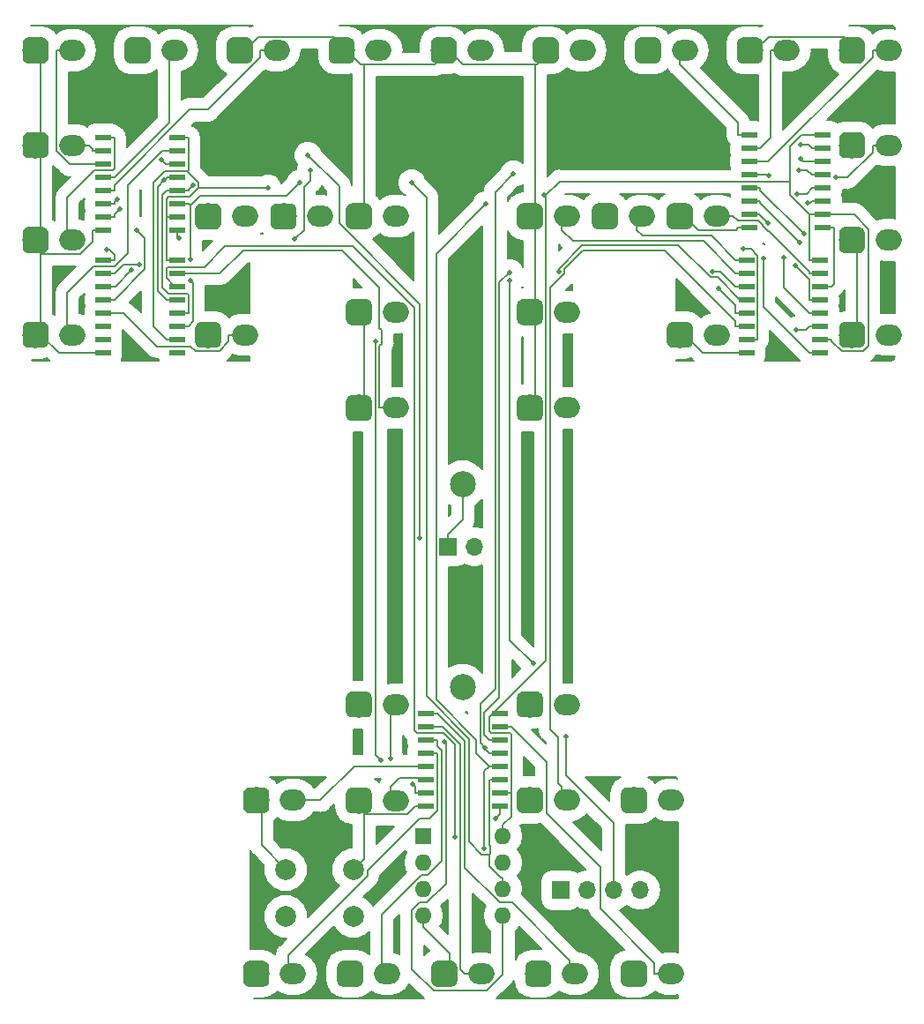
<source format=gbr>
G04 #@! TF.GenerationSoftware,KiCad,Pcbnew,(5.0.0)*
G04 #@! TF.CreationDate,2019-01-20T21:42:16-05:00*
G04 #@! TF.ProjectId,MiniTempleT,4D696E6954656D706C65542E6B696361,rev?*
G04 #@! TF.SameCoordinates,Original*
G04 #@! TF.FileFunction,Copper,L1,Top,Signal*
G04 #@! TF.FilePolarity,Positive*
%FSLAX46Y46*%
G04 Gerber Fmt 4.6, Leading zero omitted, Abs format (unit mm)*
G04 Created by KiCad (PCBNEW (5.0.0)) date 01/20/19 21:42:16*
%MOMM*%
%LPD*%
G01*
G04 APERTURE LIST*
G04 #@! TA.AperFunction,ComponentPad*
%ADD10R,1.600000X1.600000*%
G04 #@! TD*
G04 #@! TA.AperFunction,ComponentPad*
%ADD11O,1.600000X1.600000*%
G04 #@! TD*
G04 #@! TA.AperFunction,ComponentPad*
%ADD12C,2.000000*%
G04 #@! TD*
G04 #@! TA.AperFunction,ComponentPad*
%ADD13C,2.500000*%
G04 #@! TD*
G04 #@! TA.AperFunction,ComponentPad*
%ADD14R,1.700000X1.700000*%
G04 #@! TD*
G04 #@! TA.AperFunction,ComponentPad*
%ADD15O,1.700000X1.700000*%
G04 #@! TD*
G04 #@! TA.AperFunction,Conductor*
%ADD16C,0.100000*%
G04 #@! TD*
G04 #@! TA.AperFunction,ComponentPad*
%ADD17O,2.500000X2.000000*%
G04 #@! TD*
G04 #@! TA.AperFunction,SMDPad,CuDef*
%ADD18R,1.500000X0.600000*%
G04 #@! TD*
G04 #@! TA.AperFunction,ViaPad*
%ADD19C,0.500000*%
G04 #@! TD*
G04 #@! TA.AperFunction,Conductor*
%ADD20C,0.200000*%
G04 #@! TD*
G04 #@! TA.AperFunction,NonConductor*
%ADD21C,0.200000*%
G04 #@! TD*
G04 APERTURE END LIST*
D10*
G04 #@! TO.P,Tiny85,1*
G04 #@! TO.N,Master_Reset*
X167450000Y-133368000D03*
D11*
G04 #@! TO.P,Tiny85,5*
G04 #@! TO.N,Serial_Data*
X175070000Y-140988000D03*
G04 #@! TO.P,Tiny85,2*
G04 #@! TO.N,Output_Enable*
X167450000Y-135908000D03*
G04 #@! TO.P,Tiny85,6*
G04 #@! TO.N,Serial_Clock*
X175070000Y-138448000D03*
G04 #@! TO.P,Tiny85,3*
G04 #@! TO.N,Net-(BTN1-Pad2)*
X167450000Y-138448000D03*
G04 #@! TO.P,Tiny85,7*
G04 #@! TO.N,Reg_Clock*
X175070000Y-135908000D03*
G04 #@! TO.P,Tiny85,4*
G04 #@! TO.N,GND*
X167450000Y-140988000D03*
G04 #@! TO.P,Tiny85,8*
G04 #@! TO.N,Master_Reset*
X175070000Y-133368000D03*
G04 #@! TD*
D12*
G04 #@! TO.P,BTN1,2*
G04 #@! TO.N,Net-(BTN1-Pad2)*
X154215000Y-141040000D03*
G04 #@! TO.P,BTN1,1*
G04 #@! TO.N,GND*
X154215000Y-136540000D03*
G04 #@! TO.P,BTN1,2*
G04 #@! TO.N,Net-(BTN1-Pad2)*
X160715000Y-141040000D03*
G04 #@! TO.P,BTN1,1*
G04 #@! TO.N,GND*
X160715000Y-136540000D03*
G04 #@! TD*
D13*
G04 #@! TO.P,Battery1,1*
G04 #@! TO.N,GND*
X171196000Y-99569000D03*
G04 #@! TO.P,Battery1,2*
G04 #@! TO.N,Net-(Battery1-Pad2)*
X171196000Y-119069000D03*
G04 #@! TD*
D14*
G04 #@! TO.P,Power1,1*
G04 #@! TO.N,GND*
X169799000Y-105537000D03*
D15*
G04 #@! TO.P,Power1,2*
G04 #@! TO.N,Net-(Battery1-Pad2)*
X172339000Y-105537000D03*
G04 #@! TD*
D16*
G04 #@! TO.N,GND*
G04 #@! TO.C,D1*
G36*
X130869261Y-83970010D02*
X130929931Y-83979009D01*
X130989428Y-83993912D01*
X131047177Y-84014575D01*
X131102623Y-84040799D01*
X131155231Y-84072331D01*
X131204496Y-84108868D01*
X131249942Y-84150058D01*
X131291132Y-84195504D01*
X131327669Y-84244769D01*
X131359201Y-84297377D01*
X131385425Y-84352823D01*
X131406088Y-84410572D01*
X131420991Y-84470069D01*
X131429990Y-84530739D01*
X131433000Y-84592000D01*
X131433000Y-85842000D01*
X131429990Y-85903261D01*
X131420991Y-85963931D01*
X131406088Y-86023428D01*
X131385425Y-86081177D01*
X131359201Y-86136623D01*
X131327669Y-86189231D01*
X131291132Y-86238496D01*
X131249942Y-86283942D01*
X131204496Y-86325132D01*
X131155231Y-86361669D01*
X131102623Y-86393201D01*
X131047177Y-86419425D01*
X130989428Y-86440088D01*
X130929931Y-86454991D01*
X130869261Y-86463990D01*
X130808000Y-86467000D01*
X129558000Y-86467000D01*
X129496739Y-86463990D01*
X129436069Y-86454991D01*
X129376572Y-86440088D01*
X129318823Y-86419425D01*
X129263377Y-86393201D01*
X129210769Y-86361669D01*
X129161504Y-86325132D01*
X129116058Y-86283942D01*
X129074868Y-86238496D01*
X129038331Y-86189231D01*
X129006799Y-86136623D01*
X128980575Y-86081177D01*
X128959912Y-86023428D01*
X128945009Y-85963931D01*
X128936010Y-85903261D01*
X128933000Y-85842000D01*
X128933000Y-84592000D01*
X128936010Y-84530739D01*
X128945009Y-84470069D01*
X128959912Y-84410572D01*
X128980575Y-84352823D01*
X129006799Y-84297377D01*
X129038331Y-84244769D01*
X129074868Y-84195504D01*
X129116058Y-84150058D01*
X129161504Y-84108868D01*
X129210769Y-84072331D01*
X129263377Y-84040799D01*
X129318823Y-84014575D01*
X129376572Y-83993912D01*
X129436069Y-83979009D01*
X129496739Y-83970010D01*
X129558000Y-83967000D01*
X130808000Y-83967000D01*
X130869261Y-83970010D01*
X130869261Y-83970010D01*
G37*
D13*
G04 #@! TD*
G04 #@! TO.P,D1,1*
G04 #@! TO.N,GND*
X130183000Y-85217000D03*
D17*
G04 #@! TO.P,D1,2*
G04 #@! TO.N,Net-(D1-Pad2)*
X133723000Y-85217000D03*
G04 #@! TD*
G04 #@! TO.P,D2,2*
G04 #@! TO.N,Net-(D2-Pad2)*
X133723000Y-76117000D03*
D16*
G04 #@! TD*
G04 #@! TO.N,GND*
G04 #@! TO.C,D2*
G36*
X130869261Y-74870010D02*
X130929931Y-74879009D01*
X130989428Y-74893912D01*
X131047177Y-74914575D01*
X131102623Y-74940799D01*
X131155231Y-74972331D01*
X131204496Y-75008868D01*
X131249942Y-75050058D01*
X131291132Y-75095504D01*
X131327669Y-75144769D01*
X131359201Y-75197377D01*
X131385425Y-75252823D01*
X131406088Y-75310572D01*
X131420991Y-75370069D01*
X131429990Y-75430739D01*
X131433000Y-75492000D01*
X131433000Y-76742000D01*
X131429990Y-76803261D01*
X131420991Y-76863931D01*
X131406088Y-76923428D01*
X131385425Y-76981177D01*
X131359201Y-77036623D01*
X131327669Y-77089231D01*
X131291132Y-77138496D01*
X131249942Y-77183942D01*
X131204496Y-77225132D01*
X131155231Y-77261669D01*
X131102623Y-77293201D01*
X131047177Y-77319425D01*
X130989428Y-77340088D01*
X130929931Y-77354991D01*
X130869261Y-77363990D01*
X130808000Y-77367000D01*
X129558000Y-77367000D01*
X129496739Y-77363990D01*
X129436069Y-77354991D01*
X129376572Y-77340088D01*
X129318823Y-77319425D01*
X129263377Y-77293201D01*
X129210769Y-77261669D01*
X129161504Y-77225132D01*
X129116058Y-77183942D01*
X129074868Y-77138496D01*
X129038331Y-77089231D01*
X129006799Y-77036623D01*
X128980575Y-76981177D01*
X128959912Y-76923428D01*
X128945009Y-76863931D01*
X128936010Y-76803261D01*
X128933000Y-76742000D01*
X128933000Y-75492000D01*
X128936010Y-75430739D01*
X128945009Y-75370069D01*
X128959912Y-75310572D01*
X128980575Y-75252823D01*
X129006799Y-75197377D01*
X129038331Y-75144769D01*
X129074868Y-75095504D01*
X129116058Y-75050058D01*
X129161504Y-75008868D01*
X129210769Y-74972331D01*
X129263377Y-74940799D01*
X129318823Y-74914575D01*
X129376572Y-74893912D01*
X129436069Y-74879009D01*
X129496739Y-74870010D01*
X129558000Y-74867000D01*
X130808000Y-74867000D01*
X130869261Y-74870010D01*
X130869261Y-74870010D01*
G37*
D13*
G04 #@! TO.P,D2,1*
G04 #@! TO.N,GND*
X130183000Y-76117000D03*
G04 #@! TD*
D17*
G04 #@! TO.P,D3,2*
G04 #@! TO.N,Net-(D3-Pad2)*
X133723000Y-67017000D03*
D16*
G04 #@! TD*
G04 #@! TO.N,GND*
G04 #@! TO.C,D3*
G36*
X130869261Y-65770010D02*
X130929931Y-65779009D01*
X130989428Y-65793912D01*
X131047177Y-65814575D01*
X131102623Y-65840799D01*
X131155231Y-65872331D01*
X131204496Y-65908868D01*
X131249942Y-65950058D01*
X131291132Y-65995504D01*
X131327669Y-66044769D01*
X131359201Y-66097377D01*
X131385425Y-66152823D01*
X131406088Y-66210572D01*
X131420991Y-66270069D01*
X131429990Y-66330739D01*
X131433000Y-66392000D01*
X131433000Y-67642000D01*
X131429990Y-67703261D01*
X131420991Y-67763931D01*
X131406088Y-67823428D01*
X131385425Y-67881177D01*
X131359201Y-67936623D01*
X131327669Y-67989231D01*
X131291132Y-68038496D01*
X131249942Y-68083942D01*
X131204496Y-68125132D01*
X131155231Y-68161669D01*
X131102623Y-68193201D01*
X131047177Y-68219425D01*
X130989428Y-68240088D01*
X130929931Y-68254991D01*
X130869261Y-68263990D01*
X130808000Y-68267000D01*
X129558000Y-68267000D01*
X129496739Y-68263990D01*
X129436069Y-68254991D01*
X129376572Y-68240088D01*
X129318823Y-68219425D01*
X129263377Y-68193201D01*
X129210769Y-68161669D01*
X129161504Y-68125132D01*
X129116058Y-68083942D01*
X129074868Y-68038496D01*
X129038331Y-67989231D01*
X129006799Y-67936623D01*
X128980575Y-67881177D01*
X128959912Y-67823428D01*
X128945009Y-67763931D01*
X128936010Y-67703261D01*
X128933000Y-67642000D01*
X128933000Y-66392000D01*
X128936010Y-66330739D01*
X128945009Y-66270069D01*
X128959912Y-66210572D01*
X128980575Y-66152823D01*
X129006799Y-66097377D01*
X129038331Y-66044769D01*
X129074868Y-65995504D01*
X129116058Y-65950058D01*
X129161504Y-65908868D01*
X129210769Y-65872331D01*
X129263377Y-65840799D01*
X129318823Y-65814575D01*
X129376572Y-65793912D01*
X129436069Y-65779009D01*
X129496739Y-65770010D01*
X129558000Y-65767000D01*
X130808000Y-65767000D01*
X130869261Y-65770010D01*
X130869261Y-65770010D01*
G37*
D13*
G04 #@! TO.P,D3,1*
G04 #@! TO.N,GND*
X130183000Y-67017000D03*
G04 #@! TD*
D17*
G04 #@! TO.P,D4,2*
G04 #@! TO.N,Net-(D4-Pad2)*
X133723000Y-57917000D03*
D16*
G04 #@! TD*
G04 #@! TO.N,GND*
G04 #@! TO.C,D4*
G36*
X130869261Y-56670010D02*
X130929931Y-56679009D01*
X130989428Y-56693912D01*
X131047177Y-56714575D01*
X131102623Y-56740799D01*
X131155231Y-56772331D01*
X131204496Y-56808868D01*
X131249942Y-56850058D01*
X131291132Y-56895504D01*
X131327669Y-56944769D01*
X131359201Y-56997377D01*
X131385425Y-57052823D01*
X131406088Y-57110572D01*
X131420991Y-57170069D01*
X131429990Y-57230739D01*
X131433000Y-57292000D01*
X131433000Y-58542000D01*
X131429990Y-58603261D01*
X131420991Y-58663931D01*
X131406088Y-58723428D01*
X131385425Y-58781177D01*
X131359201Y-58836623D01*
X131327669Y-58889231D01*
X131291132Y-58938496D01*
X131249942Y-58983942D01*
X131204496Y-59025132D01*
X131155231Y-59061669D01*
X131102623Y-59093201D01*
X131047177Y-59119425D01*
X130989428Y-59140088D01*
X130929931Y-59154991D01*
X130869261Y-59163990D01*
X130808000Y-59167000D01*
X129558000Y-59167000D01*
X129496739Y-59163990D01*
X129436069Y-59154991D01*
X129376572Y-59140088D01*
X129318823Y-59119425D01*
X129263377Y-59093201D01*
X129210769Y-59061669D01*
X129161504Y-59025132D01*
X129116058Y-58983942D01*
X129074868Y-58938496D01*
X129038331Y-58889231D01*
X129006799Y-58836623D01*
X128980575Y-58781177D01*
X128959912Y-58723428D01*
X128945009Y-58663931D01*
X128936010Y-58603261D01*
X128933000Y-58542000D01*
X128933000Y-57292000D01*
X128936010Y-57230739D01*
X128945009Y-57170069D01*
X128959912Y-57110572D01*
X128980575Y-57052823D01*
X129006799Y-56997377D01*
X129038331Y-56944769D01*
X129074868Y-56895504D01*
X129116058Y-56850058D01*
X129161504Y-56808868D01*
X129210769Y-56772331D01*
X129263377Y-56740799D01*
X129318823Y-56714575D01*
X129376572Y-56693912D01*
X129436069Y-56679009D01*
X129496739Y-56670010D01*
X129558000Y-56667000D01*
X130808000Y-56667000D01*
X130869261Y-56670010D01*
X130869261Y-56670010D01*
G37*
D13*
G04 #@! TO.P,D4,1*
G04 #@! TO.N,GND*
X130183000Y-57917000D03*
G04 #@! TD*
D16*
G04 #@! TO.N,GND*
G04 #@! TO.C,D5*
G36*
X140669261Y-56670010D02*
X140729931Y-56679009D01*
X140789428Y-56693912D01*
X140847177Y-56714575D01*
X140902623Y-56740799D01*
X140955231Y-56772331D01*
X141004496Y-56808868D01*
X141049942Y-56850058D01*
X141091132Y-56895504D01*
X141127669Y-56944769D01*
X141159201Y-56997377D01*
X141185425Y-57052823D01*
X141206088Y-57110572D01*
X141220991Y-57170069D01*
X141229990Y-57230739D01*
X141233000Y-57292000D01*
X141233000Y-58542000D01*
X141229990Y-58603261D01*
X141220991Y-58663931D01*
X141206088Y-58723428D01*
X141185425Y-58781177D01*
X141159201Y-58836623D01*
X141127669Y-58889231D01*
X141091132Y-58938496D01*
X141049942Y-58983942D01*
X141004496Y-59025132D01*
X140955231Y-59061669D01*
X140902623Y-59093201D01*
X140847177Y-59119425D01*
X140789428Y-59140088D01*
X140729931Y-59154991D01*
X140669261Y-59163990D01*
X140608000Y-59167000D01*
X139358000Y-59167000D01*
X139296739Y-59163990D01*
X139236069Y-59154991D01*
X139176572Y-59140088D01*
X139118823Y-59119425D01*
X139063377Y-59093201D01*
X139010769Y-59061669D01*
X138961504Y-59025132D01*
X138916058Y-58983942D01*
X138874868Y-58938496D01*
X138838331Y-58889231D01*
X138806799Y-58836623D01*
X138780575Y-58781177D01*
X138759912Y-58723428D01*
X138745009Y-58663931D01*
X138736010Y-58603261D01*
X138733000Y-58542000D01*
X138733000Y-57292000D01*
X138736010Y-57230739D01*
X138745009Y-57170069D01*
X138759912Y-57110572D01*
X138780575Y-57052823D01*
X138806799Y-56997377D01*
X138838331Y-56944769D01*
X138874868Y-56895504D01*
X138916058Y-56850058D01*
X138961504Y-56808868D01*
X139010769Y-56772331D01*
X139063377Y-56740799D01*
X139118823Y-56714575D01*
X139176572Y-56693912D01*
X139236069Y-56679009D01*
X139296739Y-56670010D01*
X139358000Y-56667000D01*
X140608000Y-56667000D01*
X140669261Y-56670010D01*
X140669261Y-56670010D01*
G37*
D13*
G04 #@! TD*
G04 #@! TO.P,D5,1*
G04 #@! TO.N,GND*
X139983000Y-57917000D03*
D17*
G04 #@! TO.P,D5,2*
G04 #@! TO.N,Net-(D5-Pad2)*
X143523000Y-57917000D03*
G04 #@! TD*
G04 #@! TO.P,D6,2*
G04 #@! TO.N,Net-(D6-Pad2)*
X153323000Y-57917000D03*
D16*
G04 #@! TD*
G04 #@! TO.N,GND*
G04 #@! TO.C,D6*
G36*
X150469261Y-56670010D02*
X150529931Y-56679009D01*
X150589428Y-56693912D01*
X150647177Y-56714575D01*
X150702623Y-56740799D01*
X150755231Y-56772331D01*
X150804496Y-56808868D01*
X150849942Y-56850058D01*
X150891132Y-56895504D01*
X150927669Y-56944769D01*
X150959201Y-56997377D01*
X150985425Y-57052823D01*
X151006088Y-57110572D01*
X151020991Y-57170069D01*
X151029990Y-57230739D01*
X151033000Y-57292000D01*
X151033000Y-58542000D01*
X151029990Y-58603261D01*
X151020991Y-58663931D01*
X151006088Y-58723428D01*
X150985425Y-58781177D01*
X150959201Y-58836623D01*
X150927669Y-58889231D01*
X150891132Y-58938496D01*
X150849942Y-58983942D01*
X150804496Y-59025132D01*
X150755231Y-59061669D01*
X150702623Y-59093201D01*
X150647177Y-59119425D01*
X150589428Y-59140088D01*
X150529931Y-59154991D01*
X150469261Y-59163990D01*
X150408000Y-59167000D01*
X149158000Y-59167000D01*
X149096739Y-59163990D01*
X149036069Y-59154991D01*
X148976572Y-59140088D01*
X148918823Y-59119425D01*
X148863377Y-59093201D01*
X148810769Y-59061669D01*
X148761504Y-59025132D01*
X148716058Y-58983942D01*
X148674868Y-58938496D01*
X148638331Y-58889231D01*
X148606799Y-58836623D01*
X148580575Y-58781177D01*
X148559912Y-58723428D01*
X148545009Y-58663931D01*
X148536010Y-58603261D01*
X148533000Y-58542000D01*
X148533000Y-57292000D01*
X148536010Y-57230739D01*
X148545009Y-57170069D01*
X148559912Y-57110572D01*
X148580575Y-57052823D01*
X148606799Y-56997377D01*
X148638331Y-56944769D01*
X148674868Y-56895504D01*
X148716058Y-56850058D01*
X148761504Y-56808868D01*
X148810769Y-56772331D01*
X148863377Y-56740799D01*
X148918823Y-56714575D01*
X148976572Y-56693912D01*
X149036069Y-56679009D01*
X149096739Y-56670010D01*
X149158000Y-56667000D01*
X150408000Y-56667000D01*
X150469261Y-56670010D01*
X150469261Y-56670010D01*
G37*
D13*
G04 #@! TO.P,D6,1*
G04 #@! TO.N,GND*
X149783000Y-57917000D03*
G04 #@! TD*
D16*
G04 #@! TO.N,GND*
G04 #@! TO.C,D7*
G36*
X160269261Y-56670010D02*
X160329931Y-56679009D01*
X160389428Y-56693912D01*
X160447177Y-56714575D01*
X160502623Y-56740799D01*
X160555231Y-56772331D01*
X160604496Y-56808868D01*
X160649942Y-56850058D01*
X160691132Y-56895504D01*
X160727669Y-56944769D01*
X160759201Y-56997377D01*
X160785425Y-57052823D01*
X160806088Y-57110572D01*
X160820991Y-57170069D01*
X160829990Y-57230739D01*
X160833000Y-57292000D01*
X160833000Y-58542000D01*
X160829990Y-58603261D01*
X160820991Y-58663931D01*
X160806088Y-58723428D01*
X160785425Y-58781177D01*
X160759201Y-58836623D01*
X160727669Y-58889231D01*
X160691132Y-58938496D01*
X160649942Y-58983942D01*
X160604496Y-59025132D01*
X160555231Y-59061669D01*
X160502623Y-59093201D01*
X160447177Y-59119425D01*
X160389428Y-59140088D01*
X160329931Y-59154991D01*
X160269261Y-59163990D01*
X160208000Y-59167000D01*
X158958000Y-59167000D01*
X158896739Y-59163990D01*
X158836069Y-59154991D01*
X158776572Y-59140088D01*
X158718823Y-59119425D01*
X158663377Y-59093201D01*
X158610769Y-59061669D01*
X158561504Y-59025132D01*
X158516058Y-58983942D01*
X158474868Y-58938496D01*
X158438331Y-58889231D01*
X158406799Y-58836623D01*
X158380575Y-58781177D01*
X158359912Y-58723428D01*
X158345009Y-58663931D01*
X158336010Y-58603261D01*
X158333000Y-58542000D01*
X158333000Y-57292000D01*
X158336010Y-57230739D01*
X158345009Y-57170069D01*
X158359912Y-57110572D01*
X158380575Y-57052823D01*
X158406799Y-56997377D01*
X158438331Y-56944769D01*
X158474868Y-56895504D01*
X158516058Y-56850058D01*
X158561504Y-56808868D01*
X158610769Y-56772331D01*
X158663377Y-56740799D01*
X158718823Y-56714575D01*
X158776572Y-56693912D01*
X158836069Y-56679009D01*
X158896739Y-56670010D01*
X158958000Y-56667000D01*
X160208000Y-56667000D01*
X160269261Y-56670010D01*
X160269261Y-56670010D01*
G37*
D13*
G04 #@! TD*
G04 #@! TO.P,D7,1*
G04 #@! TO.N,GND*
X159583000Y-57917000D03*
D17*
G04 #@! TO.P,D7,2*
G04 #@! TO.N,Net-(D7-Pad2)*
X163123000Y-57917000D03*
G04 #@! TD*
D16*
G04 #@! TO.N,GND*
G04 #@! TO.C,D8*
G36*
X170069261Y-56670010D02*
X170129931Y-56679009D01*
X170189428Y-56693912D01*
X170247177Y-56714575D01*
X170302623Y-56740799D01*
X170355231Y-56772331D01*
X170404496Y-56808868D01*
X170449942Y-56850058D01*
X170491132Y-56895504D01*
X170527669Y-56944769D01*
X170559201Y-56997377D01*
X170585425Y-57052823D01*
X170606088Y-57110572D01*
X170620991Y-57170069D01*
X170629990Y-57230739D01*
X170633000Y-57292000D01*
X170633000Y-58542000D01*
X170629990Y-58603261D01*
X170620991Y-58663931D01*
X170606088Y-58723428D01*
X170585425Y-58781177D01*
X170559201Y-58836623D01*
X170527669Y-58889231D01*
X170491132Y-58938496D01*
X170449942Y-58983942D01*
X170404496Y-59025132D01*
X170355231Y-59061669D01*
X170302623Y-59093201D01*
X170247177Y-59119425D01*
X170189428Y-59140088D01*
X170129931Y-59154991D01*
X170069261Y-59163990D01*
X170008000Y-59167000D01*
X168758000Y-59167000D01*
X168696739Y-59163990D01*
X168636069Y-59154991D01*
X168576572Y-59140088D01*
X168518823Y-59119425D01*
X168463377Y-59093201D01*
X168410769Y-59061669D01*
X168361504Y-59025132D01*
X168316058Y-58983942D01*
X168274868Y-58938496D01*
X168238331Y-58889231D01*
X168206799Y-58836623D01*
X168180575Y-58781177D01*
X168159912Y-58723428D01*
X168145009Y-58663931D01*
X168136010Y-58603261D01*
X168133000Y-58542000D01*
X168133000Y-57292000D01*
X168136010Y-57230739D01*
X168145009Y-57170069D01*
X168159912Y-57110572D01*
X168180575Y-57052823D01*
X168206799Y-56997377D01*
X168238331Y-56944769D01*
X168274868Y-56895504D01*
X168316058Y-56850058D01*
X168361504Y-56808868D01*
X168410769Y-56772331D01*
X168463377Y-56740799D01*
X168518823Y-56714575D01*
X168576572Y-56693912D01*
X168636069Y-56679009D01*
X168696739Y-56670010D01*
X168758000Y-56667000D01*
X170008000Y-56667000D01*
X170069261Y-56670010D01*
X170069261Y-56670010D01*
G37*
D13*
G04 #@! TD*
G04 #@! TO.P,D8,1*
G04 #@! TO.N,GND*
X169383000Y-57917000D03*
D17*
G04 #@! TO.P,D8,2*
G04 #@! TO.N,Net-(D8-Pad2)*
X172923000Y-57917000D03*
G04 #@! TD*
G04 #@! TO.P,D9,2*
G04 #@! TO.N,Net-(D9-Pad2)*
X182723000Y-57917000D03*
D16*
G04 #@! TD*
G04 #@! TO.N,GND*
G04 #@! TO.C,D9*
G36*
X179869261Y-56670010D02*
X179929931Y-56679009D01*
X179989428Y-56693912D01*
X180047177Y-56714575D01*
X180102623Y-56740799D01*
X180155231Y-56772331D01*
X180204496Y-56808868D01*
X180249942Y-56850058D01*
X180291132Y-56895504D01*
X180327669Y-56944769D01*
X180359201Y-56997377D01*
X180385425Y-57052823D01*
X180406088Y-57110572D01*
X180420991Y-57170069D01*
X180429990Y-57230739D01*
X180433000Y-57292000D01*
X180433000Y-58542000D01*
X180429990Y-58603261D01*
X180420991Y-58663931D01*
X180406088Y-58723428D01*
X180385425Y-58781177D01*
X180359201Y-58836623D01*
X180327669Y-58889231D01*
X180291132Y-58938496D01*
X180249942Y-58983942D01*
X180204496Y-59025132D01*
X180155231Y-59061669D01*
X180102623Y-59093201D01*
X180047177Y-59119425D01*
X179989428Y-59140088D01*
X179929931Y-59154991D01*
X179869261Y-59163990D01*
X179808000Y-59167000D01*
X178558000Y-59167000D01*
X178496739Y-59163990D01*
X178436069Y-59154991D01*
X178376572Y-59140088D01*
X178318823Y-59119425D01*
X178263377Y-59093201D01*
X178210769Y-59061669D01*
X178161504Y-59025132D01*
X178116058Y-58983942D01*
X178074868Y-58938496D01*
X178038331Y-58889231D01*
X178006799Y-58836623D01*
X177980575Y-58781177D01*
X177959912Y-58723428D01*
X177945009Y-58663931D01*
X177936010Y-58603261D01*
X177933000Y-58542000D01*
X177933000Y-57292000D01*
X177936010Y-57230739D01*
X177945009Y-57170069D01*
X177959912Y-57110572D01*
X177980575Y-57052823D01*
X178006799Y-56997377D01*
X178038331Y-56944769D01*
X178074868Y-56895504D01*
X178116058Y-56850058D01*
X178161504Y-56808868D01*
X178210769Y-56772331D01*
X178263377Y-56740799D01*
X178318823Y-56714575D01*
X178376572Y-56693912D01*
X178436069Y-56679009D01*
X178496739Y-56670010D01*
X178558000Y-56667000D01*
X179808000Y-56667000D01*
X179869261Y-56670010D01*
X179869261Y-56670010D01*
G37*
D13*
G04 #@! TO.P,D9,1*
G04 #@! TO.N,GND*
X179183000Y-57917000D03*
G04 #@! TD*
D17*
G04 #@! TO.P,D10,2*
G04 #@! TO.N,Net-(D10-Pad2)*
X192523000Y-57917000D03*
D16*
G04 #@! TD*
G04 #@! TO.N,GND*
G04 #@! TO.C,D10*
G36*
X189669261Y-56670010D02*
X189729931Y-56679009D01*
X189789428Y-56693912D01*
X189847177Y-56714575D01*
X189902623Y-56740799D01*
X189955231Y-56772331D01*
X190004496Y-56808868D01*
X190049942Y-56850058D01*
X190091132Y-56895504D01*
X190127669Y-56944769D01*
X190159201Y-56997377D01*
X190185425Y-57052823D01*
X190206088Y-57110572D01*
X190220991Y-57170069D01*
X190229990Y-57230739D01*
X190233000Y-57292000D01*
X190233000Y-58542000D01*
X190229990Y-58603261D01*
X190220991Y-58663931D01*
X190206088Y-58723428D01*
X190185425Y-58781177D01*
X190159201Y-58836623D01*
X190127669Y-58889231D01*
X190091132Y-58938496D01*
X190049942Y-58983942D01*
X190004496Y-59025132D01*
X189955231Y-59061669D01*
X189902623Y-59093201D01*
X189847177Y-59119425D01*
X189789428Y-59140088D01*
X189729931Y-59154991D01*
X189669261Y-59163990D01*
X189608000Y-59167000D01*
X188358000Y-59167000D01*
X188296739Y-59163990D01*
X188236069Y-59154991D01*
X188176572Y-59140088D01*
X188118823Y-59119425D01*
X188063377Y-59093201D01*
X188010769Y-59061669D01*
X187961504Y-59025132D01*
X187916058Y-58983942D01*
X187874868Y-58938496D01*
X187838331Y-58889231D01*
X187806799Y-58836623D01*
X187780575Y-58781177D01*
X187759912Y-58723428D01*
X187745009Y-58663931D01*
X187736010Y-58603261D01*
X187733000Y-58542000D01*
X187733000Y-57292000D01*
X187736010Y-57230739D01*
X187745009Y-57170069D01*
X187759912Y-57110572D01*
X187780575Y-57052823D01*
X187806799Y-56997377D01*
X187838331Y-56944769D01*
X187874868Y-56895504D01*
X187916058Y-56850058D01*
X187961504Y-56808868D01*
X188010769Y-56772331D01*
X188063377Y-56740799D01*
X188118823Y-56714575D01*
X188176572Y-56693912D01*
X188236069Y-56679009D01*
X188296739Y-56670010D01*
X188358000Y-56667000D01*
X189608000Y-56667000D01*
X189669261Y-56670010D01*
X189669261Y-56670010D01*
G37*
D13*
G04 #@! TO.P,D10,1*
G04 #@! TO.N,GND*
X188983000Y-57917000D03*
G04 #@! TD*
D16*
G04 #@! TO.N,GND*
G04 #@! TO.C,D11*
G36*
X199469261Y-56670010D02*
X199529931Y-56679009D01*
X199589428Y-56693912D01*
X199647177Y-56714575D01*
X199702623Y-56740799D01*
X199755231Y-56772331D01*
X199804496Y-56808868D01*
X199849942Y-56850058D01*
X199891132Y-56895504D01*
X199927669Y-56944769D01*
X199959201Y-56997377D01*
X199985425Y-57052823D01*
X200006088Y-57110572D01*
X200020991Y-57170069D01*
X200029990Y-57230739D01*
X200033000Y-57292000D01*
X200033000Y-58542000D01*
X200029990Y-58603261D01*
X200020991Y-58663931D01*
X200006088Y-58723428D01*
X199985425Y-58781177D01*
X199959201Y-58836623D01*
X199927669Y-58889231D01*
X199891132Y-58938496D01*
X199849942Y-58983942D01*
X199804496Y-59025132D01*
X199755231Y-59061669D01*
X199702623Y-59093201D01*
X199647177Y-59119425D01*
X199589428Y-59140088D01*
X199529931Y-59154991D01*
X199469261Y-59163990D01*
X199408000Y-59167000D01*
X198158000Y-59167000D01*
X198096739Y-59163990D01*
X198036069Y-59154991D01*
X197976572Y-59140088D01*
X197918823Y-59119425D01*
X197863377Y-59093201D01*
X197810769Y-59061669D01*
X197761504Y-59025132D01*
X197716058Y-58983942D01*
X197674868Y-58938496D01*
X197638331Y-58889231D01*
X197606799Y-58836623D01*
X197580575Y-58781177D01*
X197559912Y-58723428D01*
X197545009Y-58663931D01*
X197536010Y-58603261D01*
X197533000Y-58542000D01*
X197533000Y-57292000D01*
X197536010Y-57230739D01*
X197545009Y-57170069D01*
X197559912Y-57110572D01*
X197580575Y-57052823D01*
X197606799Y-56997377D01*
X197638331Y-56944769D01*
X197674868Y-56895504D01*
X197716058Y-56850058D01*
X197761504Y-56808868D01*
X197810769Y-56772331D01*
X197863377Y-56740799D01*
X197918823Y-56714575D01*
X197976572Y-56693912D01*
X198036069Y-56679009D01*
X198096739Y-56670010D01*
X198158000Y-56667000D01*
X199408000Y-56667000D01*
X199469261Y-56670010D01*
X199469261Y-56670010D01*
G37*
D13*
G04 #@! TD*
G04 #@! TO.P,D11,1*
G04 #@! TO.N,GND*
X198783000Y-57917000D03*
D17*
G04 #@! TO.P,D11,2*
G04 #@! TO.N,Net-(D11-Pad2)*
X202323000Y-57917000D03*
G04 #@! TD*
G04 #@! TO.P,D12,2*
G04 #@! TO.N,Net-(D12-Pad2)*
X212123000Y-57917000D03*
D16*
G04 #@! TD*
G04 #@! TO.N,GND*
G04 #@! TO.C,D12*
G36*
X209269261Y-56670010D02*
X209329931Y-56679009D01*
X209389428Y-56693912D01*
X209447177Y-56714575D01*
X209502623Y-56740799D01*
X209555231Y-56772331D01*
X209604496Y-56808868D01*
X209649942Y-56850058D01*
X209691132Y-56895504D01*
X209727669Y-56944769D01*
X209759201Y-56997377D01*
X209785425Y-57052823D01*
X209806088Y-57110572D01*
X209820991Y-57170069D01*
X209829990Y-57230739D01*
X209833000Y-57292000D01*
X209833000Y-58542000D01*
X209829990Y-58603261D01*
X209820991Y-58663931D01*
X209806088Y-58723428D01*
X209785425Y-58781177D01*
X209759201Y-58836623D01*
X209727669Y-58889231D01*
X209691132Y-58938496D01*
X209649942Y-58983942D01*
X209604496Y-59025132D01*
X209555231Y-59061669D01*
X209502623Y-59093201D01*
X209447177Y-59119425D01*
X209389428Y-59140088D01*
X209329931Y-59154991D01*
X209269261Y-59163990D01*
X209208000Y-59167000D01*
X207958000Y-59167000D01*
X207896739Y-59163990D01*
X207836069Y-59154991D01*
X207776572Y-59140088D01*
X207718823Y-59119425D01*
X207663377Y-59093201D01*
X207610769Y-59061669D01*
X207561504Y-59025132D01*
X207516058Y-58983942D01*
X207474868Y-58938496D01*
X207438331Y-58889231D01*
X207406799Y-58836623D01*
X207380575Y-58781177D01*
X207359912Y-58723428D01*
X207345009Y-58663931D01*
X207336010Y-58603261D01*
X207333000Y-58542000D01*
X207333000Y-57292000D01*
X207336010Y-57230739D01*
X207345009Y-57170069D01*
X207359912Y-57110572D01*
X207380575Y-57052823D01*
X207406799Y-56997377D01*
X207438331Y-56944769D01*
X207474868Y-56895504D01*
X207516058Y-56850058D01*
X207561504Y-56808868D01*
X207610769Y-56772331D01*
X207663377Y-56740799D01*
X207718823Y-56714575D01*
X207776572Y-56693912D01*
X207836069Y-56679009D01*
X207896739Y-56670010D01*
X207958000Y-56667000D01*
X209208000Y-56667000D01*
X209269261Y-56670010D01*
X209269261Y-56670010D01*
G37*
D13*
G04 #@! TO.P,D12,1*
G04 #@! TO.N,GND*
X208583000Y-57917000D03*
G04 #@! TD*
D16*
G04 #@! TO.N,GND*
G04 #@! TO.C,D13*
G36*
X209269261Y-65770010D02*
X209329931Y-65779009D01*
X209389428Y-65793912D01*
X209447177Y-65814575D01*
X209502623Y-65840799D01*
X209555231Y-65872331D01*
X209604496Y-65908868D01*
X209649942Y-65950058D01*
X209691132Y-65995504D01*
X209727669Y-66044769D01*
X209759201Y-66097377D01*
X209785425Y-66152823D01*
X209806088Y-66210572D01*
X209820991Y-66270069D01*
X209829990Y-66330739D01*
X209833000Y-66392000D01*
X209833000Y-67642000D01*
X209829990Y-67703261D01*
X209820991Y-67763931D01*
X209806088Y-67823428D01*
X209785425Y-67881177D01*
X209759201Y-67936623D01*
X209727669Y-67989231D01*
X209691132Y-68038496D01*
X209649942Y-68083942D01*
X209604496Y-68125132D01*
X209555231Y-68161669D01*
X209502623Y-68193201D01*
X209447177Y-68219425D01*
X209389428Y-68240088D01*
X209329931Y-68254991D01*
X209269261Y-68263990D01*
X209208000Y-68267000D01*
X207958000Y-68267000D01*
X207896739Y-68263990D01*
X207836069Y-68254991D01*
X207776572Y-68240088D01*
X207718823Y-68219425D01*
X207663377Y-68193201D01*
X207610769Y-68161669D01*
X207561504Y-68125132D01*
X207516058Y-68083942D01*
X207474868Y-68038496D01*
X207438331Y-67989231D01*
X207406799Y-67936623D01*
X207380575Y-67881177D01*
X207359912Y-67823428D01*
X207345009Y-67763931D01*
X207336010Y-67703261D01*
X207333000Y-67642000D01*
X207333000Y-66392000D01*
X207336010Y-66330739D01*
X207345009Y-66270069D01*
X207359912Y-66210572D01*
X207380575Y-66152823D01*
X207406799Y-66097377D01*
X207438331Y-66044769D01*
X207474868Y-65995504D01*
X207516058Y-65950058D01*
X207561504Y-65908868D01*
X207610769Y-65872331D01*
X207663377Y-65840799D01*
X207718823Y-65814575D01*
X207776572Y-65793912D01*
X207836069Y-65779009D01*
X207896739Y-65770010D01*
X207958000Y-65767000D01*
X209208000Y-65767000D01*
X209269261Y-65770010D01*
X209269261Y-65770010D01*
G37*
D13*
G04 #@! TD*
G04 #@! TO.P,D13,1*
G04 #@! TO.N,GND*
X208583000Y-67017000D03*
D17*
G04 #@! TO.P,D13,2*
G04 #@! TO.N,Net-(D13-Pad2)*
X212123000Y-67017000D03*
G04 #@! TD*
G04 #@! TO.P,D14,2*
G04 #@! TO.N,Net-(D14-Pad2)*
X212123000Y-76117000D03*
D16*
G04 #@! TD*
G04 #@! TO.N,GND*
G04 #@! TO.C,D14*
G36*
X209269261Y-74870010D02*
X209329931Y-74879009D01*
X209389428Y-74893912D01*
X209447177Y-74914575D01*
X209502623Y-74940799D01*
X209555231Y-74972331D01*
X209604496Y-75008868D01*
X209649942Y-75050058D01*
X209691132Y-75095504D01*
X209727669Y-75144769D01*
X209759201Y-75197377D01*
X209785425Y-75252823D01*
X209806088Y-75310572D01*
X209820991Y-75370069D01*
X209829990Y-75430739D01*
X209833000Y-75492000D01*
X209833000Y-76742000D01*
X209829990Y-76803261D01*
X209820991Y-76863931D01*
X209806088Y-76923428D01*
X209785425Y-76981177D01*
X209759201Y-77036623D01*
X209727669Y-77089231D01*
X209691132Y-77138496D01*
X209649942Y-77183942D01*
X209604496Y-77225132D01*
X209555231Y-77261669D01*
X209502623Y-77293201D01*
X209447177Y-77319425D01*
X209389428Y-77340088D01*
X209329931Y-77354991D01*
X209269261Y-77363990D01*
X209208000Y-77367000D01*
X207958000Y-77367000D01*
X207896739Y-77363990D01*
X207836069Y-77354991D01*
X207776572Y-77340088D01*
X207718823Y-77319425D01*
X207663377Y-77293201D01*
X207610769Y-77261669D01*
X207561504Y-77225132D01*
X207516058Y-77183942D01*
X207474868Y-77138496D01*
X207438331Y-77089231D01*
X207406799Y-77036623D01*
X207380575Y-76981177D01*
X207359912Y-76923428D01*
X207345009Y-76863931D01*
X207336010Y-76803261D01*
X207333000Y-76742000D01*
X207333000Y-75492000D01*
X207336010Y-75430739D01*
X207345009Y-75370069D01*
X207359912Y-75310572D01*
X207380575Y-75252823D01*
X207406799Y-75197377D01*
X207438331Y-75144769D01*
X207474868Y-75095504D01*
X207516058Y-75050058D01*
X207561504Y-75008868D01*
X207610769Y-74972331D01*
X207663377Y-74940799D01*
X207718823Y-74914575D01*
X207776572Y-74893912D01*
X207836069Y-74879009D01*
X207896739Y-74870010D01*
X207958000Y-74867000D01*
X209208000Y-74867000D01*
X209269261Y-74870010D01*
X209269261Y-74870010D01*
G37*
D13*
G04 #@! TO.P,D14,1*
G04 #@! TO.N,GND*
X208583000Y-76117000D03*
G04 #@! TD*
D16*
G04 #@! TO.N,GND*
G04 #@! TO.C,D15*
G36*
X209269261Y-83970010D02*
X209329931Y-83979009D01*
X209389428Y-83993912D01*
X209447177Y-84014575D01*
X209502623Y-84040799D01*
X209555231Y-84072331D01*
X209604496Y-84108868D01*
X209649942Y-84150058D01*
X209691132Y-84195504D01*
X209727669Y-84244769D01*
X209759201Y-84297377D01*
X209785425Y-84352823D01*
X209806088Y-84410572D01*
X209820991Y-84470069D01*
X209829990Y-84530739D01*
X209833000Y-84592000D01*
X209833000Y-85842000D01*
X209829990Y-85903261D01*
X209820991Y-85963931D01*
X209806088Y-86023428D01*
X209785425Y-86081177D01*
X209759201Y-86136623D01*
X209727669Y-86189231D01*
X209691132Y-86238496D01*
X209649942Y-86283942D01*
X209604496Y-86325132D01*
X209555231Y-86361669D01*
X209502623Y-86393201D01*
X209447177Y-86419425D01*
X209389428Y-86440088D01*
X209329931Y-86454991D01*
X209269261Y-86463990D01*
X209208000Y-86467000D01*
X207958000Y-86467000D01*
X207896739Y-86463990D01*
X207836069Y-86454991D01*
X207776572Y-86440088D01*
X207718823Y-86419425D01*
X207663377Y-86393201D01*
X207610769Y-86361669D01*
X207561504Y-86325132D01*
X207516058Y-86283942D01*
X207474868Y-86238496D01*
X207438331Y-86189231D01*
X207406799Y-86136623D01*
X207380575Y-86081177D01*
X207359912Y-86023428D01*
X207345009Y-85963931D01*
X207336010Y-85903261D01*
X207333000Y-85842000D01*
X207333000Y-84592000D01*
X207336010Y-84530739D01*
X207345009Y-84470069D01*
X207359912Y-84410572D01*
X207380575Y-84352823D01*
X207406799Y-84297377D01*
X207438331Y-84244769D01*
X207474868Y-84195504D01*
X207516058Y-84150058D01*
X207561504Y-84108868D01*
X207610769Y-84072331D01*
X207663377Y-84040799D01*
X207718823Y-84014575D01*
X207776572Y-83993912D01*
X207836069Y-83979009D01*
X207896739Y-83970010D01*
X207958000Y-83967000D01*
X209208000Y-83967000D01*
X209269261Y-83970010D01*
X209269261Y-83970010D01*
G37*
D13*
G04 #@! TD*
G04 #@! TO.P,D15,1*
G04 #@! TO.N,GND*
X208583000Y-85217000D03*
D17*
G04 #@! TO.P,D15,2*
G04 #@! TO.N,Net-(D15-Pad2)*
X212123000Y-85217000D03*
G04 #@! TD*
G04 #@! TO.P,D16,2*
G04 #@! TO.N,Net-(D16-Pad2)*
X195597000Y-85217000D03*
D16*
G04 #@! TD*
G04 #@! TO.N,GND*
G04 #@! TO.C,D16*
G36*
X192743261Y-83970010D02*
X192803931Y-83979009D01*
X192863428Y-83993912D01*
X192921177Y-84014575D01*
X192976623Y-84040799D01*
X193029231Y-84072331D01*
X193078496Y-84108868D01*
X193123942Y-84150058D01*
X193165132Y-84195504D01*
X193201669Y-84244769D01*
X193233201Y-84297377D01*
X193259425Y-84352823D01*
X193280088Y-84410572D01*
X193294991Y-84470069D01*
X193303990Y-84530739D01*
X193307000Y-84592000D01*
X193307000Y-85842000D01*
X193303990Y-85903261D01*
X193294991Y-85963931D01*
X193280088Y-86023428D01*
X193259425Y-86081177D01*
X193233201Y-86136623D01*
X193201669Y-86189231D01*
X193165132Y-86238496D01*
X193123942Y-86283942D01*
X193078496Y-86325132D01*
X193029231Y-86361669D01*
X192976623Y-86393201D01*
X192921177Y-86419425D01*
X192863428Y-86440088D01*
X192803931Y-86454991D01*
X192743261Y-86463990D01*
X192682000Y-86467000D01*
X191432000Y-86467000D01*
X191370739Y-86463990D01*
X191310069Y-86454991D01*
X191250572Y-86440088D01*
X191192823Y-86419425D01*
X191137377Y-86393201D01*
X191084769Y-86361669D01*
X191035504Y-86325132D01*
X190990058Y-86283942D01*
X190948868Y-86238496D01*
X190912331Y-86189231D01*
X190880799Y-86136623D01*
X190854575Y-86081177D01*
X190833912Y-86023428D01*
X190819009Y-85963931D01*
X190810010Y-85903261D01*
X190807000Y-85842000D01*
X190807000Y-84592000D01*
X190810010Y-84530739D01*
X190819009Y-84470069D01*
X190833912Y-84410572D01*
X190854575Y-84352823D01*
X190880799Y-84297377D01*
X190912331Y-84244769D01*
X190948868Y-84195504D01*
X190990058Y-84150058D01*
X191035504Y-84108868D01*
X191084769Y-84072331D01*
X191137377Y-84040799D01*
X191192823Y-84014575D01*
X191250572Y-83993912D01*
X191310069Y-83979009D01*
X191370739Y-83970010D01*
X191432000Y-83967000D01*
X192682000Y-83967000D01*
X192743261Y-83970010D01*
X192743261Y-83970010D01*
G37*
D13*
G04 #@! TO.P,D16,1*
G04 #@! TO.N,GND*
X192057000Y-85217000D03*
G04 #@! TD*
D17*
G04 #@! TO.P,D17,2*
G04 #@! TO.N,Net-(D17-Pad2)*
X195597000Y-73837800D03*
D16*
G04 #@! TD*
G04 #@! TO.N,GND*
G04 #@! TO.C,D17*
G36*
X192743261Y-72590810D02*
X192803931Y-72599809D01*
X192863428Y-72614712D01*
X192921177Y-72635375D01*
X192976623Y-72661599D01*
X193029231Y-72693131D01*
X193078496Y-72729668D01*
X193123942Y-72770858D01*
X193165132Y-72816304D01*
X193201669Y-72865569D01*
X193233201Y-72918177D01*
X193259425Y-72973623D01*
X193280088Y-73031372D01*
X193294991Y-73090869D01*
X193303990Y-73151539D01*
X193307000Y-73212800D01*
X193307000Y-74462800D01*
X193303990Y-74524061D01*
X193294991Y-74584731D01*
X193280088Y-74644228D01*
X193259425Y-74701977D01*
X193233201Y-74757423D01*
X193201669Y-74810031D01*
X193165132Y-74859296D01*
X193123942Y-74904742D01*
X193078496Y-74945932D01*
X193029231Y-74982469D01*
X192976623Y-75014001D01*
X192921177Y-75040225D01*
X192863428Y-75060888D01*
X192803931Y-75075791D01*
X192743261Y-75084790D01*
X192682000Y-75087800D01*
X191432000Y-75087800D01*
X191370739Y-75084790D01*
X191310069Y-75075791D01*
X191250572Y-75060888D01*
X191192823Y-75040225D01*
X191137377Y-75014001D01*
X191084769Y-74982469D01*
X191035504Y-74945932D01*
X190990058Y-74904742D01*
X190948868Y-74859296D01*
X190912331Y-74810031D01*
X190880799Y-74757423D01*
X190854575Y-74701977D01*
X190833912Y-74644228D01*
X190819009Y-74584731D01*
X190810010Y-74524061D01*
X190807000Y-74462800D01*
X190807000Y-73212800D01*
X190810010Y-73151539D01*
X190819009Y-73090869D01*
X190833912Y-73031372D01*
X190854575Y-72973623D01*
X190880799Y-72918177D01*
X190912331Y-72865569D01*
X190948868Y-72816304D01*
X190990058Y-72770858D01*
X191035504Y-72729668D01*
X191084769Y-72693131D01*
X191137377Y-72661599D01*
X191192823Y-72635375D01*
X191250572Y-72614712D01*
X191310069Y-72599809D01*
X191370739Y-72590810D01*
X191432000Y-72587800D01*
X192682000Y-72587800D01*
X192743261Y-72590810D01*
X192743261Y-72590810D01*
G37*
D13*
G04 #@! TO.P,D17,1*
G04 #@! TO.N,GND*
X192057000Y-73837800D03*
G04 #@! TD*
D16*
G04 #@! TO.N,GND*
G04 #@! TO.C,D18*
G36*
X185555261Y-72590810D02*
X185615931Y-72599809D01*
X185675428Y-72614712D01*
X185733177Y-72635375D01*
X185788623Y-72661599D01*
X185841231Y-72693131D01*
X185890496Y-72729668D01*
X185935942Y-72770858D01*
X185977132Y-72816304D01*
X186013669Y-72865569D01*
X186045201Y-72918177D01*
X186071425Y-72973623D01*
X186092088Y-73031372D01*
X186106991Y-73090869D01*
X186115990Y-73151539D01*
X186119000Y-73212800D01*
X186119000Y-74462800D01*
X186115990Y-74524061D01*
X186106991Y-74584731D01*
X186092088Y-74644228D01*
X186071425Y-74701977D01*
X186045201Y-74757423D01*
X186013669Y-74810031D01*
X185977132Y-74859296D01*
X185935942Y-74904742D01*
X185890496Y-74945932D01*
X185841231Y-74982469D01*
X185788623Y-75014001D01*
X185733177Y-75040225D01*
X185675428Y-75060888D01*
X185615931Y-75075791D01*
X185555261Y-75084790D01*
X185494000Y-75087800D01*
X184244000Y-75087800D01*
X184182739Y-75084790D01*
X184122069Y-75075791D01*
X184062572Y-75060888D01*
X184004823Y-75040225D01*
X183949377Y-75014001D01*
X183896769Y-74982469D01*
X183847504Y-74945932D01*
X183802058Y-74904742D01*
X183760868Y-74859296D01*
X183724331Y-74810031D01*
X183692799Y-74757423D01*
X183666575Y-74701977D01*
X183645912Y-74644228D01*
X183631009Y-74584731D01*
X183622010Y-74524061D01*
X183619000Y-74462800D01*
X183619000Y-73212800D01*
X183622010Y-73151539D01*
X183631009Y-73090869D01*
X183645912Y-73031372D01*
X183666575Y-72973623D01*
X183692799Y-72918177D01*
X183724331Y-72865569D01*
X183760868Y-72816304D01*
X183802058Y-72770858D01*
X183847504Y-72729668D01*
X183896769Y-72693131D01*
X183949377Y-72661599D01*
X184004823Y-72635375D01*
X184062572Y-72614712D01*
X184122069Y-72599809D01*
X184182739Y-72590810D01*
X184244000Y-72587800D01*
X185494000Y-72587800D01*
X185555261Y-72590810D01*
X185555261Y-72590810D01*
G37*
D13*
G04 #@! TD*
G04 #@! TO.P,D18,1*
G04 #@! TO.N,GND*
X184869000Y-73837800D03*
D17*
G04 #@! TO.P,D18,2*
G04 #@! TO.N,Net-(D18-Pad2)*
X188409000Y-73837800D03*
G04 #@! TD*
G04 #@! TO.P,D19,2*
G04 #@! TO.N,Net-(D19-Pad2)*
X181196000Y-73837800D03*
D16*
G04 #@! TD*
G04 #@! TO.N,GND*
G04 #@! TO.C,D19*
G36*
X178342261Y-72590810D02*
X178402931Y-72599809D01*
X178462428Y-72614712D01*
X178520177Y-72635375D01*
X178575623Y-72661599D01*
X178628231Y-72693131D01*
X178677496Y-72729668D01*
X178722942Y-72770858D01*
X178764132Y-72816304D01*
X178800669Y-72865569D01*
X178832201Y-72918177D01*
X178858425Y-72973623D01*
X178879088Y-73031372D01*
X178893991Y-73090869D01*
X178902990Y-73151539D01*
X178906000Y-73212800D01*
X178906000Y-74462800D01*
X178902990Y-74524061D01*
X178893991Y-74584731D01*
X178879088Y-74644228D01*
X178858425Y-74701977D01*
X178832201Y-74757423D01*
X178800669Y-74810031D01*
X178764132Y-74859296D01*
X178722942Y-74904742D01*
X178677496Y-74945932D01*
X178628231Y-74982469D01*
X178575623Y-75014001D01*
X178520177Y-75040225D01*
X178462428Y-75060888D01*
X178402931Y-75075791D01*
X178342261Y-75084790D01*
X178281000Y-75087800D01*
X177031000Y-75087800D01*
X176969739Y-75084790D01*
X176909069Y-75075791D01*
X176849572Y-75060888D01*
X176791823Y-75040225D01*
X176736377Y-75014001D01*
X176683769Y-74982469D01*
X176634504Y-74945932D01*
X176589058Y-74904742D01*
X176547868Y-74859296D01*
X176511331Y-74810031D01*
X176479799Y-74757423D01*
X176453575Y-74701977D01*
X176432912Y-74644228D01*
X176418009Y-74584731D01*
X176409010Y-74524061D01*
X176406000Y-74462800D01*
X176406000Y-73212800D01*
X176409010Y-73151539D01*
X176418009Y-73090869D01*
X176432912Y-73031372D01*
X176453575Y-72973623D01*
X176479799Y-72918177D01*
X176511331Y-72865569D01*
X176547868Y-72816304D01*
X176589058Y-72770858D01*
X176634504Y-72729668D01*
X176683769Y-72693131D01*
X176736377Y-72661599D01*
X176791823Y-72635375D01*
X176849572Y-72614712D01*
X176909069Y-72599809D01*
X176969739Y-72590810D01*
X177031000Y-72587800D01*
X178281000Y-72587800D01*
X178342261Y-72590810D01*
X178342261Y-72590810D01*
G37*
D13*
G04 #@! TO.P,D19,1*
G04 #@! TO.N,GND*
X177656000Y-73837800D03*
G04 #@! TD*
D16*
G04 #@! TO.N,GND*
G04 #@! TO.C,D20*
G36*
X178342261Y-81790810D02*
X178402931Y-81799809D01*
X178462428Y-81814712D01*
X178520177Y-81835375D01*
X178575623Y-81861599D01*
X178628231Y-81893131D01*
X178677496Y-81929668D01*
X178722942Y-81970858D01*
X178764132Y-82016304D01*
X178800669Y-82065569D01*
X178832201Y-82118177D01*
X178858425Y-82173623D01*
X178879088Y-82231372D01*
X178893991Y-82290869D01*
X178902990Y-82351539D01*
X178906000Y-82412800D01*
X178906000Y-83662800D01*
X178902990Y-83724061D01*
X178893991Y-83784731D01*
X178879088Y-83844228D01*
X178858425Y-83901977D01*
X178832201Y-83957423D01*
X178800669Y-84010031D01*
X178764132Y-84059296D01*
X178722942Y-84104742D01*
X178677496Y-84145932D01*
X178628231Y-84182469D01*
X178575623Y-84214001D01*
X178520177Y-84240225D01*
X178462428Y-84260888D01*
X178402931Y-84275791D01*
X178342261Y-84284790D01*
X178281000Y-84287800D01*
X177031000Y-84287800D01*
X176969739Y-84284790D01*
X176909069Y-84275791D01*
X176849572Y-84260888D01*
X176791823Y-84240225D01*
X176736377Y-84214001D01*
X176683769Y-84182469D01*
X176634504Y-84145932D01*
X176589058Y-84104742D01*
X176547868Y-84059296D01*
X176511331Y-84010031D01*
X176479799Y-83957423D01*
X176453575Y-83901977D01*
X176432912Y-83844228D01*
X176418009Y-83784731D01*
X176409010Y-83724061D01*
X176406000Y-83662800D01*
X176406000Y-82412800D01*
X176409010Y-82351539D01*
X176418009Y-82290869D01*
X176432912Y-82231372D01*
X176453575Y-82173623D01*
X176479799Y-82118177D01*
X176511331Y-82065569D01*
X176547868Y-82016304D01*
X176589058Y-81970858D01*
X176634504Y-81929668D01*
X176683769Y-81893131D01*
X176736377Y-81861599D01*
X176791823Y-81835375D01*
X176849572Y-81814712D01*
X176909069Y-81799809D01*
X176969739Y-81790810D01*
X177031000Y-81787800D01*
X178281000Y-81787800D01*
X178342261Y-81790810D01*
X178342261Y-81790810D01*
G37*
D13*
G04 #@! TD*
G04 #@! TO.P,D20,1*
G04 #@! TO.N,GND*
X177656000Y-83037800D03*
D17*
G04 #@! TO.P,D20,2*
G04 #@! TO.N,Net-(D20-Pad2)*
X181196000Y-83037800D03*
G04 #@! TD*
G04 #@! TO.P,D21,2*
G04 #@! TO.N,Net-(D21-Pad2)*
X181196000Y-92237800D03*
D16*
G04 #@! TD*
G04 #@! TO.N,GND*
G04 #@! TO.C,D21*
G36*
X178342261Y-90990810D02*
X178402931Y-90999809D01*
X178462428Y-91014712D01*
X178520177Y-91035375D01*
X178575623Y-91061599D01*
X178628231Y-91093131D01*
X178677496Y-91129668D01*
X178722942Y-91170858D01*
X178764132Y-91216304D01*
X178800669Y-91265569D01*
X178832201Y-91318177D01*
X178858425Y-91373623D01*
X178879088Y-91431372D01*
X178893991Y-91490869D01*
X178902990Y-91551539D01*
X178906000Y-91612800D01*
X178906000Y-92862800D01*
X178902990Y-92924061D01*
X178893991Y-92984731D01*
X178879088Y-93044228D01*
X178858425Y-93101977D01*
X178832201Y-93157423D01*
X178800669Y-93210031D01*
X178764132Y-93259296D01*
X178722942Y-93304742D01*
X178677496Y-93345932D01*
X178628231Y-93382469D01*
X178575623Y-93414001D01*
X178520177Y-93440225D01*
X178462428Y-93460888D01*
X178402931Y-93475791D01*
X178342261Y-93484790D01*
X178281000Y-93487800D01*
X177031000Y-93487800D01*
X176969739Y-93484790D01*
X176909069Y-93475791D01*
X176849572Y-93460888D01*
X176791823Y-93440225D01*
X176736377Y-93414001D01*
X176683769Y-93382469D01*
X176634504Y-93345932D01*
X176589058Y-93304742D01*
X176547868Y-93259296D01*
X176511331Y-93210031D01*
X176479799Y-93157423D01*
X176453575Y-93101977D01*
X176432912Y-93044228D01*
X176418009Y-92984731D01*
X176409010Y-92924061D01*
X176406000Y-92862800D01*
X176406000Y-91612800D01*
X176409010Y-91551539D01*
X176418009Y-91490869D01*
X176432912Y-91431372D01*
X176453575Y-91373623D01*
X176479799Y-91318177D01*
X176511331Y-91265569D01*
X176547868Y-91216304D01*
X176589058Y-91170858D01*
X176634504Y-91129668D01*
X176683769Y-91093131D01*
X176736377Y-91061599D01*
X176791823Y-91035375D01*
X176849572Y-91014712D01*
X176909069Y-90999809D01*
X176969739Y-90990810D01*
X177031000Y-90987800D01*
X178281000Y-90987800D01*
X178342261Y-90990810D01*
X178342261Y-90990810D01*
G37*
D13*
G04 #@! TO.P,D21,1*
G04 #@! TO.N,GND*
X177656000Y-92237800D03*
G04 #@! TD*
D16*
G04 #@! TO.N,GND*
G04 #@! TO.C,D22*
G36*
X178342261Y-119452010D02*
X178402931Y-119461009D01*
X178462428Y-119475912D01*
X178520177Y-119496575D01*
X178575623Y-119522799D01*
X178628231Y-119554331D01*
X178677496Y-119590868D01*
X178722942Y-119632058D01*
X178764132Y-119677504D01*
X178800669Y-119726769D01*
X178832201Y-119779377D01*
X178858425Y-119834823D01*
X178879088Y-119892572D01*
X178893991Y-119952069D01*
X178902990Y-120012739D01*
X178906000Y-120074000D01*
X178906000Y-121324000D01*
X178902990Y-121385261D01*
X178893991Y-121445931D01*
X178879088Y-121505428D01*
X178858425Y-121563177D01*
X178832201Y-121618623D01*
X178800669Y-121671231D01*
X178764132Y-121720496D01*
X178722942Y-121765942D01*
X178677496Y-121807132D01*
X178628231Y-121843669D01*
X178575623Y-121875201D01*
X178520177Y-121901425D01*
X178462428Y-121922088D01*
X178402931Y-121936991D01*
X178342261Y-121945990D01*
X178281000Y-121949000D01*
X177031000Y-121949000D01*
X176969739Y-121945990D01*
X176909069Y-121936991D01*
X176849572Y-121922088D01*
X176791823Y-121901425D01*
X176736377Y-121875201D01*
X176683769Y-121843669D01*
X176634504Y-121807132D01*
X176589058Y-121765942D01*
X176547868Y-121720496D01*
X176511331Y-121671231D01*
X176479799Y-121618623D01*
X176453575Y-121563177D01*
X176432912Y-121505428D01*
X176418009Y-121445931D01*
X176409010Y-121385261D01*
X176406000Y-121324000D01*
X176406000Y-120074000D01*
X176409010Y-120012739D01*
X176418009Y-119952069D01*
X176432912Y-119892572D01*
X176453575Y-119834823D01*
X176479799Y-119779377D01*
X176511331Y-119726769D01*
X176547868Y-119677504D01*
X176589058Y-119632058D01*
X176634504Y-119590868D01*
X176683769Y-119554331D01*
X176736377Y-119522799D01*
X176791823Y-119496575D01*
X176849572Y-119475912D01*
X176909069Y-119461009D01*
X176969739Y-119452010D01*
X177031000Y-119449000D01*
X178281000Y-119449000D01*
X178342261Y-119452010D01*
X178342261Y-119452010D01*
G37*
D13*
G04 #@! TD*
G04 #@! TO.P,D22,1*
G04 #@! TO.N,GND*
X177656000Y-120699000D03*
D17*
G04 #@! TO.P,D22,2*
G04 #@! TO.N,Net-(D22-Pad2)*
X181196000Y-120699000D03*
G04 #@! TD*
G04 #@! TO.P,D23,2*
G04 #@! TO.N,Net-(D23-Pad2)*
X181196000Y-129899000D03*
D16*
G04 #@! TD*
G04 #@! TO.N,GND*
G04 #@! TO.C,D23*
G36*
X178342261Y-128652010D02*
X178402931Y-128661009D01*
X178462428Y-128675912D01*
X178520177Y-128696575D01*
X178575623Y-128722799D01*
X178628231Y-128754331D01*
X178677496Y-128790868D01*
X178722942Y-128832058D01*
X178764132Y-128877504D01*
X178800669Y-128926769D01*
X178832201Y-128979377D01*
X178858425Y-129034823D01*
X178879088Y-129092572D01*
X178893991Y-129152069D01*
X178902990Y-129212739D01*
X178906000Y-129274000D01*
X178906000Y-130524000D01*
X178902990Y-130585261D01*
X178893991Y-130645931D01*
X178879088Y-130705428D01*
X178858425Y-130763177D01*
X178832201Y-130818623D01*
X178800669Y-130871231D01*
X178764132Y-130920496D01*
X178722942Y-130965942D01*
X178677496Y-131007132D01*
X178628231Y-131043669D01*
X178575623Y-131075201D01*
X178520177Y-131101425D01*
X178462428Y-131122088D01*
X178402931Y-131136991D01*
X178342261Y-131145990D01*
X178281000Y-131149000D01*
X177031000Y-131149000D01*
X176969739Y-131145990D01*
X176909069Y-131136991D01*
X176849572Y-131122088D01*
X176791823Y-131101425D01*
X176736377Y-131075201D01*
X176683769Y-131043669D01*
X176634504Y-131007132D01*
X176589058Y-130965942D01*
X176547868Y-130920496D01*
X176511331Y-130871231D01*
X176479799Y-130818623D01*
X176453575Y-130763177D01*
X176432912Y-130705428D01*
X176418009Y-130645931D01*
X176409010Y-130585261D01*
X176406000Y-130524000D01*
X176406000Y-129274000D01*
X176409010Y-129212739D01*
X176418009Y-129152069D01*
X176432912Y-129092572D01*
X176453575Y-129034823D01*
X176479799Y-128979377D01*
X176511331Y-128926769D01*
X176547868Y-128877504D01*
X176589058Y-128832058D01*
X176634504Y-128790868D01*
X176683769Y-128754331D01*
X176736377Y-128722799D01*
X176791823Y-128696575D01*
X176849572Y-128675912D01*
X176909069Y-128661009D01*
X176969739Y-128652010D01*
X177031000Y-128649000D01*
X178281000Y-128649000D01*
X178342261Y-128652010D01*
X178342261Y-128652010D01*
G37*
D13*
G04 #@! TO.P,D23,1*
G04 #@! TO.N,GND*
X177656000Y-129899000D03*
G04 #@! TD*
D16*
G04 #@! TO.N,GND*
G04 #@! TO.C,D24*
G36*
X188342261Y-128652010D02*
X188402931Y-128661009D01*
X188462428Y-128675912D01*
X188520177Y-128696575D01*
X188575623Y-128722799D01*
X188628231Y-128754331D01*
X188677496Y-128790868D01*
X188722942Y-128832058D01*
X188764132Y-128877504D01*
X188800669Y-128926769D01*
X188832201Y-128979377D01*
X188858425Y-129034823D01*
X188879088Y-129092572D01*
X188893991Y-129152069D01*
X188902990Y-129212739D01*
X188906000Y-129274000D01*
X188906000Y-130524000D01*
X188902990Y-130585261D01*
X188893991Y-130645931D01*
X188879088Y-130705428D01*
X188858425Y-130763177D01*
X188832201Y-130818623D01*
X188800669Y-130871231D01*
X188764132Y-130920496D01*
X188722942Y-130965942D01*
X188677496Y-131007132D01*
X188628231Y-131043669D01*
X188575623Y-131075201D01*
X188520177Y-131101425D01*
X188462428Y-131122088D01*
X188402931Y-131136991D01*
X188342261Y-131145990D01*
X188281000Y-131149000D01*
X187031000Y-131149000D01*
X186969739Y-131145990D01*
X186909069Y-131136991D01*
X186849572Y-131122088D01*
X186791823Y-131101425D01*
X186736377Y-131075201D01*
X186683769Y-131043669D01*
X186634504Y-131007132D01*
X186589058Y-130965942D01*
X186547868Y-130920496D01*
X186511331Y-130871231D01*
X186479799Y-130818623D01*
X186453575Y-130763177D01*
X186432912Y-130705428D01*
X186418009Y-130645931D01*
X186409010Y-130585261D01*
X186406000Y-130524000D01*
X186406000Y-129274000D01*
X186409010Y-129212739D01*
X186418009Y-129152069D01*
X186432912Y-129092572D01*
X186453575Y-129034823D01*
X186479799Y-128979377D01*
X186511331Y-128926769D01*
X186547868Y-128877504D01*
X186589058Y-128832058D01*
X186634504Y-128790868D01*
X186683769Y-128754331D01*
X186736377Y-128722799D01*
X186791823Y-128696575D01*
X186849572Y-128675912D01*
X186909069Y-128661009D01*
X186969739Y-128652010D01*
X187031000Y-128649000D01*
X188281000Y-128649000D01*
X188342261Y-128652010D01*
X188342261Y-128652010D01*
G37*
D13*
G04 #@! TD*
G04 #@! TO.P,D24,1*
G04 #@! TO.N,GND*
X187656000Y-129899000D03*
D17*
G04 #@! TO.P,D24,2*
G04 #@! TO.N,Net-(D24-Pad2)*
X191196000Y-129899000D03*
G04 #@! TD*
G04 #@! TO.P,D25,2*
G04 #@! TO.N,Net-(D25-Pad2)*
X191190000Y-146558000D03*
D16*
G04 #@! TD*
G04 #@! TO.N,GND*
G04 #@! TO.C,D25*
G36*
X188336261Y-145311010D02*
X188396931Y-145320009D01*
X188456428Y-145334912D01*
X188514177Y-145355575D01*
X188569623Y-145381799D01*
X188622231Y-145413331D01*
X188671496Y-145449868D01*
X188716942Y-145491058D01*
X188758132Y-145536504D01*
X188794669Y-145585769D01*
X188826201Y-145638377D01*
X188852425Y-145693823D01*
X188873088Y-145751572D01*
X188887991Y-145811069D01*
X188896990Y-145871739D01*
X188900000Y-145933000D01*
X188900000Y-147183000D01*
X188896990Y-147244261D01*
X188887991Y-147304931D01*
X188873088Y-147364428D01*
X188852425Y-147422177D01*
X188826201Y-147477623D01*
X188794669Y-147530231D01*
X188758132Y-147579496D01*
X188716942Y-147624942D01*
X188671496Y-147666132D01*
X188622231Y-147702669D01*
X188569623Y-147734201D01*
X188514177Y-147760425D01*
X188456428Y-147781088D01*
X188396931Y-147795991D01*
X188336261Y-147804990D01*
X188275000Y-147808000D01*
X187025000Y-147808000D01*
X186963739Y-147804990D01*
X186903069Y-147795991D01*
X186843572Y-147781088D01*
X186785823Y-147760425D01*
X186730377Y-147734201D01*
X186677769Y-147702669D01*
X186628504Y-147666132D01*
X186583058Y-147624942D01*
X186541868Y-147579496D01*
X186505331Y-147530231D01*
X186473799Y-147477623D01*
X186447575Y-147422177D01*
X186426912Y-147364428D01*
X186412009Y-147304931D01*
X186403010Y-147244261D01*
X186400000Y-147183000D01*
X186400000Y-145933000D01*
X186403010Y-145871739D01*
X186412009Y-145811069D01*
X186426912Y-145751572D01*
X186447575Y-145693823D01*
X186473799Y-145638377D01*
X186505331Y-145585769D01*
X186541868Y-145536504D01*
X186583058Y-145491058D01*
X186628504Y-145449868D01*
X186677769Y-145413331D01*
X186730377Y-145381799D01*
X186785823Y-145355575D01*
X186843572Y-145334912D01*
X186903069Y-145320009D01*
X186963739Y-145311010D01*
X187025000Y-145308000D01*
X188275000Y-145308000D01*
X188336261Y-145311010D01*
X188336261Y-145311010D01*
G37*
D13*
G04 #@! TO.P,D25,1*
G04 #@! TO.N,GND*
X187650000Y-146558000D03*
G04 #@! TD*
D16*
G04 #@! TO.N,GND*
G04 #@! TO.C,D26*
G36*
X179136261Y-145311010D02*
X179196931Y-145320009D01*
X179256428Y-145334912D01*
X179314177Y-145355575D01*
X179369623Y-145381799D01*
X179422231Y-145413331D01*
X179471496Y-145449868D01*
X179516942Y-145491058D01*
X179558132Y-145536504D01*
X179594669Y-145585769D01*
X179626201Y-145638377D01*
X179652425Y-145693823D01*
X179673088Y-145751572D01*
X179687991Y-145811069D01*
X179696990Y-145871739D01*
X179700000Y-145933000D01*
X179700000Y-147183000D01*
X179696990Y-147244261D01*
X179687991Y-147304931D01*
X179673088Y-147364428D01*
X179652425Y-147422177D01*
X179626201Y-147477623D01*
X179594669Y-147530231D01*
X179558132Y-147579496D01*
X179516942Y-147624942D01*
X179471496Y-147666132D01*
X179422231Y-147702669D01*
X179369623Y-147734201D01*
X179314177Y-147760425D01*
X179256428Y-147781088D01*
X179196931Y-147795991D01*
X179136261Y-147804990D01*
X179075000Y-147808000D01*
X177825000Y-147808000D01*
X177763739Y-147804990D01*
X177703069Y-147795991D01*
X177643572Y-147781088D01*
X177585823Y-147760425D01*
X177530377Y-147734201D01*
X177477769Y-147702669D01*
X177428504Y-147666132D01*
X177383058Y-147624942D01*
X177341868Y-147579496D01*
X177305331Y-147530231D01*
X177273799Y-147477623D01*
X177247575Y-147422177D01*
X177226912Y-147364428D01*
X177212009Y-147304931D01*
X177203010Y-147244261D01*
X177200000Y-147183000D01*
X177200000Y-145933000D01*
X177203010Y-145871739D01*
X177212009Y-145811069D01*
X177226912Y-145751572D01*
X177247575Y-145693823D01*
X177273799Y-145638377D01*
X177305331Y-145585769D01*
X177341868Y-145536504D01*
X177383058Y-145491058D01*
X177428504Y-145449868D01*
X177477769Y-145413331D01*
X177530377Y-145381799D01*
X177585823Y-145355575D01*
X177643572Y-145334912D01*
X177703069Y-145320009D01*
X177763739Y-145311010D01*
X177825000Y-145308000D01*
X179075000Y-145308000D01*
X179136261Y-145311010D01*
X179136261Y-145311010D01*
G37*
D13*
G04 #@! TD*
G04 #@! TO.P,D26,1*
G04 #@! TO.N,GND*
X178450000Y-146558000D03*
D17*
G04 #@! TO.P,D26,2*
G04 #@! TO.N,Net-(D26-Pad2)*
X181990000Y-146558000D03*
G04 #@! TD*
G04 #@! TO.P,D27,2*
G04 #@! TO.N,Net-(D27-Pad2)*
X172966000Y-146558000D03*
D16*
G04 #@! TD*
G04 #@! TO.N,GND*
G04 #@! TO.C,D27*
G36*
X170112261Y-145311010D02*
X170172931Y-145320009D01*
X170232428Y-145334912D01*
X170290177Y-145355575D01*
X170345623Y-145381799D01*
X170398231Y-145413331D01*
X170447496Y-145449868D01*
X170492942Y-145491058D01*
X170534132Y-145536504D01*
X170570669Y-145585769D01*
X170602201Y-145638377D01*
X170628425Y-145693823D01*
X170649088Y-145751572D01*
X170663991Y-145811069D01*
X170672990Y-145871739D01*
X170676000Y-145933000D01*
X170676000Y-147183000D01*
X170672990Y-147244261D01*
X170663991Y-147304931D01*
X170649088Y-147364428D01*
X170628425Y-147422177D01*
X170602201Y-147477623D01*
X170570669Y-147530231D01*
X170534132Y-147579496D01*
X170492942Y-147624942D01*
X170447496Y-147666132D01*
X170398231Y-147702669D01*
X170345623Y-147734201D01*
X170290177Y-147760425D01*
X170232428Y-147781088D01*
X170172931Y-147795991D01*
X170112261Y-147804990D01*
X170051000Y-147808000D01*
X168801000Y-147808000D01*
X168739739Y-147804990D01*
X168679069Y-147795991D01*
X168619572Y-147781088D01*
X168561823Y-147760425D01*
X168506377Y-147734201D01*
X168453769Y-147702669D01*
X168404504Y-147666132D01*
X168359058Y-147624942D01*
X168317868Y-147579496D01*
X168281331Y-147530231D01*
X168249799Y-147477623D01*
X168223575Y-147422177D01*
X168202912Y-147364428D01*
X168188009Y-147304931D01*
X168179010Y-147244261D01*
X168176000Y-147183000D01*
X168176000Y-145933000D01*
X168179010Y-145871739D01*
X168188009Y-145811069D01*
X168202912Y-145751572D01*
X168223575Y-145693823D01*
X168249799Y-145638377D01*
X168281331Y-145585769D01*
X168317868Y-145536504D01*
X168359058Y-145491058D01*
X168404504Y-145449868D01*
X168453769Y-145413331D01*
X168506377Y-145381799D01*
X168561823Y-145355575D01*
X168619572Y-145334912D01*
X168679069Y-145320009D01*
X168739739Y-145311010D01*
X168801000Y-145308000D01*
X170051000Y-145308000D01*
X170112261Y-145311010D01*
X170112261Y-145311010D01*
G37*
D13*
G04 #@! TO.P,D27,1*
G04 #@! TO.N,GND*
X169426000Y-146558000D03*
G04 #@! TD*
D16*
G04 #@! TO.N,GND*
G04 #@! TO.C,D28*
G36*
X161088261Y-145311010D02*
X161148931Y-145320009D01*
X161208428Y-145334912D01*
X161266177Y-145355575D01*
X161321623Y-145381799D01*
X161374231Y-145413331D01*
X161423496Y-145449868D01*
X161468942Y-145491058D01*
X161510132Y-145536504D01*
X161546669Y-145585769D01*
X161578201Y-145638377D01*
X161604425Y-145693823D01*
X161625088Y-145751572D01*
X161639991Y-145811069D01*
X161648990Y-145871739D01*
X161652000Y-145933000D01*
X161652000Y-147183000D01*
X161648990Y-147244261D01*
X161639991Y-147304931D01*
X161625088Y-147364428D01*
X161604425Y-147422177D01*
X161578201Y-147477623D01*
X161546669Y-147530231D01*
X161510132Y-147579496D01*
X161468942Y-147624942D01*
X161423496Y-147666132D01*
X161374231Y-147702669D01*
X161321623Y-147734201D01*
X161266177Y-147760425D01*
X161208428Y-147781088D01*
X161148931Y-147795991D01*
X161088261Y-147804990D01*
X161027000Y-147808000D01*
X159777000Y-147808000D01*
X159715739Y-147804990D01*
X159655069Y-147795991D01*
X159595572Y-147781088D01*
X159537823Y-147760425D01*
X159482377Y-147734201D01*
X159429769Y-147702669D01*
X159380504Y-147666132D01*
X159335058Y-147624942D01*
X159293868Y-147579496D01*
X159257331Y-147530231D01*
X159225799Y-147477623D01*
X159199575Y-147422177D01*
X159178912Y-147364428D01*
X159164009Y-147304931D01*
X159155010Y-147244261D01*
X159152000Y-147183000D01*
X159152000Y-145933000D01*
X159155010Y-145871739D01*
X159164009Y-145811069D01*
X159178912Y-145751572D01*
X159199575Y-145693823D01*
X159225799Y-145638377D01*
X159257331Y-145585769D01*
X159293868Y-145536504D01*
X159335058Y-145491058D01*
X159380504Y-145449868D01*
X159429769Y-145413331D01*
X159482377Y-145381799D01*
X159537823Y-145355575D01*
X159595572Y-145334912D01*
X159655069Y-145320009D01*
X159715739Y-145311010D01*
X159777000Y-145308000D01*
X161027000Y-145308000D01*
X161088261Y-145311010D01*
X161088261Y-145311010D01*
G37*
D13*
G04 #@! TD*
G04 #@! TO.P,D28,1*
G04 #@! TO.N,GND*
X160402000Y-146558000D03*
D17*
G04 #@! TO.P,D28,2*
G04 #@! TO.N,Net-(D28-Pad2)*
X163942000Y-146558000D03*
G04 #@! TD*
D16*
G04 #@! TO.N,GND*
G04 #@! TO.C,D29*
G36*
X152063261Y-145311010D02*
X152123931Y-145320009D01*
X152183428Y-145334912D01*
X152241177Y-145355575D01*
X152296623Y-145381799D01*
X152349231Y-145413331D01*
X152398496Y-145449868D01*
X152443942Y-145491058D01*
X152485132Y-145536504D01*
X152521669Y-145585769D01*
X152553201Y-145638377D01*
X152579425Y-145693823D01*
X152600088Y-145751572D01*
X152614991Y-145811069D01*
X152623990Y-145871739D01*
X152627000Y-145933000D01*
X152627000Y-147183000D01*
X152623990Y-147244261D01*
X152614991Y-147304931D01*
X152600088Y-147364428D01*
X152579425Y-147422177D01*
X152553201Y-147477623D01*
X152521669Y-147530231D01*
X152485132Y-147579496D01*
X152443942Y-147624942D01*
X152398496Y-147666132D01*
X152349231Y-147702669D01*
X152296623Y-147734201D01*
X152241177Y-147760425D01*
X152183428Y-147781088D01*
X152123931Y-147795991D01*
X152063261Y-147804990D01*
X152002000Y-147808000D01*
X150752000Y-147808000D01*
X150690739Y-147804990D01*
X150630069Y-147795991D01*
X150570572Y-147781088D01*
X150512823Y-147760425D01*
X150457377Y-147734201D01*
X150404769Y-147702669D01*
X150355504Y-147666132D01*
X150310058Y-147624942D01*
X150268868Y-147579496D01*
X150232331Y-147530231D01*
X150200799Y-147477623D01*
X150174575Y-147422177D01*
X150153912Y-147364428D01*
X150139009Y-147304931D01*
X150130010Y-147244261D01*
X150127000Y-147183000D01*
X150127000Y-145933000D01*
X150130010Y-145871739D01*
X150139009Y-145811069D01*
X150153912Y-145751572D01*
X150174575Y-145693823D01*
X150200799Y-145638377D01*
X150232331Y-145585769D01*
X150268868Y-145536504D01*
X150310058Y-145491058D01*
X150355504Y-145449868D01*
X150404769Y-145413331D01*
X150457377Y-145381799D01*
X150512823Y-145355575D01*
X150570572Y-145334912D01*
X150630069Y-145320009D01*
X150690739Y-145311010D01*
X150752000Y-145308000D01*
X152002000Y-145308000D01*
X152063261Y-145311010D01*
X152063261Y-145311010D01*
G37*
D13*
G04 #@! TD*
G04 #@! TO.P,D29,1*
G04 #@! TO.N,GND*
X151377000Y-146558000D03*
D17*
G04 #@! TO.P,D29,2*
G04 #@! TO.N,Net-(D29-Pad2)*
X154917000Y-146558000D03*
G04 #@! TD*
D16*
G04 #@! TO.N,GND*
G04 #@! TO.C,D30*
G36*
X152063261Y-128652010D02*
X152123931Y-128661009D01*
X152183428Y-128675912D01*
X152241177Y-128696575D01*
X152296623Y-128722799D01*
X152349231Y-128754331D01*
X152398496Y-128790868D01*
X152443942Y-128832058D01*
X152485132Y-128877504D01*
X152521669Y-128926769D01*
X152553201Y-128979377D01*
X152579425Y-129034823D01*
X152600088Y-129092572D01*
X152614991Y-129152069D01*
X152623990Y-129212739D01*
X152627000Y-129274000D01*
X152627000Y-130524000D01*
X152623990Y-130585261D01*
X152614991Y-130645931D01*
X152600088Y-130705428D01*
X152579425Y-130763177D01*
X152553201Y-130818623D01*
X152521669Y-130871231D01*
X152485132Y-130920496D01*
X152443942Y-130965942D01*
X152398496Y-131007132D01*
X152349231Y-131043669D01*
X152296623Y-131075201D01*
X152241177Y-131101425D01*
X152183428Y-131122088D01*
X152123931Y-131136991D01*
X152063261Y-131145990D01*
X152002000Y-131149000D01*
X150752000Y-131149000D01*
X150690739Y-131145990D01*
X150630069Y-131136991D01*
X150570572Y-131122088D01*
X150512823Y-131101425D01*
X150457377Y-131075201D01*
X150404769Y-131043669D01*
X150355504Y-131007132D01*
X150310058Y-130965942D01*
X150268868Y-130920496D01*
X150232331Y-130871231D01*
X150200799Y-130818623D01*
X150174575Y-130763177D01*
X150153912Y-130705428D01*
X150139009Y-130645931D01*
X150130010Y-130585261D01*
X150127000Y-130524000D01*
X150127000Y-129274000D01*
X150130010Y-129212739D01*
X150139009Y-129152069D01*
X150153912Y-129092572D01*
X150174575Y-129034823D01*
X150200799Y-128979377D01*
X150232331Y-128926769D01*
X150268868Y-128877504D01*
X150310058Y-128832058D01*
X150355504Y-128790868D01*
X150404769Y-128754331D01*
X150457377Y-128722799D01*
X150512823Y-128696575D01*
X150570572Y-128675912D01*
X150630069Y-128661009D01*
X150690739Y-128652010D01*
X150752000Y-128649000D01*
X152002000Y-128649000D01*
X152063261Y-128652010D01*
X152063261Y-128652010D01*
G37*
D13*
G04 #@! TD*
G04 #@! TO.P,D30,1*
G04 #@! TO.N,GND*
X151377000Y-129899000D03*
D17*
G04 #@! TO.P,D30,2*
G04 #@! TO.N,Net-(D30-Pad2)*
X154917000Y-129899000D03*
G04 #@! TD*
G04 #@! TO.P,D31,2*
G04 #@! TO.N,Net-(D31-Pad2)*
X164774000Y-129921000D03*
D16*
G04 #@! TD*
G04 #@! TO.N,GND*
G04 #@! TO.C,D31*
G36*
X161920261Y-128674010D02*
X161980931Y-128683009D01*
X162040428Y-128697912D01*
X162098177Y-128718575D01*
X162153623Y-128744799D01*
X162206231Y-128776331D01*
X162255496Y-128812868D01*
X162300942Y-128854058D01*
X162342132Y-128899504D01*
X162378669Y-128948769D01*
X162410201Y-129001377D01*
X162436425Y-129056823D01*
X162457088Y-129114572D01*
X162471991Y-129174069D01*
X162480990Y-129234739D01*
X162484000Y-129296000D01*
X162484000Y-130546000D01*
X162480990Y-130607261D01*
X162471991Y-130667931D01*
X162457088Y-130727428D01*
X162436425Y-130785177D01*
X162410201Y-130840623D01*
X162378669Y-130893231D01*
X162342132Y-130942496D01*
X162300942Y-130987942D01*
X162255496Y-131029132D01*
X162206231Y-131065669D01*
X162153623Y-131097201D01*
X162098177Y-131123425D01*
X162040428Y-131144088D01*
X161980931Y-131158991D01*
X161920261Y-131167990D01*
X161859000Y-131171000D01*
X160609000Y-131171000D01*
X160547739Y-131167990D01*
X160487069Y-131158991D01*
X160427572Y-131144088D01*
X160369823Y-131123425D01*
X160314377Y-131097201D01*
X160261769Y-131065669D01*
X160212504Y-131029132D01*
X160167058Y-130987942D01*
X160125868Y-130942496D01*
X160089331Y-130893231D01*
X160057799Y-130840623D01*
X160031575Y-130785177D01*
X160010912Y-130727428D01*
X159996009Y-130667931D01*
X159987010Y-130607261D01*
X159984000Y-130546000D01*
X159984000Y-129296000D01*
X159987010Y-129234739D01*
X159996009Y-129174069D01*
X160010912Y-129114572D01*
X160031575Y-129056823D01*
X160057799Y-129001377D01*
X160089331Y-128948769D01*
X160125868Y-128899504D01*
X160167058Y-128854058D01*
X160212504Y-128812868D01*
X160261769Y-128776331D01*
X160314377Y-128744799D01*
X160369823Y-128718575D01*
X160427572Y-128697912D01*
X160487069Y-128683009D01*
X160547739Y-128674010D01*
X160609000Y-128671000D01*
X161859000Y-128671000D01*
X161920261Y-128674010D01*
X161920261Y-128674010D01*
G37*
D13*
G04 #@! TO.P,D31,1*
G04 #@! TO.N,GND*
X161234000Y-129921000D03*
G04 #@! TD*
D16*
G04 #@! TO.N,GND*
G04 #@! TO.C,D32*
G36*
X161920261Y-119452010D02*
X161980931Y-119461009D01*
X162040428Y-119475912D01*
X162098177Y-119496575D01*
X162153623Y-119522799D01*
X162206231Y-119554331D01*
X162255496Y-119590868D01*
X162300942Y-119632058D01*
X162342132Y-119677504D01*
X162378669Y-119726769D01*
X162410201Y-119779377D01*
X162436425Y-119834823D01*
X162457088Y-119892572D01*
X162471991Y-119952069D01*
X162480990Y-120012739D01*
X162484000Y-120074000D01*
X162484000Y-121324000D01*
X162480990Y-121385261D01*
X162471991Y-121445931D01*
X162457088Y-121505428D01*
X162436425Y-121563177D01*
X162410201Y-121618623D01*
X162378669Y-121671231D01*
X162342132Y-121720496D01*
X162300942Y-121765942D01*
X162255496Y-121807132D01*
X162206231Y-121843669D01*
X162153623Y-121875201D01*
X162098177Y-121901425D01*
X162040428Y-121922088D01*
X161980931Y-121936991D01*
X161920261Y-121945990D01*
X161859000Y-121949000D01*
X160609000Y-121949000D01*
X160547739Y-121945990D01*
X160487069Y-121936991D01*
X160427572Y-121922088D01*
X160369823Y-121901425D01*
X160314377Y-121875201D01*
X160261769Y-121843669D01*
X160212504Y-121807132D01*
X160167058Y-121765942D01*
X160125868Y-121720496D01*
X160089331Y-121671231D01*
X160057799Y-121618623D01*
X160031575Y-121563177D01*
X160010912Y-121505428D01*
X159996009Y-121445931D01*
X159987010Y-121385261D01*
X159984000Y-121324000D01*
X159984000Y-120074000D01*
X159987010Y-120012739D01*
X159996009Y-119952069D01*
X160010912Y-119892572D01*
X160031575Y-119834823D01*
X160057799Y-119779377D01*
X160089331Y-119726769D01*
X160125868Y-119677504D01*
X160167058Y-119632058D01*
X160212504Y-119590868D01*
X160261769Y-119554331D01*
X160314377Y-119522799D01*
X160369823Y-119496575D01*
X160427572Y-119475912D01*
X160487069Y-119461009D01*
X160547739Y-119452010D01*
X160609000Y-119449000D01*
X161859000Y-119449000D01*
X161920261Y-119452010D01*
X161920261Y-119452010D01*
G37*
D13*
G04 #@! TD*
G04 #@! TO.P,D32,1*
G04 #@! TO.N,GND*
X161234000Y-120699000D03*
D17*
G04 #@! TO.P,D32,2*
G04 #@! TO.N,Net-(D32-Pad2)*
X164774000Y-120699000D03*
G04 #@! TD*
G04 #@! TO.P,D33,2*
G04 #@! TO.N,Net-(D33-Pad2)*
X164774000Y-92237800D03*
D16*
G04 #@! TD*
G04 #@! TO.N,GND*
G04 #@! TO.C,D33*
G36*
X161920261Y-90990810D02*
X161980931Y-90999809D01*
X162040428Y-91014712D01*
X162098177Y-91035375D01*
X162153623Y-91061599D01*
X162206231Y-91093131D01*
X162255496Y-91129668D01*
X162300942Y-91170858D01*
X162342132Y-91216304D01*
X162378669Y-91265569D01*
X162410201Y-91318177D01*
X162436425Y-91373623D01*
X162457088Y-91431372D01*
X162471991Y-91490869D01*
X162480990Y-91551539D01*
X162484000Y-91612800D01*
X162484000Y-92862800D01*
X162480990Y-92924061D01*
X162471991Y-92984731D01*
X162457088Y-93044228D01*
X162436425Y-93101977D01*
X162410201Y-93157423D01*
X162378669Y-93210031D01*
X162342132Y-93259296D01*
X162300942Y-93304742D01*
X162255496Y-93345932D01*
X162206231Y-93382469D01*
X162153623Y-93414001D01*
X162098177Y-93440225D01*
X162040428Y-93460888D01*
X161980931Y-93475791D01*
X161920261Y-93484790D01*
X161859000Y-93487800D01*
X160609000Y-93487800D01*
X160547739Y-93484790D01*
X160487069Y-93475791D01*
X160427572Y-93460888D01*
X160369823Y-93440225D01*
X160314377Y-93414001D01*
X160261769Y-93382469D01*
X160212504Y-93345932D01*
X160167058Y-93304742D01*
X160125868Y-93259296D01*
X160089331Y-93210031D01*
X160057799Y-93157423D01*
X160031575Y-93101977D01*
X160010912Y-93044228D01*
X159996009Y-92984731D01*
X159987010Y-92924061D01*
X159984000Y-92862800D01*
X159984000Y-91612800D01*
X159987010Y-91551539D01*
X159996009Y-91490869D01*
X160010912Y-91431372D01*
X160031575Y-91373623D01*
X160057799Y-91318177D01*
X160089331Y-91265569D01*
X160125868Y-91216304D01*
X160167058Y-91170858D01*
X160212504Y-91129668D01*
X160261769Y-91093131D01*
X160314377Y-91061599D01*
X160369823Y-91035375D01*
X160427572Y-91014712D01*
X160487069Y-90999809D01*
X160547739Y-90990810D01*
X160609000Y-90987800D01*
X161859000Y-90987800D01*
X161920261Y-90990810D01*
X161920261Y-90990810D01*
G37*
D13*
G04 #@! TO.P,D33,1*
G04 #@! TO.N,GND*
X161234000Y-92237800D03*
G04 #@! TD*
D16*
G04 #@! TO.N,GND*
G04 #@! TO.C,D34*
G36*
X161920261Y-81790810D02*
X161980931Y-81799809D01*
X162040428Y-81814712D01*
X162098177Y-81835375D01*
X162153623Y-81861599D01*
X162206231Y-81893131D01*
X162255496Y-81929668D01*
X162300942Y-81970858D01*
X162342132Y-82016304D01*
X162378669Y-82065569D01*
X162410201Y-82118177D01*
X162436425Y-82173623D01*
X162457088Y-82231372D01*
X162471991Y-82290869D01*
X162480990Y-82351539D01*
X162484000Y-82412800D01*
X162484000Y-83662800D01*
X162480990Y-83724061D01*
X162471991Y-83784731D01*
X162457088Y-83844228D01*
X162436425Y-83901977D01*
X162410201Y-83957423D01*
X162378669Y-84010031D01*
X162342132Y-84059296D01*
X162300942Y-84104742D01*
X162255496Y-84145932D01*
X162206231Y-84182469D01*
X162153623Y-84214001D01*
X162098177Y-84240225D01*
X162040428Y-84260888D01*
X161980931Y-84275791D01*
X161920261Y-84284790D01*
X161859000Y-84287800D01*
X160609000Y-84287800D01*
X160547739Y-84284790D01*
X160487069Y-84275791D01*
X160427572Y-84260888D01*
X160369823Y-84240225D01*
X160314377Y-84214001D01*
X160261769Y-84182469D01*
X160212504Y-84145932D01*
X160167058Y-84104742D01*
X160125868Y-84059296D01*
X160089331Y-84010031D01*
X160057799Y-83957423D01*
X160031575Y-83901977D01*
X160010912Y-83844228D01*
X159996009Y-83784731D01*
X159987010Y-83724061D01*
X159984000Y-83662800D01*
X159984000Y-82412800D01*
X159987010Y-82351539D01*
X159996009Y-82290869D01*
X160010912Y-82231372D01*
X160031575Y-82173623D01*
X160057799Y-82118177D01*
X160089331Y-82065569D01*
X160125868Y-82016304D01*
X160167058Y-81970858D01*
X160212504Y-81929668D01*
X160261769Y-81893131D01*
X160314377Y-81861599D01*
X160369823Y-81835375D01*
X160427572Y-81814712D01*
X160487069Y-81799809D01*
X160547739Y-81790810D01*
X160609000Y-81787800D01*
X161859000Y-81787800D01*
X161920261Y-81790810D01*
X161920261Y-81790810D01*
G37*
D13*
G04 #@! TD*
G04 #@! TO.P,D34,1*
G04 #@! TO.N,GND*
X161234000Y-83037800D03*
D17*
G04 #@! TO.P,D34,2*
G04 #@! TO.N,Net-(D34-Pad2)*
X164774000Y-83037800D03*
G04 #@! TD*
G04 #@! TO.P,D35,2*
G04 #@! TO.N,Net-(D35-Pad2)*
X164774000Y-73837800D03*
D16*
G04 #@! TD*
G04 #@! TO.N,GND*
G04 #@! TO.C,D35*
G36*
X161920261Y-72590810D02*
X161980931Y-72599809D01*
X162040428Y-72614712D01*
X162098177Y-72635375D01*
X162153623Y-72661599D01*
X162206231Y-72693131D01*
X162255496Y-72729668D01*
X162300942Y-72770858D01*
X162342132Y-72816304D01*
X162378669Y-72865569D01*
X162410201Y-72918177D01*
X162436425Y-72973623D01*
X162457088Y-73031372D01*
X162471991Y-73090869D01*
X162480990Y-73151539D01*
X162484000Y-73212800D01*
X162484000Y-74462800D01*
X162480990Y-74524061D01*
X162471991Y-74584731D01*
X162457088Y-74644228D01*
X162436425Y-74701977D01*
X162410201Y-74757423D01*
X162378669Y-74810031D01*
X162342132Y-74859296D01*
X162300942Y-74904742D01*
X162255496Y-74945932D01*
X162206231Y-74982469D01*
X162153623Y-75014001D01*
X162098177Y-75040225D01*
X162040428Y-75060888D01*
X161980931Y-75075791D01*
X161920261Y-75084790D01*
X161859000Y-75087800D01*
X160609000Y-75087800D01*
X160547739Y-75084790D01*
X160487069Y-75075791D01*
X160427572Y-75060888D01*
X160369823Y-75040225D01*
X160314377Y-75014001D01*
X160261769Y-74982469D01*
X160212504Y-74945932D01*
X160167058Y-74904742D01*
X160125868Y-74859296D01*
X160089331Y-74810031D01*
X160057799Y-74757423D01*
X160031575Y-74701977D01*
X160010912Y-74644228D01*
X159996009Y-74584731D01*
X159987010Y-74524061D01*
X159984000Y-74462800D01*
X159984000Y-73212800D01*
X159987010Y-73151539D01*
X159996009Y-73090869D01*
X160010912Y-73031372D01*
X160031575Y-72973623D01*
X160057799Y-72918177D01*
X160089331Y-72865569D01*
X160125868Y-72816304D01*
X160167058Y-72770858D01*
X160212504Y-72729668D01*
X160261769Y-72693131D01*
X160314377Y-72661599D01*
X160369823Y-72635375D01*
X160427572Y-72614712D01*
X160487069Y-72599809D01*
X160547739Y-72590810D01*
X160609000Y-72587800D01*
X161859000Y-72587800D01*
X161920261Y-72590810D01*
X161920261Y-72590810D01*
G37*
D13*
G04 #@! TO.P,D35,1*
G04 #@! TO.N,GND*
X161234000Y-73837800D03*
G04 #@! TD*
D16*
G04 #@! TO.N,GND*
G04 #@! TO.C,D36*
G36*
X154682261Y-72603510D02*
X154742931Y-72612509D01*
X154802428Y-72627412D01*
X154860177Y-72648075D01*
X154915623Y-72674299D01*
X154968231Y-72705831D01*
X155017496Y-72742368D01*
X155062942Y-72783558D01*
X155104132Y-72829004D01*
X155140669Y-72878269D01*
X155172201Y-72930877D01*
X155198425Y-72986323D01*
X155219088Y-73044072D01*
X155233991Y-73103569D01*
X155242990Y-73164239D01*
X155246000Y-73225500D01*
X155246000Y-74475500D01*
X155242990Y-74536761D01*
X155233991Y-74597431D01*
X155219088Y-74656928D01*
X155198425Y-74714677D01*
X155172201Y-74770123D01*
X155140669Y-74822731D01*
X155104132Y-74871996D01*
X155062942Y-74917442D01*
X155017496Y-74958632D01*
X154968231Y-74995169D01*
X154915623Y-75026701D01*
X154860177Y-75052925D01*
X154802428Y-75073588D01*
X154742931Y-75088491D01*
X154682261Y-75097490D01*
X154621000Y-75100500D01*
X153371000Y-75100500D01*
X153309739Y-75097490D01*
X153249069Y-75088491D01*
X153189572Y-75073588D01*
X153131823Y-75052925D01*
X153076377Y-75026701D01*
X153023769Y-74995169D01*
X152974504Y-74958632D01*
X152929058Y-74917442D01*
X152887868Y-74871996D01*
X152851331Y-74822731D01*
X152819799Y-74770123D01*
X152793575Y-74714677D01*
X152772912Y-74656928D01*
X152758009Y-74597431D01*
X152749010Y-74536761D01*
X152746000Y-74475500D01*
X152746000Y-73225500D01*
X152749010Y-73164239D01*
X152758009Y-73103569D01*
X152772912Y-73044072D01*
X152793575Y-72986323D01*
X152819799Y-72930877D01*
X152851331Y-72878269D01*
X152887868Y-72829004D01*
X152929058Y-72783558D01*
X152974504Y-72742368D01*
X153023769Y-72705831D01*
X153076377Y-72674299D01*
X153131823Y-72648075D01*
X153189572Y-72627412D01*
X153249069Y-72612509D01*
X153309739Y-72603510D01*
X153371000Y-72600500D01*
X154621000Y-72600500D01*
X154682261Y-72603510D01*
X154682261Y-72603510D01*
G37*
D13*
G04 #@! TD*
G04 #@! TO.P,D36,1*
G04 #@! TO.N,GND*
X153996000Y-73850500D03*
D17*
G04 #@! TO.P,D36,2*
G04 #@! TO.N,Net-(D36-Pad2)*
X157536000Y-73850500D03*
G04 #@! TD*
G04 #@! TO.P,D37,2*
G04 #@! TO.N,Net-(D37-Pad2)*
X150296000Y-73850500D03*
D16*
G04 #@! TD*
G04 #@! TO.N,GND*
G04 #@! TO.C,D37*
G36*
X147442261Y-72603510D02*
X147502931Y-72612509D01*
X147562428Y-72627412D01*
X147620177Y-72648075D01*
X147675623Y-72674299D01*
X147728231Y-72705831D01*
X147777496Y-72742368D01*
X147822942Y-72783558D01*
X147864132Y-72829004D01*
X147900669Y-72878269D01*
X147932201Y-72930877D01*
X147958425Y-72986323D01*
X147979088Y-73044072D01*
X147993991Y-73103569D01*
X148002990Y-73164239D01*
X148006000Y-73225500D01*
X148006000Y-74475500D01*
X148002990Y-74536761D01*
X147993991Y-74597431D01*
X147979088Y-74656928D01*
X147958425Y-74714677D01*
X147932201Y-74770123D01*
X147900669Y-74822731D01*
X147864132Y-74871996D01*
X147822942Y-74917442D01*
X147777496Y-74958632D01*
X147728231Y-74995169D01*
X147675623Y-75026701D01*
X147620177Y-75052925D01*
X147562428Y-75073588D01*
X147502931Y-75088491D01*
X147442261Y-75097490D01*
X147381000Y-75100500D01*
X146131000Y-75100500D01*
X146069739Y-75097490D01*
X146009069Y-75088491D01*
X145949572Y-75073588D01*
X145891823Y-75052925D01*
X145836377Y-75026701D01*
X145783769Y-74995169D01*
X145734504Y-74958632D01*
X145689058Y-74917442D01*
X145647868Y-74871996D01*
X145611331Y-74822731D01*
X145579799Y-74770123D01*
X145553575Y-74714677D01*
X145532912Y-74656928D01*
X145518009Y-74597431D01*
X145509010Y-74536761D01*
X145506000Y-74475500D01*
X145506000Y-73225500D01*
X145509010Y-73164239D01*
X145518009Y-73103569D01*
X145532912Y-73044072D01*
X145553575Y-72986323D01*
X145579799Y-72930877D01*
X145611331Y-72878269D01*
X145647868Y-72829004D01*
X145689058Y-72783558D01*
X145734504Y-72742368D01*
X145783769Y-72705831D01*
X145836377Y-72674299D01*
X145891823Y-72648075D01*
X145949572Y-72627412D01*
X146009069Y-72612509D01*
X146069739Y-72603510D01*
X146131000Y-72600500D01*
X147381000Y-72600500D01*
X147442261Y-72603510D01*
X147442261Y-72603510D01*
G37*
D13*
G04 #@! TO.P,D37,1*
G04 #@! TO.N,GND*
X146756000Y-73850500D03*
G04 #@! TD*
D16*
G04 #@! TO.N,GND*
G04 #@! TO.C,D38*
G36*
X147442261Y-83970010D02*
X147502931Y-83979009D01*
X147562428Y-83993912D01*
X147620177Y-84014575D01*
X147675623Y-84040799D01*
X147728231Y-84072331D01*
X147777496Y-84108868D01*
X147822942Y-84150058D01*
X147864132Y-84195504D01*
X147900669Y-84244769D01*
X147932201Y-84297377D01*
X147958425Y-84352823D01*
X147979088Y-84410572D01*
X147993991Y-84470069D01*
X148002990Y-84530739D01*
X148006000Y-84592000D01*
X148006000Y-85842000D01*
X148002990Y-85903261D01*
X147993991Y-85963931D01*
X147979088Y-86023428D01*
X147958425Y-86081177D01*
X147932201Y-86136623D01*
X147900669Y-86189231D01*
X147864132Y-86238496D01*
X147822942Y-86283942D01*
X147777496Y-86325132D01*
X147728231Y-86361669D01*
X147675623Y-86393201D01*
X147620177Y-86419425D01*
X147562428Y-86440088D01*
X147502931Y-86454991D01*
X147442261Y-86463990D01*
X147381000Y-86467000D01*
X146131000Y-86467000D01*
X146069739Y-86463990D01*
X146009069Y-86454991D01*
X145949572Y-86440088D01*
X145891823Y-86419425D01*
X145836377Y-86393201D01*
X145783769Y-86361669D01*
X145734504Y-86325132D01*
X145689058Y-86283942D01*
X145647868Y-86238496D01*
X145611331Y-86189231D01*
X145579799Y-86136623D01*
X145553575Y-86081177D01*
X145532912Y-86023428D01*
X145518009Y-85963931D01*
X145509010Y-85903261D01*
X145506000Y-85842000D01*
X145506000Y-84592000D01*
X145509010Y-84530739D01*
X145518009Y-84470069D01*
X145532912Y-84410572D01*
X145553575Y-84352823D01*
X145579799Y-84297377D01*
X145611331Y-84244769D01*
X145647868Y-84195504D01*
X145689058Y-84150058D01*
X145734504Y-84108868D01*
X145783769Y-84072331D01*
X145836377Y-84040799D01*
X145891823Y-84014575D01*
X145949572Y-83993912D01*
X146009069Y-83979009D01*
X146069739Y-83970010D01*
X146131000Y-83967000D01*
X147381000Y-83967000D01*
X147442261Y-83970010D01*
X147442261Y-83970010D01*
G37*
D13*
G04 #@! TD*
G04 #@! TO.P,D38,1*
G04 #@! TO.N,GND*
X146756000Y-85217000D03*
D17*
G04 #@! TO.P,D38,2*
G04 #@! TO.N,Net-(D38-Pad2)*
X150296000Y-85217000D03*
G04 #@! TD*
D15*
G04 #@! TO.P,POWER1,4*
G04 #@! TO.N,Net-(Battery1-Pad2)*
X188250000Y-138540000D03*
G04 #@! TO.P,POWER1,3*
X185710000Y-138540000D03*
G04 #@! TO.P,POWER1,2*
X183170000Y-138540000D03*
D14*
G04 #@! TO.P,POWER1,1*
G04 #@! TO.N,Master_Reset*
X180630000Y-138540000D03*
G04 #@! TD*
D18*
G04 #@! TO.P,Shift1,1*
G04 #@! TO.N,Net-(D2-Pad2)*
X136700000Y-66305000D03*
G04 #@! TO.P,Shift1,2*
G04 #@! TO.N,Net-(D3-Pad2)*
X136700000Y-67575000D03*
G04 #@! TO.P,Shift1,3*
G04 #@! TO.N,Net-(D4-Pad2)*
X136700000Y-68845000D03*
G04 #@! TO.P,Shift1,4*
G04 #@! TO.N,Net-(D5-Pad2)*
X136700000Y-70115000D03*
G04 #@! TO.P,Shift1,5*
G04 #@! TO.N,Net-(D6-Pad2)*
X136700000Y-71385000D03*
G04 #@! TO.P,Shift1,6*
G04 #@! TO.N,Net-(D7-Pad2)*
X136700000Y-72655000D03*
G04 #@! TO.P,Shift1,7*
G04 #@! TO.N,Net-(D8-Pad2)*
X136700000Y-73925000D03*
G04 #@! TO.P,Shift1,8*
G04 #@! TO.N,GND*
X136700000Y-75195000D03*
G04 #@! TO.P,Shift1,9*
G04 #@! TO.N,Net-(Shift1-Pad9)*
X143800000Y-75195000D03*
G04 #@! TO.P,Shift1,10*
G04 #@! TO.N,Master_Reset*
X143800000Y-73925000D03*
G04 #@! TO.P,Shift1,11*
G04 #@! TO.N,Serial_Clock*
X143800000Y-72655000D03*
G04 #@! TO.P,Shift1,12*
G04 #@! TO.N,Reg_Clock*
X143800000Y-71385000D03*
G04 #@! TO.P,Shift1,13*
G04 #@! TO.N,Output_Enable*
X143800000Y-70115000D03*
G04 #@! TO.P,Shift1,14*
G04 #@! TO.N,Serial_Data*
X143800000Y-68845000D03*
G04 #@! TO.P,Shift1,15*
G04 #@! TO.N,Net-(D1-Pad2)*
X143800000Y-67575000D03*
G04 #@! TO.P,Shift1,16*
G04 #@! TO.N,Master_Reset*
X143800000Y-66305000D03*
G04 #@! TD*
G04 #@! TO.P,Shift2,1*
G04 #@! TO.N,Net-(D10-Pad2)*
X198700000Y-66055000D03*
G04 #@! TO.P,Shift2,2*
G04 #@! TO.N,Net-(D11-Pad2)*
X198700000Y-67325000D03*
G04 #@! TO.P,Shift2,3*
G04 #@! TO.N,Net-(D12-Pad2)*
X198700000Y-68595000D03*
G04 #@! TO.P,Shift2,4*
G04 #@! TO.N,Net-(D13-Pad2)*
X198700000Y-69865000D03*
G04 #@! TO.P,Shift2,5*
G04 #@! TO.N,Net-(D14-Pad2)*
X198700000Y-71135000D03*
G04 #@! TO.P,Shift2,6*
G04 #@! TO.N,Net-(D15-Pad2)*
X198700000Y-72405000D03*
G04 #@! TO.P,Shift2,7*
G04 #@! TO.N,Net-(D16-Pad2)*
X198700000Y-73675000D03*
G04 #@! TO.P,Shift2,8*
G04 #@! TO.N,GND*
X198700000Y-74945000D03*
G04 #@! TO.P,Shift2,9*
G04 #@! TO.N,Net-(Shift2-Pad9)*
X205800000Y-74945000D03*
G04 #@! TO.P,Shift2,10*
G04 #@! TO.N,Master_Reset*
X205800000Y-73675000D03*
G04 #@! TO.P,Shift2,11*
G04 #@! TO.N,Serial_Clock*
X205800000Y-72405000D03*
G04 #@! TO.P,Shift2,12*
G04 #@! TO.N,Reg_Clock*
X205800000Y-71135000D03*
G04 #@! TO.P,Shift2,13*
G04 #@! TO.N,Output_Enable*
X205800000Y-69865000D03*
G04 #@! TO.P,Shift2,14*
G04 #@! TO.N,Net-(Shift1-Pad9)*
X205800000Y-68595000D03*
G04 #@! TO.P,Shift2,15*
G04 #@! TO.N,Net-(D9-Pad2)*
X205800000Y-67325000D03*
G04 #@! TO.P,Shift2,16*
G04 #@! TO.N,Master_Reset*
X205800000Y-66055000D03*
G04 #@! TD*
G04 #@! TO.P,Shift3,16*
G04 #@! TO.N,Master_Reset*
X205550000Y-78055000D03*
G04 #@! TO.P,Shift3,15*
G04 #@! TO.N,Net-(D17-Pad2)*
X205550000Y-79325000D03*
G04 #@! TO.P,Shift3,14*
G04 #@! TO.N,Net-(Shift2-Pad9)*
X205550000Y-80595000D03*
G04 #@! TO.P,Shift3,13*
G04 #@! TO.N,Output_Enable*
X205550000Y-81865000D03*
G04 #@! TO.P,Shift3,12*
G04 #@! TO.N,Reg_Clock*
X205550000Y-83135000D03*
G04 #@! TO.P,Shift3,11*
G04 #@! TO.N,Serial_Clock*
X205550000Y-84405000D03*
G04 #@! TO.P,Shift3,10*
G04 #@! TO.N,Master_Reset*
X205550000Y-85675000D03*
G04 #@! TO.P,Shift3,9*
G04 #@! TO.N,Net-(Shift3-Pad9)*
X205550000Y-86945000D03*
G04 #@! TO.P,Shift3,8*
G04 #@! TO.N,GND*
X198450000Y-86945000D03*
G04 #@! TO.P,Shift3,7*
G04 #@! TO.N,Net-(D24-Pad2)*
X198450000Y-85675000D03*
G04 #@! TO.P,Shift3,6*
G04 #@! TO.N,Net-(D23-Pad2)*
X198450000Y-84405000D03*
G04 #@! TO.P,Shift3,5*
G04 #@! TO.N,Net-(D22-Pad2)*
X198450000Y-83135000D03*
G04 #@! TO.P,Shift3,4*
G04 #@! TO.N,Net-(D21-Pad2)*
X198450000Y-81865000D03*
G04 #@! TO.P,Shift3,3*
G04 #@! TO.N,Net-(D20-Pad2)*
X198450000Y-80595000D03*
G04 #@! TO.P,Shift3,2*
G04 #@! TO.N,Net-(D19-Pad2)*
X198450000Y-79325000D03*
G04 #@! TO.P,Shift3,1*
G04 #@! TO.N,Net-(D18-Pad2)*
X198450000Y-78055000D03*
G04 #@! TD*
G04 #@! TO.P,Shift4,16*
G04 #@! TO.N,Master_Reset*
X174800000Y-121555000D03*
G04 #@! TO.P,Shift4,15*
G04 #@! TO.N,Net-(D25-Pad2)*
X174800000Y-122825000D03*
G04 #@! TO.P,Shift4,14*
G04 #@! TO.N,Net-(Shift3-Pad9)*
X174800000Y-124095000D03*
G04 #@! TO.P,Shift4,13*
G04 #@! TO.N,Output_Enable*
X174800000Y-125365000D03*
G04 #@! TO.P,Shift4,12*
G04 #@! TO.N,Reg_Clock*
X174800000Y-126635000D03*
G04 #@! TO.P,Shift4,11*
G04 #@! TO.N,Serial_Clock*
X174800000Y-127905000D03*
G04 #@! TO.P,Shift4,10*
G04 #@! TO.N,Master_Reset*
X174800000Y-129175000D03*
G04 #@! TO.P,Shift4,9*
G04 #@! TO.N,Net-(Shift4-Pad9)*
X174800000Y-130445000D03*
G04 #@! TO.P,Shift4,8*
G04 #@! TO.N,GND*
X167700000Y-130445000D03*
G04 #@! TO.P,Shift4,7*
G04 #@! TO.N,Net-(D32-Pad2)*
X167700000Y-129175000D03*
G04 #@! TO.P,Shift4,6*
G04 #@! TO.N,Net-(D31-Pad2)*
X167700000Y-127905000D03*
G04 #@! TO.P,Shift4,5*
G04 #@! TO.N,Net-(D30-Pad2)*
X167700000Y-126635000D03*
G04 #@! TO.P,Shift4,4*
G04 #@! TO.N,Net-(D29-Pad2)*
X167700000Y-125365000D03*
G04 #@! TO.P,Shift4,3*
G04 #@! TO.N,Net-(D28-Pad2)*
X167700000Y-124095000D03*
G04 #@! TO.P,Shift4,2*
G04 #@! TO.N,Net-(D27-Pad2)*
X167700000Y-122825000D03*
G04 #@! TO.P,Shift4,1*
G04 #@! TO.N,Net-(D26-Pad2)*
X167700000Y-121555000D03*
G04 #@! TD*
G04 #@! TO.P,Shift5,16*
G04 #@! TO.N,Master_Reset*
X143800000Y-78055000D03*
G04 #@! TO.P,Shift5,15*
G04 #@! TO.N,Net-(D33-Pad2)*
X143800000Y-79325000D03*
G04 #@! TO.P,Shift5,14*
G04 #@! TO.N,Net-(Shift4-Pad9)*
X143800000Y-80595000D03*
G04 #@! TO.P,Shift5,13*
G04 #@! TO.N,Output_Enable*
X143800000Y-81865000D03*
G04 #@! TO.P,Shift5,12*
G04 #@! TO.N,Reg_Clock*
X143800000Y-83135000D03*
G04 #@! TO.P,Shift5,11*
G04 #@! TO.N,Serial_Clock*
X143800000Y-84405000D03*
G04 #@! TO.P,Shift5,10*
G04 #@! TO.N,Master_Reset*
X143800000Y-85675000D03*
G04 #@! TO.P,Shift5,9*
G04 #@! TO.N,N/C*
X143800000Y-86945000D03*
G04 #@! TO.P,Shift5,8*
G04 #@! TO.N,GND*
X136700000Y-86945000D03*
G04 #@! TO.P,Shift5,7*
G04 #@! TO.N,N/C*
X136700000Y-85675000D03*
G04 #@! TO.P,Shift5,6*
X136700000Y-84405000D03*
G04 #@! TO.P,Shift5,5*
G04 #@! TO.N,Net-(D38-Pad2)*
X136700000Y-83135000D03*
G04 #@! TO.P,Shift5,4*
G04 #@! TO.N,Net-(D37-Pad2)*
X136700000Y-81865000D03*
G04 #@! TO.P,Shift5,3*
G04 #@! TO.N,Net-(D36-Pad2)*
X136700000Y-80595000D03*
G04 #@! TO.P,Shift5,2*
G04 #@! TO.N,Net-(D35-Pad2)*
X136700000Y-79325000D03*
G04 #@! TO.P,Shift5,1*
G04 #@! TO.N,Net-(D34-Pad2)*
X136700000Y-78055000D03*
G04 #@! TD*
D19*
G04 #@! TO.N,Net-(D7-Pad2)*
X138001300Y-72191100D03*
G04 #@! TO.N,Net-(D8-Pad2)*
X138284500Y-73147200D03*
G04 #@! TO.N,Net-(D9-Pad2)*
X203670000Y-66954300D03*
G04 #@! TO.N,Net-(D13-Pad2)*
X207055100Y-70109700D03*
X200600000Y-69890300D03*
G04 #@! TO.N,Net-(D14-Pad2)*
X203961600Y-75535200D03*
G04 #@! TO.N,Net-(D15-Pad2)*
X203588700Y-76403800D03*
G04 #@! TO.N,Net-(D16-Pad2)*
X200531000Y-74521900D03*
G04 #@! TO.N,Net-(D20-Pad2)*
X195198100Y-79138800D03*
G04 #@! TO.N,Net-(D21-Pad2)*
X180409200Y-79129500D03*
G04 #@! TO.N,Net-(D22-Pad2)*
X177954400Y-116782900D03*
X175726700Y-80027800D03*
X195814900Y-80788500D03*
G04 #@! TO.N,Net-(D24-Pad2)*
X198104800Y-76974100D03*
X162878300Y-85833600D03*
X163321200Y-126072000D03*
G04 #@! TO.N,Net-(D32-Pad2)*
X164249600Y-125918700D03*
X166354700Y-128345500D03*
G04 #@! TO.N,Net-(Shift1-Pad9)*
X143922900Y-75975700D03*
X155090400Y-76038000D03*
X156532300Y-69454000D03*
X203637500Y-68341400D03*
G04 #@! TO.N,Serial_Clock*
X155588900Y-70627300D03*
X203244200Y-84738600D03*
X204366200Y-72532900D03*
X166309100Y-70626400D03*
X145041700Y-77932100D03*
X145041700Y-79989300D03*
G04 #@! TO.N,Reg_Clock*
X203316800Y-71675800D03*
X202010400Y-77799000D03*
X173265100Y-134511200D03*
X145272300Y-70832100D03*
X173461000Y-72672700D03*
G04 #@! TO.N,Output_Enable*
X142540700Y-70379300D03*
X173344100Y-124865800D03*
X176085900Y-69771900D03*
X203467700Y-69403900D03*
X203141300Y-78607300D03*
G04 #@! TO.N,Net-(Shift3-Pad9)*
X200114300Y-77898400D03*
X175693900Y-79203900D03*
G04 #@! TO.N,Net-(Shift4-Pad9)*
X174351800Y-131656500D03*
X170432100Y-133406800D03*
G04 #@! TO.N,Net-(D34-Pad2)*
X136978700Y-77077000D03*
G04 #@! TO.N,Net-(D35-Pad2)*
X140133000Y-78454400D03*
G04 #@! TO.N,Net-(D36-Pad2)*
X139392200Y-79032000D03*
G04 #@! TO.N,Net-(D37-Pad2)*
X139905800Y-75168700D03*
G04 #@! TO.N,Net-(Battery1-Pad2)*
X181104800Y-123803600D03*
G04 #@! TO.N,Serial_Data*
X169425200Y-124314700D03*
X167103200Y-104694700D03*
X156337900Y-67964400D03*
X142276200Y-68416900D03*
G04 #@! TO.N,Master_Reset*
X179018000Y-71823200D03*
X152493700Y-71112500D03*
G04 #@! TD*
D20*
G04 #@! TO.N,Net-(D1-Pad2)*
X142739700Y-67575000D02*
X142325800Y-67575000D01*
X142325800Y-67575000D02*
X139066500Y-70834300D01*
X139066500Y-70834300D02*
X139066500Y-77360500D01*
X139066500Y-77360500D02*
X137761600Y-78665400D01*
X137761600Y-78665400D02*
X135772200Y-78665400D01*
X135772200Y-78665400D02*
X133223000Y-81214600D01*
X133223000Y-81214600D02*
X133223000Y-85217000D01*
X143800000Y-67575000D02*
X142739700Y-67575000D01*
G04 #@! TO.N,Net-(D2-Pad2)*
X137760300Y-66305000D02*
X137760300Y-69285300D01*
X137760300Y-69285300D02*
X137590200Y-69455400D01*
X137590200Y-69455400D02*
X135852800Y-69455400D01*
X135852800Y-69455400D02*
X133223000Y-72085200D01*
X133223000Y-72085200D02*
X133223000Y-76117000D01*
X136700000Y-66305000D02*
X137760300Y-66305000D01*
G04 #@! TO.N,Net-(D3-Pad2)*
X136700000Y-67575000D02*
X135639700Y-67575000D01*
X133223000Y-67017000D02*
X135283300Y-67017000D01*
X135639700Y-67575000D02*
X135639700Y-67373400D01*
X135639700Y-67373400D02*
X135283300Y-67017000D01*
G04 #@! TO.N,Net-(D4-Pad2)*
X133223000Y-57917000D02*
X132162700Y-57917000D01*
X136700000Y-68845000D02*
X133433900Y-68845000D01*
X133433900Y-68845000D02*
X132162700Y-67573800D01*
X132162700Y-67573800D02*
X132162700Y-57917000D01*
G04 #@! TO.N,Net-(D5-Pad2)*
X136700000Y-70115000D02*
X137760300Y-70115000D01*
X137760300Y-70115000D02*
X143023000Y-64852300D01*
X143023000Y-64852300D02*
X143023000Y-57917000D01*
G04 #@! TO.N,Net-(D6-Pad2)*
X152823000Y-57917000D02*
X151762700Y-57917000D01*
X136700000Y-71385000D02*
X137760300Y-71385000D01*
X137760300Y-71385000D02*
X137760300Y-70851000D01*
X137760300Y-70851000D02*
X144992400Y-63618900D01*
X144992400Y-63618900D02*
X146733000Y-63618900D01*
X146733000Y-63618900D02*
X151762700Y-58589200D01*
X151762700Y-58589200D02*
X151762700Y-57917000D01*
G04 #@! TO.N,Net-(D7-Pad2)*
X136700000Y-72655000D02*
X137760300Y-72655000D01*
X137760300Y-72655000D02*
X137760300Y-72432100D01*
X137760300Y-72432100D02*
X138001300Y-72191100D01*
G04 #@! TO.N,Net-(D8-Pad2)*
X136700000Y-73925000D02*
X137760300Y-73925000D01*
X137760300Y-73925000D02*
X137760300Y-73671400D01*
X137760300Y-73671400D02*
X138284500Y-73147200D01*
G04 #@! TO.N,Net-(D9-Pad2)*
X205800000Y-67325000D02*
X204739700Y-67325000D01*
X203670000Y-66954300D02*
X204369000Y-66954300D01*
X204369000Y-66954300D02*
X204739700Y-67325000D01*
G04 #@! TO.N,Net-(D10-Pad2)*
X192023000Y-57917000D02*
X192023000Y-59227300D01*
X198700000Y-66055000D02*
X197639700Y-66055000D01*
X197639700Y-66055000D02*
X197639700Y-64844000D01*
X197639700Y-64844000D02*
X192023000Y-59227300D01*
G04 #@! TO.N,Net-(D11-Pad2)*
X201823000Y-57917000D02*
X200762700Y-57917000D01*
X198700000Y-67325000D02*
X199760300Y-67325000D01*
X199760300Y-67325000D02*
X200762700Y-66322600D01*
X200762700Y-66322600D02*
X200762700Y-57917000D01*
G04 #@! TO.N,Net-(D12-Pad2)*
X211623000Y-57917000D02*
X210562700Y-57917000D01*
X198700000Y-68595000D02*
X200556900Y-68595000D01*
X200556900Y-68595000D02*
X210562700Y-58589200D01*
X210562700Y-58589200D02*
X210562700Y-57917000D01*
G04 #@! TO.N,Net-(D13-Pad2)*
X211623000Y-67017000D02*
X210562700Y-67017000D01*
X207055100Y-70109700D02*
X208142200Y-70109700D01*
X208142200Y-70109700D02*
X210562700Y-67689200D01*
X210562700Y-67689200D02*
X210562700Y-67017000D01*
X198700000Y-69865000D02*
X200574700Y-69865000D01*
X200574700Y-69865000D02*
X200600000Y-69890300D01*
G04 #@! TO.N,Net-(D14-Pad2)*
X198700000Y-71135000D02*
X199760300Y-71135000D01*
X199760300Y-71135000D02*
X199760300Y-71333900D01*
X199760300Y-71333900D02*
X203961600Y-75535200D01*
G04 #@! TO.N,Net-(D15-Pad2)*
X198700000Y-72405000D02*
X199760300Y-72405000D01*
X199760300Y-72405000D02*
X199760300Y-72575400D01*
X199760300Y-72575400D02*
X203588700Y-76403800D01*
G04 #@! TO.N,Net-(D16-Pad2)*
X198700000Y-73675000D02*
X199760300Y-73675000D01*
X199760300Y-73675000D02*
X199760300Y-73751200D01*
X199760300Y-73751200D02*
X200531000Y-74521900D01*
G04 #@! TO.N,Net-(D17-Pad2)*
X197157300Y-73837800D02*
X197604900Y-74285400D01*
X197604900Y-74285400D02*
X199577100Y-74285400D01*
X199577100Y-74285400D02*
X199970700Y-74679000D01*
X199970700Y-74679000D02*
X199970700Y-74760600D01*
X199970700Y-74760600D02*
X200511400Y-75301300D01*
X200511400Y-75301300D02*
X200627700Y-75301300D01*
X200627700Y-75301300D02*
X204489700Y-79163300D01*
X204489700Y-79163300D02*
X204489700Y-79325000D01*
X205550000Y-79325000D02*
X204489700Y-79325000D01*
X195097000Y-73837800D02*
X197157300Y-73837800D01*
G04 #@! TO.N,Net-(D18-Pad2)*
X187909000Y-73837800D02*
X187909000Y-75148100D01*
X198450000Y-78055000D02*
X197389700Y-78055000D01*
X197389700Y-78055000D02*
X195057200Y-75722500D01*
X195057200Y-75722500D02*
X188483400Y-75722500D01*
X188483400Y-75722500D02*
X187909000Y-75148100D01*
G04 #@! TO.N,Net-(D19-Pad2)*
X180696000Y-73837800D02*
X180696000Y-75148100D01*
X198450000Y-79325000D02*
X197389700Y-79325000D01*
X197389700Y-79325000D02*
X194301000Y-76236300D01*
X194301000Y-76236300D02*
X181784200Y-76236300D01*
X181784200Y-76236300D02*
X180696000Y-75148100D01*
G04 #@! TO.N,Net-(D20-Pad2)*
X198450000Y-80595000D02*
X197389700Y-80595000D01*
X197389700Y-80595000D02*
X195933500Y-79138800D01*
X195933500Y-79138800D02*
X195198100Y-79138800D01*
G04 #@! TO.N,Net-(D21-Pad2)*
X180409200Y-79129500D02*
X180409200Y-78870400D01*
X180409200Y-78870400D02*
X182632900Y-76646700D01*
X182632900Y-76646700D02*
X191913700Y-76646700D01*
X191913700Y-76646700D02*
X194971300Y-79704300D01*
X194971300Y-79704300D02*
X195659500Y-79704300D01*
X195659500Y-79704300D02*
X197820200Y-81865000D01*
X197820200Y-81865000D02*
X198450000Y-81865000D01*
G04 #@! TO.N,Net-(D22-Pad2)*
X177954400Y-116782900D02*
X175726700Y-114555200D01*
X175726700Y-114555200D02*
X175726700Y-80027800D01*
X198450000Y-83135000D02*
X197389700Y-83135000D01*
X197389700Y-83135000D02*
X197389700Y-82363300D01*
X197389700Y-82363300D02*
X195814900Y-80788500D01*
G04 #@! TO.N,Net-(D23-Pad2)*
X180696000Y-128588700D02*
X180403200Y-128295900D01*
X180403200Y-128295900D02*
X180403200Y-123894400D01*
X180403200Y-123894400D02*
X179635600Y-123126800D01*
X179635600Y-123126800D02*
X179635600Y-80695500D01*
X179635600Y-80695500D02*
X180969500Y-79361600D01*
X180969500Y-79361600D02*
X180969500Y-78890500D01*
X180969500Y-78890500D02*
X182751100Y-77108900D01*
X182751100Y-77108900D02*
X190613200Y-77108900D01*
X190613200Y-77108900D02*
X197389700Y-83885400D01*
X197389700Y-83885400D02*
X197389700Y-84405000D01*
X180696000Y-129899000D02*
X180696000Y-128588700D01*
X198450000Y-84405000D02*
X197389700Y-84405000D01*
G04 #@! TO.N,Net-(D24-Pad2)*
X198104800Y-76974100D02*
X198890200Y-76974100D01*
X198890200Y-76974100D02*
X199510300Y-77594200D01*
X199510300Y-77594200D02*
X199510300Y-85675000D01*
X198450000Y-85675000D02*
X199510300Y-85675000D01*
X163321200Y-126072000D02*
X162796800Y-125547600D01*
X162796800Y-125547600D02*
X162796800Y-85915100D01*
X162796800Y-85915100D02*
X162878300Y-85833600D01*
G04 #@! TO.N,Net-(D25-Pad2)*
X190690000Y-146558000D02*
X189629700Y-146558000D01*
X174800000Y-122825000D02*
X175860300Y-122825000D01*
X175860300Y-122825000D02*
X179242000Y-126206700D01*
X179242000Y-126206700D02*
X179242000Y-131117600D01*
X179242000Y-131117600D02*
X184440000Y-136315600D01*
X184440000Y-136315600D02*
X184440000Y-140308000D01*
X184440000Y-140308000D02*
X189629700Y-145497700D01*
X189629700Y-145497700D02*
X189629700Y-146558000D01*
G04 #@! TO.N,Net-(D26-Pad2)*
X168760300Y-121555000D02*
X171402800Y-124197500D01*
X171402800Y-124197500D02*
X171402800Y-136381800D01*
X171402800Y-136381800D02*
X174739000Y-139718000D01*
X174739000Y-139718000D02*
X175960300Y-139718000D01*
X175960300Y-139718000D02*
X181490000Y-145247700D01*
X181490000Y-146558000D02*
X181490000Y-145247700D01*
X167700000Y-121555000D02*
X168760300Y-121555000D01*
G04 #@! TO.N,Net-(D27-Pad2)*
X171405700Y-146558000D02*
X170992400Y-146144700D01*
X170992400Y-146144700D02*
X170992400Y-124509300D01*
X170992400Y-124509300D02*
X169308100Y-122825000D01*
X169308100Y-122825000D02*
X168760300Y-122825000D01*
X172466000Y-146558000D02*
X171405700Y-146558000D01*
X167700000Y-122825000D02*
X168760300Y-122825000D01*
G04 #@! TO.N,Net-(D28-Pad2)*
X168760300Y-124095000D02*
X168760300Y-124671300D01*
X168760300Y-124671300D02*
X169186300Y-125097300D01*
X169186300Y-125097300D02*
X169186300Y-135745800D01*
X169186300Y-135745800D02*
X167850300Y-137081800D01*
X167850300Y-137081800D02*
X167241000Y-137081800D01*
X167241000Y-137081800D02*
X163442000Y-140880800D01*
X163442000Y-140880800D02*
X163442000Y-146558000D01*
X167700000Y-124095000D02*
X168760300Y-124095000D01*
G04 #@! TO.N,Net-(D29-Pad2)*
X167700000Y-125365000D02*
X168760300Y-125365000D01*
X168760300Y-125365000D02*
X168760300Y-130878200D01*
X168760300Y-130878200D02*
X167982000Y-131656500D01*
X167982000Y-131656500D02*
X167058200Y-131656500D01*
X167058200Y-131656500D02*
X162039900Y-136674800D01*
X162039900Y-136674800D02*
X162039900Y-137119900D01*
X162039900Y-137119900D02*
X154417000Y-144742800D01*
X154417000Y-144742800D02*
X154417000Y-146558000D01*
G04 #@! TO.N,Net-(D30-Pad2)*
X167700000Y-126635000D02*
X160798100Y-126635000D01*
X160798100Y-126635000D02*
X157534100Y-129899000D01*
X157534100Y-129899000D02*
X154417000Y-129899000D01*
G04 #@! TO.N,Net-(D31-Pad2)*
X167700000Y-127905000D02*
X167580200Y-127785200D01*
X167580200Y-127785200D02*
X165099500Y-127785200D01*
X165099500Y-127785200D02*
X164274000Y-128610700D01*
X164274000Y-129921000D02*
X164274000Y-128610700D01*
G04 #@! TO.N,Net-(D32-Pad2)*
X164274000Y-120699000D02*
X164274000Y-122009300D01*
X164249600Y-125918700D02*
X164249600Y-122033700D01*
X164249600Y-122033700D02*
X164274000Y-122009300D01*
X167700000Y-129175000D02*
X166639700Y-129175000D01*
X166639700Y-129175000D02*
X166639700Y-128630500D01*
X166639700Y-128630500D02*
X166354700Y-128345500D01*
G04 #@! TO.N,Net-(Shift1-Pad9)*
X155090400Y-76038000D02*
X155967500Y-75160900D01*
X155967500Y-75160900D02*
X155967500Y-71041100D01*
X155967500Y-71041100D02*
X156532300Y-70476300D01*
X156532300Y-70476300D02*
X156532300Y-69454000D01*
X143922900Y-75975700D02*
X143800000Y-75852800D01*
X143800000Y-75852800D02*
X143800000Y-75195000D01*
X205800000Y-68595000D02*
X203891100Y-68595000D01*
X203891100Y-68595000D02*
X203637500Y-68341400D01*
G04 #@! TO.N,Serial_Clock*
X145041700Y-72836400D02*
X145041700Y-77932100D01*
X144860300Y-72655000D02*
X145041700Y-72836400D01*
X145041700Y-72836400D02*
X145974000Y-71904100D01*
X145974000Y-71904100D02*
X154312100Y-71904100D01*
X154312100Y-71904100D02*
X155588900Y-70627300D01*
X166309100Y-70626400D02*
X167715700Y-72033000D01*
X167715700Y-72033000D02*
X167715700Y-119908700D01*
X167715700Y-119908700D02*
X171813200Y-124006200D01*
X171813200Y-124006200D02*
X171813200Y-133884700D01*
X171813200Y-133884700D02*
X173027500Y-135099000D01*
X173027500Y-135099000D02*
X173739700Y-135099000D01*
X205550000Y-84405000D02*
X204489700Y-84405000D01*
X203244200Y-84738600D02*
X204156100Y-84738600D01*
X204156100Y-84738600D02*
X204489700Y-84405000D01*
X173739700Y-135099000D02*
X173825400Y-135013300D01*
X173825400Y-135013300D02*
X173825400Y-134279100D01*
X173825400Y-134279100D02*
X173739700Y-134193400D01*
X173739700Y-134193400D02*
X173739700Y-128007600D01*
X173739700Y-128007600D02*
X173842300Y-127905000D01*
X205800000Y-72405000D02*
X204739700Y-72405000D01*
X204366200Y-72532900D02*
X204611800Y-72532900D01*
X204611800Y-72532900D02*
X204739700Y-72405000D01*
X173739700Y-135099000D02*
X173739700Y-136237500D01*
X173739700Y-136237500D02*
X174839900Y-137337700D01*
X174839900Y-137337700D02*
X175070000Y-137337700D01*
X143800000Y-84405000D02*
X144860300Y-84405000D01*
X144860300Y-84405000D02*
X145338900Y-83926400D01*
X145338900Y-83926400D02*
X145338900Y-80286500D01*
X145338900Y-80286500D02*
X145041700Y-79989300D01*
X143800000Y-72655000D02*
X144860300Y-72655000D01*
X174800000Y-127905000D02*
X173842300Y-127905000D01*
X175070000Y-138448000D02*
X175070000Y-137337700D01*
G04 #@! TO.N,Reg_Clock*
X205800000Y-71135000D02*
X204739700Y-71135000D01*
X203316800Y-71675800D02*
X204198900Y-71675800D01*
X204198900Y-71675800D02*
X204739700Y-71135000D01*
X205550000Y-83135000D02*
X204489700Y-83135000D01*
X202010400Y-77799000D02*
X202010400Y-80655700D01*
X202010400Y-80655700D02*
X204489700Y-83135000D01*
X173739700Y-126635000D02*
X172465900Y-125361200D01*
X172465900Y-125361200D02*
X172465900Y-124078500D01*
X172465900Y-124078500D02*
X168638600Y-120251200D01*
X168638600Y-120251200D02*
X168638600Y-77495100D01*
X168638600Y-77495100D02*
X173461000Y-72672700D01*
X173739700Y-126635000D02*
X173265100Y-127109600D01*
X173265100Y-127109600D02*
X173265100Y-134511200D01*
X144860300Y-71385000D02*
X144860300Y-71244100D01*
X144860300Y-71244100D02*
X145272300Y-70832100D01*
X143800000Y-71385000D02*
X142739700Y-71385000D01*
X143800000Y-83135000D02*
X144860300Y-83135000D01*
X144860300Y-83135000D02*
X144860300Y-81386900D01*
X144860300Y-81386900D02*
X144728000Y-81254600D01*
X144728000Y-81254600D02*
X142921500Y-81254600D01*
X142921500Y-81254600D02*
X142328500Y-80661600D01*
X142328500Y-80661600D02*
X142328500Y-71796200D01*
X142328500Y-71796200D02*
X142739700Y-71385000D01*
X143800000Y-71385000D02*
X144860300Y-71385000D01*
X174800000Y-126635000D02*
X173739700Y-126635000D01*
G04 #@! TO.N,Output_Enable*
X142540700Y-70379300D02*
X142739700Y-70180300D01*
X142739700Y-70180300D02*
X142739700Y-70115000D01*
X143800000Y-70115000D02*
X142739700Y-70115000D01*
X142540700Y-70379300D02*
X141890500Y-71029500D01*
X141890500Y-71029500D02*
X141890500Y-81015800D01*
X141890500Y-81015800D02*
X142739700Y-81865000D01*
X143800000Y-81865000D02*
X142739700Y-81865000D01*
X176085900Y-69771900D02*
X174312400Y-71545400D01*
X174312400Y-71545400D02*
X174312400Y-119217900D01*
X174312400Y-119217900D02*
X172876300Y-120654000D01*
X172876300Y-120654000D02*
X172876300Y-124398000D01*
X172876300Y-124398000D02*
X173344100Y-124865800D01*
X173344100Y-124865800D02*
X173344100Y-124969400D01*
X173344100Y-124969400D02*
X173739700Y-125365000D01*
X174800000Y-125365000D02*
X173739700Y-125365000D01*
X205800000Y-69865000D02*
X204739700Y-69865000D01*
X203467700Y-69403900D02*
X204278600Y-69403900D01*
X204278600Y-69403900D02*
X204739700Y-69865000D01*
X205550000Y-81865000D02*
X204489700Y-81865000D01*
X204489700Y-81865000D02*
X204489700Y-79955700D01*
X204489700Y-79955700D02*
X203141300Y-78607300D01*
G04 #@! TO.N,Net-(Shift2-Pad9)*
X205800000Y-74945000D02*
X206860300Y-74945000D01*
X205550000Y-80595000D02*
X206610300Y-80595000D01*
X206610300Y-80595000D02*
X206860300Y-80345000D01*
X206860300Y-80345000D02*
X206860300Y-74945000D01*
G04 #@! TO.N,Net-(Shift3-Pad9)*
X174800000Y-124095000D02*
X173739700Y-124095000D01*
X205550000Y-86945000D02*
X204489700Y-86945000D01*
X200114300Y-77898400D02*
X200114300Y-82569600D01*
X200114300Y-82569600D02*
X204489700Y-86945000D01*
X173739700Y-124095000D02*
X173286700Y-123642000D01*
X173286700Y-123642000D02*
X173286700Y-121525500D01*
X173286700Y-121525500D02*
X174722800Y-120089400D01*
X174722800Y-120089400D02*
X174722800Y-80175000D01*
X174722800Y-80175000D02*
X175693900Y-79203900D01*
G04 #@! TO.N,Net-(Shift4-Pad9)*
X170432100Y-133406800D02*
X170432100Y-124529200D01*
X170432100Y-124529200D02*
X169338300Y-123435400D01*
X169338300Y-123435400D02*
X166821600Y-123435400D01*
X166821600Y-123435400D02*
X166542900Y-123156700D01*
X166542900Y-123156700D02*
X166542900Y-82639900D01*
X166542900Y-82639900D02*
X160596400Y-76693400D01*
X160596400Y-76693400D02*
X148398500Y-76693400D01*
X148398500Y-76693400D02*
X146377200Y-78714700D01*
X146377200Y-78714700D02*
X142870700Y-78714700D01*
X142870700Y-78714700D02*
X142739600Y-78845800D01*
X142739600Y-78845800D02*
X142739600Y-79764600D01*
X142739600Y-79764600D02*
X143570000Y-80595000D01*
X143570000Y-80595000D02*
X143800000Y-80595000D01*
X174351800Y-131656500D02*
X174800000Y-131208300D01*
X174800000Y-131208300D02*
X174800000Y-130445000D01*
G04 #@! TO.N,Net-(D33-Pad2)*
X163213700Y-92237800D02*
X163213700Y-86290600D01*
X163213700Y-86290600D02*
X163438600Y-86065700D01*
X163438600Y-86065700D02*
X163438600Y-84778600D01*
X163438600Y-84778600D02*
X163213700Y-84553700D01*
X163213700Y-84553700D02*
X163213700Y-80692700D01*
X163213700Y-80692700D02*
X159624800Y-77103800D01*
X159624800Y-77103800D02*
X150115100Y-77103800D01*
X150115100Y-77103800D02*
X147893900Y-79325000D01*
X147893900Y-79325000D02*
X143800000Y-79325000D01*
X164274000Y-92237800D02*
X163213700Y-92237800D01*
G04 #@! TO.N,Net-(D34-Pad2)*
X136700000Y-78055000D02*
X137760300Y-78055000D01*
X137760300Y-78055000D02*
X137760300Y-77565400D01*
X137760300Y-77565400D02*
X137271900Y-77077000D01*
X137271900Y-77077000D02*
X136978700Y-77077000D01*
G04 #@! TO.N,Net-(D35-Pad2)*
X137760300Y-79325000D02*
X138630900Y-78454400D01*
X138630900Y-78454400D02*
X140133000Y-78454400D01*
X136700000Y-79325000D02*
X137760300Y-79325000D01*
G04 #@! TO.N,Net-(D36-Pad2)*
X136700000Y-80595000D02*
X137829200Y-80595000D01*
X137829200Y-80595000D02*
X139392200Y-79032000D01*
G04 #@! TO.N,Net-(D37-Pad2)*
X136700000Y-81865000D02*
X137760300Y-81865000D01*
X137760300Y-81865000D02*
X140694900Y-78930400D01*
X140694900Y-78930400D02*
X140694900Y-75957800D01*
X140694900Y-75957800D02*
X139905800Y-75168700D01*
G04 #@! TO.N,Net-(D38-Pad2)*
X149796000Y-85217000D02*
X148735700Y-85217000D01*
X148735700Y-85217000D02*
X148735700Y-85879700D01*
X148735700Y-85879700D02*
X147832800Y-86782600D01*
X147832800Y-86782600D02*
X145524600Y-86782600D01*
X145524600Y-86782600D02*
X145076600Y-86334600D01*
X145076600Y-86334600D02*
X141823400Y-86334600D01*
X141823400Y-86334600D02*
X138623800Y-83135000D01*
X138623800Y-83135000D02*
X136700000Y-83135000D01*
G04 #@! TO.N,Net-(Battery1-Pad2)*
X181104800Y-123803600D02*
X181104800Y-127491200D01*
X181104800Y-127491200D02*
X185710000Y-132096400D01*
X185710000Y-132096400D02*
X185710000Y-138540000D01*
G04 #@! TO.N,GND*
X178156000Y-59227400D02*
X171193400Y-59227400D01*
X171193400Y-59227400D02*
X169883000Y-57917000D01*
X178156000Y-73837800D02*
X178156000Y-59227400D01*
X178156000Y-59227400D02*
X178372600Y-59227400D01*
X178372600Y-59227400D02*
X179683000Y-57917000D01*
X178156000Y-83037800D02*
X178156000Y-73837800D01*
X161734000Y-59261600D02*
X168538400Y-59261600D01*
X168538400Y-59261600D02*
X169883000Y-57917000D01*
X130683000Y-77461200D02*
X130683000Y-76117000D01*
X130683000Y-85217000D02*
X130683000Y-77461200D01*
X130683000Y-77461200D02*
X134499600Y-77461200D01*
X134499600Y-77461200D02*
X135639700Y-76321100D01*
X135639700Y-76321100D02*
X135639700Y-75195000D01*
X136700000Y-75195000D02*
X135639700Y-75195000D01*
X136700000Y-86945000D02*
X132411000Y-86945000D01*
X132411000Y-86945000D02*
X130683000Y-85217000D01*
X161734000Y-131231400D02*
X161734000Y-135521000D01*
X161734000Y-135521000D02*
X160715000Y-136540000D01*
X161734000Y-129921000D02*
X161734000Y-131231400D01*
X166639700Y-130445000D02*
X165853300Y-131231400D01*
X165853300Y-131231400D02*
X161734000Y-131231400D01*
X167700000Y-130445000D02*
X166639700Y-130445000D01*
X130683000Y-76117000D02*
X130683000Y-67017000D01*
X199283000Y-57917000D02*
X200597500Y-56602500D01*
X200597500Y-56602500D02*
X207768500Y-56602500D01*
X207768500Y-56602500D02*
X209083000Y-57917000D01*
X198700000Y-74945000D02*
X197639700Y-74945000D01*
X192557000Y-73837800D02*
X193867400Y-75148200D01*
X193867400Y-75148200D02*
X197436500Y-75148200D01*
X197436500Y-75148200D02*
X197639700Y-74945000D01*
X160083000Y-57917000D02*
X161427600Y-59261600D01*
X161427600Y-59261600D02*
X161734000Y-59261600D01*
X161734000Y-59261600D02*
X161734000Y-73837800D01*
X150283000Y-57917000D02*
X151600400Y-56599600D01*
X151600400Y-56599600D02*
X158765600Y-56599600D01*
X158765600Y-56599600D02*
X160083000Y-57917000D01*
X169799000Y-105537000D02*
X169799000Y-104376700D01*
X171196000Y-99569000D02*
X171196000Y-102979700D01*
X171196000Y-102979700D02*
X169799000Y-104376700D01*
X154215000Y-136540000D02*
X151877000Y-134202000D01*
X151877000Y-134202000D02*
X151877000Y-129899000D01*
X192557000Y-85217000D02*
X194285000Y-86945000D01*
X194285000Y-86945000D02*
X198450000Y-86945000D01*
X161734000Y-92237800D02*
X161734000Y-83037800D01*
X130683000Y-57917000D02*
X130683000Y-67017000D01*
X209083000Y-76117000D02*
X209083000Y-85217000D01*
X178156000Y-92237800D02*
X178156000Y-83037800D01*
X167450000Y-140988000D02*
X167450000Y-142098300D01*
X169926000Y-146558000D02*
X169926000Y-144574300D01*
X169926000Y-144574300D02*
X167450000Y-142098300D01*
G04 #@! TO.N,Serial_Data*
X169425200Y-124314700D02*
X169596700Y-124486200D01*
X169596700Y-124486200D02*
X169596700Y-137905500D01*
X169596700Y-137905500D02*
X167784200Y-139718000D01*
X167784200Y-139718000D02*
X167085700Y-139718000D01*
X167085700Y-139718000D02*
X166332400Y-140471300D01*
X166332400Y-140471300D02*
X166332400Y-146097100D01*
X166332400Y-146097100D02*
X168388100Y-148152800D01*
X168388100Y-148152800D02*
X173527800Y-148152800D01*
X173527800Y-148152800D02*
X175070000Y-146610600D01*
X175070000Y-146610600D02*
X175070000Y-140988000D01*
X156337900Y-67964400D02*
X159338200Y-70964700D01*
X159338200Y-70964700D02*
X159338200Y-74538100D01*
X159338200Y-74538100D02*
X167103200Y-82303100D01*
X167103200Y-82303100D02*
X167103200Y-104694700D01*
X143800000Y-68845000D02*
X142704300Y-68845000D01*
X142704300Y-68845000D02*
X142276200Y-68416900D01*
G04 #@! TO.N,Master_Reset*
X144737600Y-69504600D02*
X142623100Y-69504600D01*
X142623100Y-69504600D02*
X141480100Y-70647600D01*
X141480100Y-70647600D02*
X141480100Y-84415400D01*
X141480100Y-84415400D02*
X142739700Y-85675000D01*
X145832600Y-71097700D02*
X144934900Y-71995400D01*
X144934900Y-71995400D02*
X142943800Y-71995400D01*
X142943800Y-71995400D02*
X142739700Y-72199500D01*
X142739700Y-72199500D02*
X142739700Y-73925000D01*
X144737600Y-69504600D02*
X145832600Y-70599600D01*
X145832600Y-70599600D02*
X145832600Y-71097700D01*
X145832600Y-71097700D02*
X152478900Y-71097700D01*
X152478900Y-71097700D02*
X152493700Y-71112500D01*
X179218800Y-71823200D02*
X179218800Y-116464800D01*
X179218800Y-116464800D02*
X174128600Y-121555000D01*
X202641200Y-70507400D02*
X180534600Y-70507400D01*
X180534600Y-70507400D02*
X179218800Y-71823200D01*
X179018000Y-71823200D02*
X179218800Y-71823200D01*
X143800000Y-66305000D02*
X144860300Y-66305000D01*
X144737600Y-69504600D02*
X144860300Y-69381900D01*
X144860300Y-69381900D02*
X144860300Y-66305000D01*
X143800000Y-85675000D02*
X142739700Y-85675000D01*
X204521900Y-73675000D02*
X204739700Y-73675000D01*
X202641200Y-70507400D02*
X202641200Y-71794300D01*
X202641200Y-71794300D02*
X204521900Y-73675000D01*
X204489700Y-78055000D02*
X204489700Y-75799500D01*
X204489700Y-75799500D02*
X204521900Y-75767300D01*
X204521900Y-75767300D02*
X204521900Y-73675000D01*
X175070000Y-133368000D02*
X175070000Y-132257700D01*
X175860300Y-129175000D02*
X175860300Y-131467400D01*
X175860300Y-131467400D02*
X175070000Y-132257700D01*
X175757700Y-129175000D02*
X175860300Y-129175000D01*
X174800000Y-129175000D02*
X175757700Y-129175000D01*
X174128600Y-121555000D02*
X173739600Y-121944000D01*
X173739600Y-121944000D02*
X173739600Y-123254800D01*
X173739600Y-123254800D02*
X173920200Y-123435400D01*
X173920200Y-123435400D02*
X175739100Y-123435400D01*
X175739100Y-123435400D02*
X175860300Y-123556600D01*
X175860300Y-123556600D02*
X175860300Y-129175000D01*
X143800000Y-78055000D02*
X142739700Y-78055000D01*
X142739700Y-78055000D02*
X142739700Y-73925000D01*
X143800000Y-73925000D02*
X142739700Y-73925000D01*
X204739700Y-66055000D02*
X203717700Y-66055000D01*
X203717700Y-66055000D02*
X202641200Y-67131500D01*
X202641200Y-67131500D02*
X202641200Y-70507400D01*
X205800000Y-73675000D02*
X204739700Y-73675000D01*
X205550000Y-78055000D02*
X204489700Y-78055000D01*
X205800000Y-66055000D02*
X204739700Y-66055000D01*
X174800000Y-121555000D02*
X174128600Y-121555000D01*
X205550000Y-85675000D02*
X206610300Y-85675000D01*
X205800000Y-73675000D02*
X208786000Y-73675000D01*
X208786000Y-73675000D02*
X210167500Y-75056500D01*
X210167500Y-75056500D02*
X210167500Y-86275400D01*
X210167500Y-86275400D02*
X209624000Y-86818900D01*
X209624000Y-86818900D02*
X207601600Y-86818900D01*
X207601600Y-86818900D02*
X206610300Y-85827600D01*
X206610300Y-85827600D02*
X206610300Y-85675000D01*
G04 #@! TD*
D21*
G36*
X183017344Y-136590000D02*
X182977946Y-136590000D01*
X182409148Y-136703141D01*
X182196079Y-136845509D01*
X181909199Y-136653823D01*
X181480000Y-136568450D01*
X179780000Y-136568450D01*
X179350801Y-136653823D01*
X178986944Y-136896944D01*
X178743823Y-137260801D01*
X178658450Y-137690000D01*
X178658450Y-139390000D01*
X178743823Y-139819199D01*
X178986944Y-140183056D01*
X179350801Y-140426177D01*
X179780000Y-140511550D01*
X181480000Y-140511550D01*
X181909199Y-140426177D01*
X182196079Y-140234491D01*
X182409148Y-140376859D01*
X182977946Y-140490000D01*
X183252693Y-140490000D01*
X183309625Y-140776216D01*
X183309626Y-140776217D01*
X183574849Y-141173152D01*
X183675047Y-141240102D01*
X186688357Y-144253412D01*
X186356624Y-144319398D01*
X185790003Y-144698003D01*
X185411398Y-145264624D01*
X185278450Y-145933000D01*
X185278450Y-147183000D01*
X185411398Y-147851376D01*
X185790003Y-148417997D01*
X186356624Y-148796602D01*
X187025000Y-148929550D01*
X188275000Y-148929550D01*
X188943376Y-148796602D01*
X189509997Y-148417997D01*
X189643889Y-148217614D01*
X190120621Y-148536156D01*
X190733171Y-148658000D01*
X191646829Y-148658000D01*
X191865001Y-148614603D01*
X191865001Y-148741197D01*
X191842238Y-148870292D01*
X191828890Y-148893412D01*
X191808436Y-148910574D01*
X191734021Y-148937659D01*
X191718697Y-148939000D01*
X174445706Y-148939000D01*
X174459904Y-148917751D01*
X175834954Y-147542702D01*
X175935152Y-147475752D01*
X176090451Y-147243331D01*
X176211398Y-147851376D01*
X176590003Y-148417997D01*
X177156624Y-148796602D01*
X177825000Y-148929550D01*
X179075000Y-148929550D01*
X179743376Y-148796602D01*
X180309997Y-148417997D01*
X180443889Y-148217614D01*
X180920621Y-148536156D01*
X181533171Y-148658000D01*
X182446829Y-148658000D01*
X183059379Y-148536156D01*
X183754015Y-148072015D01*
X184218156Y-147377379D01*
X184381141Y-146558000D01*
X184218156Y-145738621D01*
X183754015Y-145043985D01*
X183059379Y-144579844D01*
X182446829Y-144458000D01*
X182405567Y-144458000D01*
X182355152Y-144382548D01*
X182254954Y-144315598D01*
X176904380Y-138965025D01*
X177007223Y-138448000D01*
X176859761Y-137706657D01*
X176506524Y-137178000D01*
X176859761Y-136649343D01*
X177007223Y-135908000D01*
X176859761Y-135166657D01*
X176506524Y-134638000D01*
X176859761Y-134109343D01*
X177007223Y-133368000D01*
X176859761Y-132626657D01*
X176682447Y-132361287D01*
X176725452Y-132332552D01*
X176797866Y-132224177D01*
X177031000Y-132270550D01*
X178281000Y-132270550D01*
X178628728Y-132201383D01*
X183017344Y-136590000D01*
X183017344Y-136590000D01*
G37*
X183017344Y-136590000D02*
X182977946Y-136590000D01*
X182409148Y-136703141D01*
X182196079Y-136845509D01*
X181909199Y-136653823D01*
X181480000Y-136568450D01*
X179780000Y-136568450D01*
X179350801Y-136653823D01*
X178986944Y-136896944D01*
X178743823Y-137260801D01*
X178658450Y-137690000D01*
X178658450Y-139390000D01*
X178743823Y-139819199D01*
X178986944Y-140183056D01*
X179350801Y-140426177D01*
X179780000Y-140511550D01*
X181480000Y-140511550D01*
X181909199Y-140426177D01*
X182196079Y-140234491D01*
X182409148Y-140376859D01*
X182977946Y-140490000D01*
X183252693Y-140490000D01*
X183309625Y-140776216D01*
X183309626Y-140776217D01*
X183574849Y-141173152D01*
X183675047Y-141240102D01*
X186688357Y-144253412D01*
X186356624Y-144319398D01*
X185790003Y-144698003D01*
X185411398Y-145264624D01*
X185278450Y-145933000D01*
X185278450Y-147183000D01*
X185411398Y-147851376D01*
X185790003Y-148417997D01*
X186356624Y-148796602D01*
X187025000Y-148929550D01*
X188275000Y-148929550D01*
X188943376Y-148796602D01*
X189509997Y-148417997D01*
X189643889Y-148217614D01*
X190120621Y-148536156D01*
X190733171Y-148658000D01*
X191646829Y-148658000D01*
X191865001Y-148614603D01*
X191865001Y-148741197D01*
X191842238Y-148870292D01*
X191828890Y-148893412D01*
X191808436Y-148910574D01*
X191734021Y-148937659D01*
X191718697Y-148939000D01*
X174445706Y-148939000D01*
X174459904Y-148917751D01*
X175834954Y-147542702D01*
X175935152Y-147475752D01*
X176090451Y-147243331D01*
X176211398Y-147851376D01*
X176590003Y-148417997D01*
X177156624Y-148796602D01*
X177825000Y-148929550D01*
X179075000Y-148929550D01*
X179743376Y-148796602D01*
X180309997Y-148417997D01*
X180443889Y-148217614D01*
X180920621Y-148536156D01*
X181533171Y-148658000D01*
X182446829Y-148658000D01*
X183059379Y-148536156D01*
X183754015Y-148072015D01*
X184218156Y-147377379D01*
X184381141Y-146558000D01*
X184218156Y-145738621D01*
X183754015Y-145043985D01*
X183059379Y-144579844D01*
X182446829Y-144458000D01*
X182405567Y-144458000D01*
X182355152Y-144382548D01*
X182254954Y-144315598D01*
X176904380Y-138965025D01*
X177007223Y-138448000D01*
X176859761Y-137706657D01*
X176506524Y-137178000D01*
X176859761Y-136649343D01*
X177007223Y-135908000D01*
X176859761Y-135166657D01*
X176506524Y-134638000D01*
X176859761Y-134109343D01*
X177007223Y-133368000D01*
X176859761Y-132626657D01*
X176682447Y-132361287D01*
X176725452Y-132332552D01*
X176797866Y-132224177D01*
X177031000Y-132270550D01*
X178281000Y-132270550D01*
X178628728Y-132201383D01*
X183017344Y-136590000D01*
G36*
X158934706Y-142229554D02*
X159525446Y-142820294D01*
X160297284Y-143140000D01*
X161132716Y-143140000D01*
X161904554Y-142820294D01*
X162242000Y-142482848D01*
X162242001Y-144684642D01*
X161695376Y-144319398D01*
X161027000Y-144186450D01*
X159777000Y-144186450D01*
X159108624Y-144319398D01*
X158542003Y-144698003D01*
X158163398Y-145264624D01*
X158030450Y-145933000D01*
X158030450Y-147183000D01*
X158163398Y-147851376D01*
X158542003Y-148417997D01*
X159108624Y-148796602D01*
X159777000Y-148929550D01*
X161027000Y-148929550D01*
X161695376Y-148796602D01*
X162261997Y-148417997D01*
X162395889Y-148217614D01*
X162872621Y-148536156D01*
X163485171Y-148658000D01*
X164398829Y-148658000D01*
X165011379Y-148536156D01*
X165706015Y-148072015D01*
X166068205Y-147529960D01*
X167455998Y-148917754D01*
X167470194Y-148939000D01*
X151227116Y-148939000D01*
X151170341Y-148929550D01*
X152002000Y-148929550D01*
X152670376Y-148796602D01*
X153236997Y-148417997D01*
X153370889Y-148217614D01*
X153847621Y-148536156D01*
X154460171Y-148658000D01*
X155373829Y-148658000D01*
X155986379Y-148536156D01*
X156681015Y-148072015D01*
X157145156Y-147377379D01*
X157308141Y-146558000D01*
X157145156Y-145738621D01*
X156681015Y-145043985D01*
X156160600Y-144696255D01*
X158844669Y-142012186D01*
X158934706Y-142229554D01*
X158934706Y-142229554D01*
G37*
X158934706Y-142229554D02*
X159525446Y-142820294D01*
X160297284Y-143140000D01*
X161132716Y-143140000D01*
X161904554Y-142820294D01*
X162242000Y-142482848D01*
X162242001Y-144684642D01*
X161695376Y-144319398D01*
X161027000Y-144186450D01*
X159777000Y-144186450D01*
X159108624Y-144319398D01*
X158542003Y-144698003D01*
X158163398Y-145264624D01*
X158030450Y-145933000D01*
X158030450Y-147183000D01*
X158163398Y-147851376D01*
X158542003Y-148417997D01*
X159108624Y-148796602D01*
X159777000Y-148929550D01*
X161027000Y-148929550D01*
X161695376Y-148796602D01*
X162261997Y-148417997D01*
X162395889Y-148217614D01*
X162872621Y-148536156D01*
X163485171Y-148658000D01*
X164398829Y-148658000D01*
X165011379Y-148536156D01*
X165706015Y-148072015D01*
X166068205Y-147529960D01*
X167455998Y-148917754D01*
X167470194Y-148939000D01*
X151227116Y-148939000D01*
X151170341Y-148929550D01*
X152002000Y-148929550D01*
X152670376Y-148796602D01*
X153236997Y-148417997D01*
X153370889Y-148217614D01*
X153847621Y-148536156D01*
X154460171Y-148658000D01*
X155373829Y-148658000D01*
X155986379Y-148536156D01*
X156681015Y-148072015D01*
X157145156Y-147377379D01*
X157308141Y-146558000D01*
X157145156Y-145738621D01*
X156681015Y-145043985D01*
X156160600Y-144696255D01*
X158844669Y-142012186D01*
X158934706Y-142229554D01*
G36*
X178731694Y-144186450D02*
X177825000Y-144186450D01*
X177156624Y-144319398D01*
X176590003Y-144698003D01*
X176270000Y-145176920D01*
X176270000Y-142471297D01*
X176439824Y-142357824D01*
X176625374Y-142080129D01*
X178731694Y-144186450D01*
X178731694Y-144186450D01*
G37*
X178731694Y-144186450D02*
X177825000Y-144186450D01*
X177156624Y-144319398D01*
X176590003Y-144698003D01*
X176270000Y-145176920D01*
X176270000Y-142471297D01*
X176439824Y-142357824D01*
X176625374Y-142080129D01*
X178731694Y-144186450D01*
G36*
X168037561Y-144382917D02*
X167566003Y-144698003D01*
X167532400Y-144748293D01*
X167532400Y-143877755D01*
X168037561Y-144382917D01*
X168037561Y-144382917D01*
G37*
X168037561Y-144382917D02*
X167566003Y-144698003D01*
X167532400Y-144748293D01*
X167532400Y-143877755D01*
X168037561Y-144382917D01*
G36*
X158862450Y-130546000D02*
X158995398Y-131214376D01*
X159374003Y-131780997D01*
X159940624Y-132159602D01*
X160534000Y-132277632D01*
X160534001Y-134440000D01*
X160297284Y-134440000D01*
X159525446Y-134759706D01*
X158934706Y-135350446D01*
X158615000Y-136122284D01*
X158615000Y-136957716D01*
X158934706Y-137729554D01*
X159333948Y-138128796D01*
X156315000Y-141147745D01*
X156315000Y-140622284D01*
X155995294Y-139850446D01*
X155404554Y-139259706D01*
X154632716Y-138940000D01*
X153797284Y-138940000D01*
X153025446Y-139259706D01*
X152434706Y-139850446D01*
X152115000Y-140622284D01*
X152115000Y-141457716D01*
X152434706Y-142229554D01*
X153025446Y-142820294D01*
X153797284Y-143140000D01*
X154322745Y-143140000D01*
X153652049Y-143810696D01*
X153551848Y-143877648D01*
X153391702Y-144117325D01*
X153286625Y-144274584D01*
X153206460Y-144677599D01*
X152670376Y-144319398D01*
X152002000Y-144186450D01*
X150781000Y-144186450D01*
X150781000Y-134721662D01*
X151011848Y-135067152D01*
X151112049Y-135134104D01*
X152115000Y-136137055D01*
X152115000Y-136957716D01*
X152434706Y-137729554D01*
X153025446Y-138320294D01*
X153797284Y-138640000D01*
X154632716Y-138640000D01*
X155404554Y-138320294D01*
X155995294Y-137729554D01*
X156315000Y-136957716D01*
X156315000Y-136122284D01*
X155995294Y-135350446D01*
X155404554Y-134759706D01*
X154632716Y-134440000D01*
X153812055Y-134440000D01*
X153077000Y-133704945D01*
X153077000Y-131865904D01*
X153236997Y-131758997D01*
X153370889Y-131558614D01*
X153847621Y-131877156D01*
X154460171Y-131999000D01*
X155373829Y-131999000D01*
X155986379Y-131877156D01*
X156681015Y-131413015D01*
X156890833Y-131099000D01*
X157415912Y-131099000D01*
X157534100Y-131122509D01*
X157652288Y-131099000D01*
X158002317Y-131029375D01*
X158399252Y-130764152D01*
X158466204Y-130663951D01*
X158862450Y-130267705D01*
X158862450Y-130546000D01*
X158862450Y-130546000D01*
G37*
X158862450Y-130546000D02*
X158995398Y-131214376D01*
X159374003Y-131780997D01*
X159940624Y-132159602D01*
X160534000Y-132277632D01*
X160534001Y-134440000D01*
X160297284Y-134440000D01*
X159525446Y-134759706D01*
X158934706Y-135350446D01*
X158615000Y-136122284D01*
X158615000Y-136957716D01*
X158934706Y-137729554D01*
X159333948Y-138128796D01*
X156315000Y-141147745D01*
X156315000Y-140622284D01*
X155995294Y-139850446D01*
X155404554Y-139259706D01*
X154632716Y-138940000D01*
X153797284Y-138940000D01*
X153025446Y-139259706D01*
X152434706Y-139850446D01*
X152115000Y-140622284D01*
X152115000Y-141457716D01*
X152434706Y-142229554D01*
X153025446Y-142820294D01*
X153797284Y-143140000D01*
X154322745Y-143140000D01*
X153652049Y-143810696D01*
X153551848Y-143877648D01*
X153391702Y-144117325D01*
X153286625Y-144274584D01*
X153206460Y-144677599D01*
X152670376Y-144319398D01*
X152002000Y-144186450D01*
X150781000Y-144186450D01*
X150781000Y-134721662D01*
X151011848Y-135067152D01*
X151112049Y-135134104D01*
X152115000Y-136137055D01*
X152115000Y-136957716D01*
X152434706Y-137729554D01*
X153025446Y-138320294D01*
X153797284Y-138640000D01*
X154632716Y-138640000D01*
X155404554Y-138320294D01*
X155995294Y-137729554D01*
X156315000Y-136957716D01*
X156315000Y-136122284D01*
X155995294Y-135350446D01*
X155404554Y-134759706D01*
X154632716Y-134440000D01*
X153812055Y-134440000D01*
X153077000Y-133704945D01*
X153077000Y-131865904D01*
X153236997Y-131758997D01*
X153370889Y-131558614D01*
X153847621Y-131877156D01*
X154460171Y-131999000D01*
X155373829Y-131999000D01*
X155986379Y-131877156D01*
X156681015Y-131413015D01*
X156890833Y-131099000D01*
X157415912Y-131099000D01*
X157534100Y-131122509D01*
X157652288Y-131099000D01*
X158002317Y-131029375D01*
X158399252Y-130764152D01*
X158466204Y-130663951D01*
X158862450Y-130267705D01*
X158862450Y-130546000D01*
G36*
X165132401Y-144660708D02*
X165011379Y-144579844D01*
X164642000Y-144506370D01*
X164642000Y-141377855D01*
X165132400Y-140887455D01*
X165132401Y-144660708D01*
X165132401Y-144660708D01*
G37*
X165132401Y-144660708D02*
X165011379Y-144579844D01*
X164642000Y-144506370D01*
X164642000Y-141377855D01*
X165132400Y-140887455D01*
X165132401Y-144660708D01*
G36*
X173396542Y-140072598D02*
X173280239Y-140246657D01*
X173132777Y-140988000D01*
X173280239Y-141729343D01*
X173700176Y-142357824D01*
X173870001Y-142471297D01*
X173870000Y-144546948D01*
X173422829Y-144458000D01*
X172509171Y-144458000D01*
X172192400Y-144521010D01*
X172192400Y-138868455D01*
X173396542Y-140072598D01*
X173396542Y-140072598D01*
G37*
X173396542Y-140072598D02*
X173280239Y-140246657D01*
X173132777Y-140988000D01*
X173280239Y-141729343D01*
X173700176Y-142357824D01*
X173870001Y-142471297D01*
X173870000Y-144546948D01*
X173422829Y-144458000D01*
X172509171Y-144458000D01*
X172192400Y-144521010D01*
X172192400Y-138868455D01*
X173396542Y-140072598D01*
G36*
X190126621Y-131877156D02*
X190739171Y-131999000D01*
X191652829Y-131999000D01*
X191865000Y-131956796D01*
X191865001Y-144501397D01*
X191646829Y-144458000D01*
X190733171Y-144458000D01*
X190361071Y-144532015D01*
X186249870Y-140420815D01*
X186470852Y-140376859D01*
X186980000Y-140036657D01*
X187489148Y-140376859D01*
X188057946Y-140490000D01*
X188442054Y-140490000D01*
X189010852Y-140376859D01*
X189655871Y-139945871D01*
X190086859Y-139300852D01*
X190238202Y-138540000D01*
X190086859Y-137779148D01*
X189655871Y-137134129D01*
X189010852Y-136703141D01*
X188442054Y-136590000D01*
X188057946Y-136590000D01*
X187489148Y-136703141D01*
X186980000Y-137043343D01*
X186910000Y-136996570D01*
X186910000Y-132246482D01*
X187031000Y-132270550D01*
X188281000Y-132270550D01*
X188949376Y-132137602D01*
X189515997Y-131758997D01*
X189649889Y-131558614D01*
X190126621Y-131877156D01*
X190126621Y-131877156D01*
G37*
X190126621Y-131877156D02*
X190739171Y-131999000D01*
X191652829Y-131999000D01*
X191865000Y-131956796D01*
X191865001Y-144501397D01*
X191646829Y-144458000D01*
X190733171Y-144458000D01*
X190361071Y-144532015D01*
X186249870Y-140420815D01*
X186470852Y-140376859D01*
X186980000Y-140036657D01*
X187489148Y-140376859D01*
X188057946Y-140490000D01*
X188442054Y-140490000D01*
X189010852Y-140376859D01*
X189655871Y-139945871D01*
X190086859Y-139300852D01*
X190238202Y-138540000D01*
X190086859Y-137779148D01*
X189655871Y-137134129D01*
X189010852Y-136703141D01*
X188442054Y-136590000D01*
X188057946Y-136590000D01*
X187489148Y-136703141D01*
X186980000Y-137043343D01*
X186910000Y-136996570D01*
X186910000Y-132246482D01*
X187031000Y-132270550D01*
X188281000Y-132270550D01*
X188949376Y-132137602D01*
X189515997Y-131758997D01*
X189649889Y-131558614D01*
X190126621Y-131877156D01*
G36*
X169792400Y-142743645D02*
X169054845Y-142006090D01*
X169239761Y-141729343D01*
X169387223Y-140988000D01*
X169239761Y-140246657D01*
X169124740Y-140074515D01*
X169792400Y-139406855D01*
X169792400Y-142743645D01*
X169792400Y-142743645D01*
G37*
X169792400Y-142743645D02*
X169054845Y-142006090D01*
X169239761Y-141729343D01*
X169387223Y-140988000D01*
X169239761Y-140246657D01*
X169124740Y-140074515D01*
X169792400Y-139406855D01*
X169792400Y-142743645D01*
G36*
X165827281Y-134916661D02*
X165660239Y-135166657D01*
X165512777Y-135908000D01*
X165660239Y-136649343D01*
X165786876Y-136838868D01*
X162677049Y-139948696D01*
X162576848Y-140015648D01*
X162568746Y-140027774D01*
X162495294Y-139850446D01*
X161904554Y-139259706D01*
X161687186Y-139169669D01*
X162804854Y-138052002D01*
X162905052Y-137985052D01*
X163157725Y-137606899D01*
X163170275Y-137588117D01*
X163256346Y-137155409D01*
X165694225Y-134717530D01*
X165827281Y-134916661D01*
X165827281Y-134916661D01*
G37*
X165827281Y-134916661D02*
X165660239Y-135166657D01*
X165512777Y-135908000D01*
X165660239Y-136649343D01*
X165786876Y-136838868D01*
X162677049Y-139948696D01*
X162576848Y-140015648D01*
X162568746Y-140027774D01*
X162495294Y-139850446D01*
X161904554Y-139259706D01*
X161687186Y-139169669D01*
X162804854Y-138052002D01*
X162905052Y-137985052D01*
X163157725Y-137606899D01*
X163170275Y-137588117D01*
X163256346Y-137155409D01*
X165694225Y-134717530D01*
X165827281Y-134916661D01*
G36*
X184510000Y-132593456D02*
X184510000Y-134688545D01*
X181792644Y-131971189D01*
X182265379Y-131877156D01*
X182960015Y-131413015D01*
X183108034Y-131191489D01*
X184510000Y-132593456D01*
X184510000Y-132593456D01*
G37*
X184510000Y-132593456D02*
X184510000Y-134688545D01*
X181792644Y-131971189D01*
X182265379Y-131877156D01*
X182960015Y-131413015D01*
X183108034Y-131191489D01*
X184510000Y-132593456D01*
G36*
X162934000Y-134083645D02*
X162934000Y-132431400D01*
X164586244Y-132431400D01*
X162934000Y-134083645D01*
X162934000Y-134083645D01*
G37*
X162934000Y-134083645D02*
X162934000Y-132431400D01*
X164586244Y-132431400D01*
X162934000Y-134083645D01*
G36*
X185796003Y-128039003D02*
X185417398Y-128605624D01*
X185284450Y-129274000D01*
X185284450Y-129973794D01*
X182980653Y-127669998D01*
X182995724Y-127667000D01*
X186352743Y-127667000D01*
X185796003Y-128039003D01*
X185796003Y-128039003D01*
G37*
X185796003Y-128039003D02*
X185417398Y-128605624D01*
X185284450Y-129274000D01*
X185284450Y-129973794D01*
X182980653Y-127669998D01*
X182995724Y-127667000D01*
X186352743Y-127667000D01*
X185796003Y-128039003D01*
G36*
X157037045Y-128699000D02*
X156890833Y-128699000D01*
X156681015Y-128384985D01*
X155986379Y-127920844D01*
X155373829Y-127799000D01*
X154460171Y-127799000D01*
X153847621Y-127920844D01*
X153370889Y-128239386D01*
X153236997Y-128039003D01*
X152680257Y-127667000D01*
X158069045Y-127667000D01*
X157037045Y-128699000D01*
X157037045Y-128699000D01*
G37*
X157037045Y-128699000D02*
X156890833Y-128699000D01*
X156681015Y-128384985D01*
X155986379Y-127920844D01*
X155373829Y-127799000D01*
X154460171Y-127799000D01*
X153847621Y-127920844D01*
X153370889Y-128239386D01*
X153236997Y-128039003D01*
X152680257Y-127667000D01*
X158069045Y-127667000D01*
X157037045Y-128699000D01*
G36*
X191623810Y-127701109D02*
X191719996Y-127753009D01*
X191787221Y-127825732D01*
X191652829Y-127799000D01*
X190739171Y-127799000D01*
X190126621Y-127920844D01*
X189649889Y-128239386D01*
X189515997Y-128039003D01*
X188959257Y-127667000D01*
X191418883Y-127667000D01*
X191623810Y-127701109D01*
X191623810Y-127701109D01*
G37*
X191623810Y-127701109D02*
X191719996Y-127753009D01*
X191787221Y-127825732D01*
X191652829Y-127799000D01*
X190739171Y-127799000D01*
X190126621Y-127920844D01*
X189649889Y-128239386D01*
X189515997Y-128039003D01*
X188959257Y-127667000D01*
X191418883Y-127667000D01*
X191623810Y-127701109D01*
G36*
X163146033Y-128138880D02*
X163093997Y-128061003D01*
X162755760Y-127835000D01*
X163349079Y-127835000D01*
X163146033Y-128138880D01*
X163146033Y-128138880D01*
G37*
X163146033Y-128138880D02*
X163093997Y-128061003D01*
X162755760Y-127835000D01*
X163349079Y-127835000D01*
X163146033Y-128138880D01*
G36*
X178042000Y-126703756D02*
X178042000Y-127527450D01*
X177060300Y-127527450D01*
X177060300Y-125722056D01*
X178042000Y-126703756D01*
X178042000Y-126703756D01*
G37*
X178042000Y-126703756D02*
X178042000Y-127527450D01*
X177060300Y-127527450D01*
X177060300Y-125722056D01*
X178042000Y-126703756D01*
G36*
X161596800Y-125429412D02*
X161595689Y-125435000D01*
X160916287Y-125435000D01*
X160798099Y-125411491D01*
X160687000Y-125433590D01*
X160687000Y-123070550D01*
X161596800Y-123070550D01*
X161596800Y-125429412D01*
X161596800Y-125429412D01*
G37*
X161596800Y-125429412D02*
X161595689Y-125435000D01*
X160916287Y-125435000D01*
X160798099Y-125411491D01*
X160687000Y-125433590D01*
X160687000Y-123070550D01*
X161596800Y-123070550D01*
X161596800Y-125429412D01*
G36*
X165677748Y-124021852D02*
X165777949Y-124088804D01*
X165828450Y-124139305D01*
X165828450Y-124395000D01*
X165895086Y-124730000D01*
X165828450Y-125065000D01*
X165828450Y-125435000D01*
X165510475Y-125435000D01*
X165449600Y-125288035D01*
X165449600Y-123680403D01*
X165677748Y-124021852D01*
X165677748Y-124021852D01*
G37*
X165677748Y-124021852D02*
X165777949Y-124088804D01*
X165828450Y-124139305D01*
X165828450Y-124395000D01*
X165895086Y-124730000D01*
X165828450Y-125065000D01*
X165828450Y-125435000D01*
X165510475Y-125435000D01*
X165449600Y-125288035D01*
X165449600Y-123680403D01*
X165677748Y-124021852D01*
G36*
X178412091Y-123126800D02*
X178447675Y-123305691D01*
X178505225Y-123595016D01*
X178770448Y-123991952D01*
X178870649Y-124058904D01*
X179203201Y-124391456D01*
X179203201Y-124470845D01*
X177802905Y-123070550D01*
X178281000Y-123070550D01*
X178429141Y-123041083D01*
X178412091Y-123126800D01*
X178412091Y-123126800D01*
G37*
X178412091Y-123126800D02*
X178447675Y-123305691D01*
X178505225Y-123595016D01*
X178770448Y-123991952D01*
X178870649Y-124058904D01*
X179203201Y-124391456D01*
X179203201Y-124470845D01*
X177802905Y-123070550D01*
X178281000Y-123070550D01*
X178429141Y-123041083D01*
X178412091Y-123126800D01*
G36*
X171676300Y-121591845D02*
X171503456Y-121419000D01*
X171663444Y-121419000D01*
X171676300Y-121413675D01*
X171676300Y-121591845D01*
X171676300Y-121591845D01*
G37*
X171676300Y-121591845D02*
X171503456Y-121419000D01*
X171663444Y-121419000D01*
X171676300Y-121413675D01*
X171676300Y-121591845D01*
G36*
X164317171Y-94337800D02*
X165230829Y-94337800D01*
X165342901Y-94315508D01*
X165342900Y-118621292D01*
X165230829Y-118599000D01*
X164317171Y-118599000D01*
X163996800Y-118662726D01*
X163996800Y-94274074D01*
X164317171Y-94337800D01*
X164317171Y-94337800D01*
G37*
X164317171Y-94337800D02*
X165230829Y-94337800D01*
X165342901Y-94315508D01*
X165342900Y-118621292D01*
X165230829Y-118599000D01*
X164317171Y-118599000D01*
X163996800Y-118662726D01*
X163996800Y-94274074D01*
X164317171Y-94337800D01*
G36*
X181705001Y-118609378D02*
X181652829Y-118599000D01*
X180835600Y-118599000D01*
X180835600Y-94337800D01*
X181652829Y-94337800D01*
X181705000Y-94327422D01*
X181705001Y-118609378D01*
X181705001Y-118609378D01*
G37*
X181705001Y-118609378D02*
X181652829Y-118599000D01*
X180835600Y-118599000D01*
X180835600Y-94337800D01*
X181652829Y-94337800D01*
X181705000Y-94327422D01*
X181705001Y-118609378D01*
G36*
X161596800Y-118327450D02*
X160687000Y-118327450D01*
X160687000Y-94609350D01*
X161596801Y-94609350D01*
X161596800Y-118327450D01*
X161596800Y-118327450D01*
G37*
X161596800Y-118327450D02*
X160687000Y-118327450D01*
X160687000Y-94609350D01*
X161596801Y-94609350D01*
X161596800Y-118327450D01*
G36*
X176659925Y-117185480D02*
X176701263Y-117285281D01*
X175922800Y-118063744D01*
X175922800Y-116448355D01*
X176659925Y-117185480D01*
X176659925Y-117185480D01*
G37*
X176659925Y-117185480D02*
X176701263Y-117285281D01*
X175922800Y-118063744D01*
X175922800Y-116448355D01*
X176659925Y-117185480D01*
G36*
X171578148Y-107373859D02*
X172146946Y-107487000D01*
X172531054Y-107487000D01*
X173099852Y-107373859D01*
X173112401Y-107365474D01*
X173112401Y-117661999D01*
X172527168Y-117076766D01*
X171663444Y-116719000D01*
X170728556Y-116719000D01*
X169864832Y-117076766D01*
X169838600Y-117102998D01*
X169838600Y-107508550D01*
X170649000Y-107508550D01*
X171078199Y-107423177D01*
X171365079Y-107231491D01*
X171578148Y-107373859D01*
X171578148Y-107373859D01*
G37*
X171578148Y-107373859D02*
X172146946Y-107487000D01*
X172531054Y-107487000D01*
X173099852Y-107373859D01*
X173112401Y-107365474D01*
X173112401Y-117661999D01*
X172527168Y-117076766D01*
X171663444Y-116719000D01*
X170728556Y-116719000D01*
X169864832Y-117076766D01*
X169838600Y-117102998D01*
X169838600Y-107508550D01*
X170649000Y-107508550D01*
X171078199Y-107423177D01*
X171365079Y-107231491D01*
X171578148Y-107373859D01*
G36*
X177031000Y-94609350D02*
X178018801Y-94609350D01*
X178018801Y-115150245D01*
X176926700Y-114058145D01*
X176926700Y-94588603D01*
X177031000Y-94609350D01*
X177031000Y-94609350D01*
G37*
X177031000Y-94609350D02*
X178018801Y-94609350D01*
X178018801Y-115150245D01*
X176926700Y-114058145D01*
X176926700Y-94588603D01*
X177031000Y-94609350D01*
G36*
X173112401Y-103708526D02*
X173099852Y-103700141D01*
X172531054Y-103587000D01*
X172233443Y-103587000D01*
X172326375Y-103447917D01*
X172396000Y-103097888D01*
X172396000Y-103097887D01*
X172419509Y-102979701D01*
X172396000Y-102861514D01*
X172396000Y-101615566D01*
X172527168Y-101561234D01*
X173112401Y-100976001D01*
X173112401Y-103708526D01*
X173112401Y-103708526D01*
G37*
X173112401Y-103708526D02*
X173099852Y-103700141D01*
X172531054Y-103587000D01*
X172233443Y-103587000D01*
X172326375Y-103447917D01*
X172396000Y-103097888D01*
X172396000Y-103097887D01*
X172419509Y-102979701D01*
X172396000Y-102861514D01*
X172396000Y-101615566D01*
X172527168Y-101561234D01*
X173112401Y-100976001D01*
X173112401Y-103708526D01*
G36*
X169864832Y-101561234D02*
X169996001Y-101615566D01*
X169996001Y-102482643D01*
X169838600Y-102640044D01*
X169838600Y-101535002D01*
X169864832Y-101561234D01*
X169864832Y-101561234D01*
G37*
X169864832Y-101561234D02*
X169996001Y-101615566D01*
X169996001Y-102482643D01*
X169838600Y-102640044D01*
X169838600Y-101535002D01*
X169864832Y-101561234D01*
G36*
X173112401Y-98161999D02*
X172527168Y-97576766D01*
X171663444Y-97219000D01*
X170728556Y-97219000D01*
X169864832Y-97576766D01*
X169838600Y-97602998D01*
X169838600Y-77992155D01*
X173112400Y-74718356D01*
X173112401Y-98161999D01*
X173112401Y-98161999D01*
G37*
X173112401Y-98161999D02*
X172527168Y-97576766D01*
X171663444Y-97219000D01*
X170728556Y-97219000D01*
X169864832Y-97576766D01*
X169838600Y-97602998D01*
X169838600Y-77992155D01*
X173112400Y-74718356D01*
X173112401Y-98161999D01*
G36*
X165342901Y-90160093D02*
X165230829Y-90137800D01*
X164413700Y-90137800D01*
X164413700Y-86766303D01*
X164568975Y-86533917D01*
X164638600Y-86183888D01*
X164638600Y-86183887D01*
X164662109Y-86065700D01*
X164638600Y-85947512D01*
X164638600Y-85137800D01*
X165230829Y-85137800D01*
X165342901Y-85115507D01*
X165342901Y-90160093D01*
X165342901Y-90160093D01*
G37*
X165342901Y-90160093D02*
X165230829Y-90137800D01*
X164413700Y-90137800D01*
X164413700Y-86766303D01*
X164568975Y-86533917D01*
X164638600Y-86183888D01*
X164638600Y-86183887D01*
X164662109Y-86065700D01*
X164638600Y-85947512D01*
X164638600Y-85137800D01*
X165230829Y-85137800D01*
X165342901Y-85115507D01*
X165342901Y-90160093D01*
G36*
X181705000Y-90148178D02*
X181652829Y-90137800D01*
X180835600Y-90137800D01*
X180835600Y-85137800D01*
X181652829Y-85137800D01*
X181705000Y-85127422D01*
X181705000Y-90148178D01*
X181705000Y-90148178D01*
G37*
X181705000Y-90148178D02*
X181652829Y-90137800D01*
X180835600Y-90137800D01*
X180835600Y-85137800D01*
X181652829Y-85137800D01*
X181705000Y-85127422D01*
X181705000Y-90148178D01*
G36*
X176956001Y-85394432D02*
X176956000Y-89881168D01*
X176926700Y-89886997D01*
X176926700Y-85388603D01*
X176956001Y-85394432D01*
X176956001Y-85394432D01*
G37*
X176956001Y-85394432D02*
X176956000Y-89881168D01*
X176926700Y-89886997D01*
X176926700Y-85388603D01*
X176956001Y-85394432D01*
G36*
X203557598Y-87709954D02*
X203567651Y-87725000D01*
X200202233Y-87725000D01*
X200236177Y-87674199D01*
X200321550Y-87245000D01*
X200321550Y-86645000D01*
X200309465Y-86584243D01*
X200375452Y-86540152D01*
X200640675Y-86143217D01*
X200710300Y-85793188D01*
X200733809Y-85675000D01*
X200710300Y-85556812D01*
X200710300Y-84862655D01*
X203557598Y-87709954D01*
X203557598Y-87709954D01*
G37*
X203557598Y-87709954D02*
X203567651Y-87725000D01*
X200202233Y-87725000D01*
X200236177Y-87674199D01*
X200321550Y-87245000D01*
X200321550Y-86645000D01*
X200309465Y-86584243D01*
X200375452Y-86540152D01*
X200640675Y-86143217D01*
X200710300Y-85793188D01*
X200733809Y-85675000D01*
X200710300Y-85556812D01*
X200710300Y-84862655D01*
X203557598Y-87709954D01*
G36*
X211053621Y-87195156D02*
X211666171Y-87317000D01*
X212579829Y-87317000D01*
X212690314Y-87295023D01*
X212658891Y-87483810D01*
X212606991Y-87579997D01*
X212526734Y-87654185D01*
X212405155Y-87707935D01*
X212270074Y-87725000D01*
X210427869Y-87725000D01*
X210489152Y-87684052D01*
X210556104Y-87583851D01*
X210932451Y-87207504D01*
X211002276Y-87160848D01*
X211053621Y-87195156D01*
X211053621Y-87195156D01*
G37*
X211053621Y-87195156D02*
X211666171Y-87317000D01*
X212579829Y-87317000D01*
X212690314Y-87295023D01*
X212658891Y-87483810D01*
X212606991Y-87579997D01*
X212526734Y-87654185D01*
X212405155Y-87707935D01*
X212270074Y-87725000D01*
X210427869Y-87725000D01*
X210489152Y-87684052D01*
X210556104Y-87583851D01*
X210932451Y-87207504D01*
X211002276Y-87160848D01*
X211053621Y-87195156D01*
G36*
X131478898Y-87709954D02*
X131488951Y-87725000D01*
X130145116Y-87725000D01*
X129940190Y-87690891D01*
X129844003Y-87638991D01*
X129797376Y-87588550D01*
X130808000Y-87588550D01*
X131266327Y-87497383D01*
X131478898Y-87709954D01*
X131478898Y-87709954D01*
G37*
X131478898Y-87709954D02*
X131488951Y-87725000D01*
X130145116Y-87725000D01*
X129940190Y-87690891D01*
X129844003Y-87638991D01*
X129797376Y-87588550D01*
X130808000Y-87588550D01*
X131266327Y-87497383D01*
X131478898Y-87709954D01*
G36*
X140891298Y-87099554D02*
X140958248Y-87199752D01*
X141355183Y-87464975D01*
X141489660Y-87491724D01*
X141823400Y-87558109D01*
X141941588Y-87534600D01*
X141979325Y-87534600D01*
X141992273Y-87565859D01*
X142013823Y-87674199D01*
X142047767Y-87725000D01*
X138452233Y-87725000D01*
X138486177Y-87674199D01*
X138571550Y-87245000D01*
X138571550Y-86645000D01*
X138504914Y-86310000D01*
X138507727Y-86295859D01*
X138550000Y-86193803D01*
X138550000Y-86100000D01*
X138547236Y-86097236D01*
X138571550Y-85975000D01*
X138571550Y-85375000D01*
X138547236Y-85252764D01*
X138550000Y-85250000D01*
X138550000Y-85156197D01*
X138507727Y-85054141D01*
X138504914Y-85040000D01*
X138507727Y-85025859D01*
X138550000Y-84923803D01*
X138550000Y-84830000D01*
X138547236Y-84827236D01*
X138559139Y-84767394D01*
X140891298Y-87099554D01*
X140891298Y-87099554D01*
G37*
X140891298Y-87099554D02*
X140958248Y-87199752D01*
X141355183Y-87464975D01*
X141489660Y-87491724D01*
X141823400Y-87558109D01*
X141941588Y-87534600D01*
X141979325Y-87534600D01*
X141992273Y-87565859D01*
X142013823Y-87674199D01*
X142047767Y-87725000D01*
X138452233Y-87725000D01*
X138486177Y-87674199D01*
X138571550Y-87245000D01*
X138571550Y-86645000D01*
X138504914Y-86310000D01*
X138507727Y-86295859D01*
X138550000Y-86193803D01*
X138550000Y-86100000D01*
X138547236Y-86097236D01*
X138571550Y-85975000D01*
X138571550Y-85375000D01*
X138547236Y-85252764D01*
X138550000Y-85250000D01*
X138550000Y-85156197D01*
X138507727Y-85054141D01*
X138504914Y-85040000D01*
X138507727Y-85025859D01*
X138550000Y-84923803D01*
X138550000Y-84830000D01*
X138547236Y-84827236D01*
X138559139Y-84767394D01*
X140891298Y-87099554D01*
G36*
X149226621Y-87195156D02*
X149839171Y-87317000D01*
X150717001Y-87317000D01*
X150717001Y-87725000D01*
X148582342Y-87725000D01*
X148697952Y-87647752D01*
X148764904Y-87547551D01*
X149161088Y-87151368D01*
X149226621Y-87195156D01*
X149226621Y-87195156D01*
G37*
X149226621Y-87195156D02*
X149839171Y-87317000D01*
X150717001Y-87317000D01*
X150717001Y-87725000D01*
X148582342Y-87725000D01*
X148697952Y-87647752D01*
X148764904Y-87547551D01*
X149161088Y-87151368D01*
X149226621Y-87195156D01*
G36*
X193352898Y-87709954D02*
X193362951Y-87725000D01*
X191675000Y-87725000D01*
X191675000Y-87588550D01*
X192682000Y-87588550D01*
X193140327Y-87497383D01*
X193352898Y-87709954D01*
X193352898Y-87709954D01*
G37*
X193352898Y-87709954D02*
X193362951Y-87725000D01*
X191675000Y-87725000D01*
X191675000Y-87588550D01*
X192682000Y-87588550D01*
X193140327Y-87497383D01*
X193352898Y-87709954D01*
G36*
X194960069Y-83152825D02*
X194527621Y-83238844D01*
X194050889Y-83557386D01*
X193916997Y-83357003D01*
X193350376Y-82978398D01*
X192682000Y-82845450D01*
X191675000Y-82845450D01*
X191675000Y-79867755D01*
X194960069Y-83152825D01*
X194960069Y-83152825D01*
G37*
X194960069Y-83152825D02*
X194527621Y-83238844D01*
X194050889Y-83557386D01*
X193916997Y-83357003D01*
X193350376Y-82978398D01*
X192682000Y-82845450D01*
X191675000Y-82845450D01*
X191675000Y-79867755D01*
X194960069Y-83152825D01*
G36*
X150717000Y-83117000D02*
X149839171Y-83117000D01*
X149226621Y-83238844D01*
X148749889Y-83557386D01*
X148615997Y-83357003D01*
X148049376Y-82978398D01*
X147381000Y-82845450D01*
X146538900Y-82845450D01*
X146538900Y-80525000D01*
X147775712Y-80525000D01*
X147893900Y-80548509D01*
X148012088Y-80525000D01*
X148362117Y-80455375D01*
X148759052Y-80190152D01*
X148826004Y-80089951D01*
X150612156Y-78303800D01*
X150717000Y-78303800D01*
X150717000Y-83117000D01*
X150717000Y-83117000D01*
G37*
X150717000Y-83117000D02*
X149839171Y-83117000D01*
X149226621Y-83238844D01*
X148749889Y-83557386D01*
X148615997Y-83357003D01*
X148049376Y-82978398D01*
X147381000Y-82845450D01*
X146538900Y-82845450D01*
X146538900Y-80525000D01*
X147775712Y-80525000D01*
X147893900Y-80548509D01*
X148012088Y-80525000D01*
X148362117Y-80455375D01*
X148759052Y-80190152D01*
X148826004Y-80089951D01*
X150612156Y-78303800D01*
X150717000Y-78303800D01*
X150717000Y-83117000D01*
G36*
X203046244Y-83388600D02*
X202975668Y-83388600D01*
X202731495Y-83489740D01*
X201314300Y-82072545D01*
X201314300Y-81656655D01*
X203046244Y-83388600D01*
X203046244Y-83388600D01*
G37*
X203046244Y-83388600D02*
X202975668Y-83388600D01*
X202731495Y-83489740D01*
X201314300Y-82072545D01*
X201314300Y-81656655D01*
X203046244Y-83388600D01*
G36*
X132458049Y-80282496D02*
X132357848Y-80349448D01*
X132100482Y-80734625D01*
X132092625Y-80746384D01*
X131999491Y-81214600D01*
X132023000Y-81332788D01*
X132023001Y-83343642D01*
X131883000Y-83250096D01*
X131883000Y-78661200D01*
X134079344Y-78661200D01*
X132458049Y-80282496D01*
X132458049Y-80282496D01*
G37*
X132458049Y-80282496D02*
X132357848Y-80349448D01*
X132100482Y-80734625D01*
X132092625Y-80746384D01*
X131999491Y-81214600D01*
X132023000Y-81332788D01*
X132023001Y-83343642D01*
X131883000Y-83250096D01*
X131883000Y-78661200D01*
X134079344Y-78661200D01*
X132458049Y-80282496D01*
G36*
X134828450Y-81565000D02*
X134828450Y-82165000D01*
X134895086Y-82500000D01*
X134828450Y-82835000D01*
X134828450Y-83262946D01*
X134792379Y-83238844D01*
X134423000Y-83165370D01*
X134423000Y-81711655D01*
X134892709Y-81241946D01*
X134828450Y-81565000D01*
X134828450Y-81565000D01*
G37*
X134828450Y-81565000D02*
X134828450Y-82165000D01*
X134895086Y-82500000D01*
X134828450Y-82835000D01*
X134828450Y-83262946D01*
X134792379Y-83238844D01*
X134423000Y-83165370D01*
X134423000Y-81711655D01*
X134892709Y-81241946D01*
X134828450Y-81565000D01*
G36*
X211666171Y-78217000D02*
X212579829Y-78217000D01*
X212693001Y-78194489D01*
X212693001Y-83139511D01*
X212579829Y-83117000D01*
X211666171Y-83117000D01*
X211367500Y-83176409D01*
X211367500Y-78157591D01*
X211666171Y-78217000D01*
X211666171Y-78217000D01*
G37*
X211666171Y-78217000D02*
X212579829Y-78217000D01*
X212693001Y-78194489D01*
X212693001Y-83139511D01*
X212579829Y-83117000D01*
X211666171Y-83117000D01*
X211367500Y-83176409D01*
X211367500Y-78157591D01*
X211666171Y-78217000D01*
G36*
X140280101Y-83094246D02*
X139555904Y-82370049D01*
X139488952Y-82269848D01*
X139227322Y-82095033D01*
X140280101Y-81042255D01*
X140280101Y-83094246D01*
X140280101Y-83094246D01*
G37*
X140280101Y-83094246D02*
X139555904Y-82370049D01*
X139488952Y-82269848D01*
X139227322Y-82095033D01*
X140280101Y-81042255D01*
X140280101Y-83094246D01*
G36*
X207883001Y-82860368D02*
X207421550Y-82952156D01*
X207421550Y-82835000D01*
X207354914Y-82500000D01*
X207421550Y-82165000D01*
X207421550Y-81565000D01*
X207409465Y-81504243D01*
X207475452Y-81460152D01*
X207542404Y-81359951D01*
X207625251Y-81277104D01*
X207725452Y-81210152D01*
X207883001Y-80974364D01*
X207883001Y-82860368D01*
X207883001Y-82860368D01*
G37*
X207883001Y-82860368D02*
X207421550Y-82952156D01*
X207421550Y-82835000D01*
X207354914Y-82500000D01*
X207421550Y-82165000D01*
X207421550Y-81565000D01*
X207409465Y-81504243D01*
X207475452Y-81460152D01*
X207542404Y-81359951D01*
X207625251Y-81277104D01*
X207725452Y-81210152D01*
X207883001Y-80974364D01*
X207883001Y-82860368D01*
G36*
X181705000Y-80948177D02*
X181652829Y-80937800D01*
X181090355Y-80937800D01*
X181705000Y-80323156D01*
X181705000Y-80948177D01*
X181705000Y-80948177D01*
G37*
X181705000Y-80948177D02*
X181652829Y-80937800D01*
X181090355Y-80937800D01*
X181705000Y-80323156D01*
X181705000Y-80948177D01*
G36*
X176956000Y-80681168D02*
X176926700Y-80686997D01*
X176926700Y-80658465D01*
X176956000Y-80587727D01*
X176956000Y-80681168D01*
X176956000Y-80681168D01*
G37*
X176956000Y-80681168D02*
X176926700Y-80686997D01*
X176926700Y-80658465D01*
X176956000Y-80587727D01*
X176956000Y-80681168D01*
G36*
X161490194Y-80666250D02*
X160687000Y-80666250D01*
X160687000Y-79863056D01*
X161490194Y-80666250D01*
X161490194Y-80666250D01*
G37*
X161490194Y-80666250D02*
X160687000Y-80666250D01*
X160687000Y-79863056D01*
X161490194Y-80666250D01*
G36*
X166515700Y-80018544D02*
X162555060Y-76057904D01*
X163093997Y-75697797D01*
X163227889Y-75497414D01*
X163704621Y-75815956D01*
X164317171Y-75937800D01*
X165230829Y-75937800D01*
X165843379Y-75815956D01*
X166515700Y-75366725D01*
X166515700Y-80018544D01*
X166515700Y-80018544D01*
G37*
X166515700Y-80018544D02*
X162555060Y-76057904D01*
X163093997Y-75697797D01*
X163227889Y-75497414D01*
X163704621Y-75815956D01*
X164317171Y-75937800D01*
X165230829Y-75937800D01*
X165843379Y-75815956D01*
X166515700Y-75366725D01*
X166515700Y-80018544D01*
G36*
X175796003Y-75697797D02*
X176362624Y-76076402D01*
X176956001Y-76194432D01*
X176956000Y-78723159D01*
X176838375Y-78439186D01*
X176458614Y-78059425D01*
X175962432Y-77853900D01*
X175512400Y-77853900D01*
X175512400Y-75273356D01*
X175796003Y-75697797D01*
X175796003Y-75697797D01*
G37*
X175796003Y-75697797D02*
X176362624Y-76076402D01*
X176956001Y-76194432D01*
X176956000Y-78723159D01*
X176838375Y-78439186D01*
X176458614Y-78059425D01*
X175962432Y-77853900D01*
X175512400Y-77853900D01*
X175512400Y-75273356D01*
X175796003Y-75697797D01*
G36*
X180716694Y-76865850D02*
X180418800Y-77163745D01*
X180418800Y-76567956D01*
X180716694Y-76865850D01*
X180716694Y-76865850D01*
G37*
X180716694Y-76865850D02*
X180418800Y-77163745D01*
X180418800Y-76567956D01*
X180716694Y-76865850D01*
G36*
X146241700Y-77153145D02*
X146241700Y-76222050D01*
X147172794Y-76222050D01*
X146241700Y-77153145D01*
X146241700Y-77153145D01*
G37*
X146241700Y-77153145D02*
X146241700Y-76222050D01*
X147172794Y-76222050D01*
X146241700Y-77153145D01*
G36*
X200065449Y-76436104D02*
X200177745Y-76548400D01*
X200161555Y-76548400D01*
X200045239Y-76432084D01*
X200065449Y-76436104D01*
X200065449Y-76436104D01*
G37*
X200065449Y-76436104D02*
X200177745Y-76548400D01*
X200161555Y-76548400D01*
X200045239Y-76432084D01*
X200065449Y-76436104D01*
G36*
X170725183Y-60357775D02*
X171075212Y-60427400D01*
X171075213Y-60427400D01*
X171193399Y-60450909D01*
X171311586Y-60427400D01*
X176956001Y-60427400D01*
X176956000Y-68732811D01*
X176850614Y-68627425D01*
X176354432Y-68421900D01*
X175817368Y-68421900D01*
X175321186Y-68627425D01*
X174941425Y-69007186D01*
X174791425Y-69369320D01*
X173547449Y-70613296D01*
X173447248Y-70680248D01*
X173187612Y-71068823D01*
X173182025Y-71077184D01*
X173127866Y-71349459D01*
X172696286Y-71528225D01*
X172316525Y-71907986D01*
X172166525Y-72270119D01*
X168915700Y-75520945D01*
X168915700Y-72151188D01*
X168939209Y-72033000D01*
X168846075Y-71564783D01*
X168820952Y-71527184D01*
X168580852Y-71167848D01*
X168480654Y-71100898D01*
X167603576Y-70223820D01*
X167453575Y-69861686D01*
X167073814Y-69481925D01*
X166577632Y-69276400D01*
X166040568Y-69276400D01*
X165544386Y-69481925D01*
X165164625Y-69861686D01*
X164959100Y-70357868D01*
X164959100Y-70894932D01*
X165164625Y-71391114D01*
X165544386Y-71770875D01*
X165680454Y-71827236D01*
X165230829Y-71737800D01*
X164317171Y-71737800D01*
X163704621Y-71859644D01*
X163227889Y-72178186D01*
X163093997Y-71977803D01*
X162934000Y-71870896D01*
X162934000Y-60461600D01*
X168420212Y-60461600D01*
X168538400Y-60485109D01*
X168656588Y-60461600D01*
X169006617Y-60391975D01*
X169161404Y-60288550D01*
X170008000Y-60288550D01*
X170480824Y-60194500D01*
X170725183Y-60357775D01*
X170725183Y-60357775D01*
G37*
X170725183Y-60357775D02*
X171075212Y-60427400D01*
X171075213Y-60427400D01*
X171193399Y-60450909D01*
X171311586Y-60427400D01*
X176956001Y-60427400D01*
X176956000Y-68732811D01*
X176850614Y-68627425D01*
X176354432Y-68421900D01*
X175817368Y-68421900D01*
X175321186Y-68627425D01*
X174941425Y-69007186D01*
X174791425Y-69369320D01*
X173547449Y-70613296D01*
X173447248Y-70680248D01*
X173187612Y-71068823D01*
X173182025Y-71077184D01*
X173127866Y-71349459D01*
X172696286Y-71528225D01*
X172316525Y-71907986D01*
X172166525Y-72270119D01*
X168915700Y-75520945D01*
X168915700Y-72151188D01*
X168939209Y-72033000D01*
X168846075Y-71564783D01*
X168820952Y-71527184D01*
X168580852Y-71167848D01*
X168480654Y-71100898D01*
X167603576Y-70223820D01*
X167453575Y-69861686D01*
X167073814Y-69481925D01*
X166577632Y-69276400D01*
X166040568Y-69276400D01*
X165544386Y-69481925D01*
X165164625Y-69861686D01*
X164959100Y-70357868D01*
X164959100Y-70894932D01*
X165164625Y-71391114D01*
X165544386Y-71770875D01*
X165680454Y-71827236D01*
X165230829Y-71737800D01*
X164317171Y-71737800D01*
X163704621Y-71859644D01*
X163227889Y-72178186D01*
X163093997Y-71977803D01*
X162934000Y-71870896D01*
X162934000Y-60461600D01*
X168420212Y-60461600D01*
X168538400Y-60485109D01*
X168656588Y-60461600D01*
X169006617Y-60391975D01*
X169161404Y-60288550D01*
X170008000Y-60288550D01*
X170480824Y-60194500D01*
X170725183Y-60357775D01*
G36*
X151990943Y-75493400D02*
X151867125Y-75493400D01*
X151952726Y-75436204D01*
X151990943Y-75493400D01*
X151990943Y-75493400D01*
G37*
X151990943Y-75493400D02*
X151867125Y-75493400D01*
X151952726Y-75436204D01*
X151990943Y-75493400D01*
G36*
X132501798Y-69609954D02*
X132568748Y-69710152D01*
X132909831Y-69938056D01*
X132965683Y-69975375D01*
X133433899Y-70068509D01*
X133552087Y-70045000D01*
X133566145Y-70045000D01*
X132458049Y-71153096D01*
X132357848Y-71220048D01*
X132104509Y-71599198D01*
X132092625Y-71616984D01*
X131999491Y-72085200D01*
X132023000Y-72203388D01*
X132023001Y-74243642D01*
X131883000Y-74150096D01*
X131883000Y-68991155D01*
X132501798Y-69609954D01*
X132501798Y-69609954D01*
G37*
X132501798Y-69609954D02*
X132568748Y-69710152D01*
X132909831Y-69938056D01*
X132965683Y-69975375D01*
X133433899Y-70068509D01*
X133552087Y-70045000D01*
X133566145Y-70045000D01*
X132458049Y-71153096D01*
X132357848Y-71220048D01*
X132104509Y-71599198D01*
X132092625Y-71616984D01*
X131999491Y-72085200D01*
X132023000Y-72203388D01*
X132023001Y-74243642D01*
X131883000Y-74150096D01*
X131883000Y-68991155D01*
X132501798Y-69609954D01*
G36*
X211053621Y-68995156D02*
X211666171Y-69117000D01*
X212579829Y-69117000D01*
X212693000Y-69094489D01*
X212693001Y-74039511D01*
X212579829Y-74017000D01*
X211666171Y-74017000D01*
X211053621Y-74138844D01*
X211003848Y-74172102D01*
X210932454Y-74124398D01*
X209718104Y-72910049D01*
X209651152Y-72809848D01*
X209254217Y-72544625D01*
X208904188Y-72475000D01*
X208786000Y-72451491D01*
X208667812Y-72475000D01*
X207671550Y-72475000D01*
X207671550Y-72105000D01*
X207604914Y-71770000D01*
X207671550Y-71435000D01*
X207671550Y-71315588D01*
X207685765Y-71309700D01*
X208024012Y-71309700D01*
X208142200Y-71333209D01*
X208260388Y-71309700D01*
X208610417Y-71240075D01*
X209007352Y-70974852D01*
X209074304Y-70874651D01*
X210993783Y-68955173D01*
X211053621Y-68995156D01*
X211053621Y-68995156D01*
G37*
X211053621Y-68995156D02*
X211666171Y-69117000D01*
X212579829Y-69117000D01*
X212693000Y-69094489D01*
X212693001Y-74039511D01*
X212579829Y-74017000D01*
X211666171Y-74017000D01*
X211053621Y-74138844D01*
X211003848Y-74172102D01*
X210932454Y-74124398D01*
X209718104Y-72910049D01*
X209651152Y-72809848D01*
X209254217Y-72544625D01*
X208904188Y-72475000D01*
X208786000Y-72451491D01*
X208667812Y-72475000D01*
X207671550Y-72475000D01*
X207671550Y-72105000D01*
X207604914Y-71770000D01*
X207671550Y-71435000D01*
X207671550Y-71315588D01*
X207685765Y-71309700D01*
X208024012Y-71309700D01*
X208142200Y-71333209D01*
X208260388Y-71309700D01*
X208610417Y-71240075D01*
X209007352Y-70974852D01*
X209074304Y-70874651D01*
X210993783Y-68955173D01*
X211053621Y-68995156D01*
G36*
X134828450Y-72355000D02*
X134828450Y-72955000D01*
X134895086Y-73290000D01*
X134828450Y-73625000D01*
X134828450Y-74162946D01*
X134792379Y-74138844D01*
X134423000Y-74065370D01*
X134423000Y-72582255D01*
X134872696Y-72132559D01*
X134828450Y-72355000D01*
X134828450Y-72355000D01*
G37*
X134828450Y-72355000D02*
X134828450Y-72955000D01*
X134895086Y-73290000D01*
X134828450Y-73625000D01*
X134828450Y-74162946D01*
X134792379Y-74138844D01*
X134423000Y-74065370D01*
X134423000Y-72582255D01*
X134872696Y-72132559D01*
X134828450Y-72355000D01*
G36*
X140280100Y-73862511D02*
X140266500Y-73856877D01*
X140266500Y-71331355D01*
X140280100Y-71317755D01*
X140280100Y-73862511D01*
X140280100Y-73862511D01*
G37*
X140280100Y-73862511D02*
X140266500Y-73856877D01*
X140266500Y-71331355D01*
X140280100Y-71317755D01*
X140280100Y-73862511D01*
G36*
X176956000Y-71481168D02*
X176362624Y-71599198D01*
X175796003Y-71977803D01*
X175512400Y-72402244D01*
X175512400Y-72042455D01*
X176488480Y-71066375D01*
X176850614Y-70916375D01*
X176956000Y-70810989D01*
X176956000Y-71481168D01*
X176956000Y-71481168D01*
G37*
X176956000Y-71481168D02*
X176362624Y-71599198D01*
X175796003Y-71977803D01*
X175512400Y-72402244D01*
X175512400Y-72042455D01*
X176488480Y-71066375D01*
X176850614Y-70916375D01*
X176956000Y-70810989D01*
X176956000Y-71481168D01*
G36*
X183009003Y-71977803D02*
X182834059Y-72239624D01*
X182265379Y-71859644D01*
X181652829Y-71737800D01*
X181001256Y-71737800D01*
X181031656Y-71707400D01*
X183413689Y-71707400D01*
X183009003Y-71977803D01*
X183009003Y-71977803D01*
G37*
X183009003Y-71977803D02*
X182834059Y-72239624D01*
X182265379Y-71859644D01*
X181652829Y-71737800D01*
X181001256Y-71737800D01*
X181031656Y-71707400D01*
X183413689Y-71707400D01*
X183009003Y-71977803D01*
G36*
X190197003Y-71977803D02*
X190029776Y-72228076D01*
X189478379Y-71859644D01*
X188865829Y-71737800D01*
X187952171Y-71737800D01*
X187339621Y-71859644D01*
X186862889Y-72178186D01*
X186728997Y-71977803D01*
X186324311Y-71707400D01*
X190601689Y-71707400D01*
X190197003Y-71977803D01*
X190197003Y-71977803D01*
G37*
X190197003Y-71977803D02*
X190029776Y-72228076D01*
X189478379Y-71859644D01*
X188865829Y-71737800D01*
X187952171Y-71737800D01*
X187339621Y-71859644D01*
X186862889Y-72178186D01*
X186728997Y-71977803D01*
X186324311Y-71707400D01*
X190601689Y-71707400D01*
X190197003Y-71977803D01*
G36*
X196895086Y-71770000D02*
X196852515Y-71984016D01*
X196666379Y-71859644D01*
X196053829Y-71737800D01*
X195140171Y-71737800D01*
X194527621Y-71859644D01*
X194050889Y-72178186D01*
X193916997Y-71977803D01*
X193512311Y-71707400D01*
X196882634Y-71707400D01*
X196895086Y-71770000D01*
X196895086Y-71770000D01*
G37*
X196895086Y-71770000D02*
X196852515Y-71984016D01*
X196666379Y-71859644D01*
X196053829Y-71737800D01*
X195140171Y-71737800D01*
X194527621Y-71859644D01*
X194050889Y-72178186D01*
X193916997Y-71977803D01*
X193512311Y-71707400D01*
X196882634Y-71707400D01*
X196895086Y-71770000D01*
G36*
X158138200Y-71461756D02*
X158138200Y-71779416D01*
X157992829Y-71750500D01*
X157167500Y-71750500D01*
X157167500Y-71538155D01*
X157297251Y-71408404D01*
X157397452Y-71341452D01*
X157645967Y-70969523D01*
X158138200Y-71461756D01*
X158138200Y-71461756D01*
G37*
X158138200Y-71461756D02*
X158138200Y-71779416D01*
X157992829Y-71750500D01*
X157167500Y-71750500D01*
X157167500Y-71538155D01*
X157297251Y-71408404D01*
X157397452Y-71341452D01*
X157645967Y-70969523D01*
X158138200Y-71461756D01*
G36*
X157211450Y-58542000D02*
X157344398Y-59210376D01*
X157723003Y-59776997D01*
X158289624Y-60155602D01*
X158958000Y-60288550D01*
X160208000Y-60288550D01*
X160534000Y-60223705D01*
X160534001Y-70825401D01*
X160468575Y-70496483D01*
X160439454Y-70452901D01*
X160203352Y-70099548D01*
X160103154Y-70032598D01*
X157632376Y-67561821D01*
X157482375Y-67199686D01*
X157102614Y-66819925D01*
X156606432Y-66614400D01*
X156069368Y-66614400D01*
X155573186Y-66819925D01*
X155193425Y-67199686D01*
X154987900Y-67695868D01*
X154987900Y-68232932D01*
X155193425Y-68729114D01*
X155319221Y-68854910D01*
X155182300Y-69185468D01*
X155182300Y-69334490D01*
X154824186Y-69482825D01*
X154444425Y-69862586D01*
X154294424Y-70224720D01*
X153815045Y-70704100D01*
X153785765Y-70704100D01*
X153638175Y-70347786D01*
X153258414Y-69968025D01*
X152762232Y-69762500D01*
X152225168Y-69762500D01*
X151898766Y-69897700D01*
X146806833Y-69897700D01*
X146697752Y-69734448D01*
X146597554Y-69667498D01*
X146060300Y-69130245D01*
X146060300Y-66423188D01*
X146083809Y-66305000D01*
X145990675Y-65836783D01*
X145725452Y-65439848D01*
X145328517Y-65174625D01*
X145269692Y-65162924D01*
X145195204Y-65113152D01*
X145489456Y-64818900D01*
X146614812Y-64818900D01*
X146733000Y-64842409D01*
X146851188Y-64818900D01*
X147201217Y-64749275D01*
X147598152Y-64484052D01*
X147665104Y-64383851D01*
X152193783Y-59855173D01*
X152253621Y-59895156D01*
X152866171Y-60017000D01*
X153779829Y-60017000D01*
X154392379Y-59895156D01*
X155087015Y-59431015D01*
X155551156Y-58736379D01*
X155714141Y-57917000D01*
X155690789Y-57799600D01*
X157211450Y-57799600D01*
X157211450Y-58542000D01*
X157211450Y-58542000D01*
G37*
X157211450Y-58542000D02*
X157344398Y-59210376D01*
X157723003Y-59776997D01*
X158289624Y-60155602D01*
X158958000Y-60288550D01*
X160208000Y-60288550D01*
X160534000Y-60223705D01*
X160534001Y-70825401D01*
X160468575Y-70496483D01*
X160439454Y-70452901D01*
X160203352Y-70099548D01*
X160103154Y-70032598D01*
X157632376Y-67561821D01*
X157482375Y-67199686D01*
X157102614Y-66819925D01*
X156606432Y-66614400D01*
X156069368Y-66614400D01*
X155573186Y-66819925D01*
X155193425Y-67199686D01*
X154987900Y-67695868D01*
X154987900Y-68232932D01*
X155193425Y-68729114D01*
X155319221Y-68854910D01*
X155182300Y-69185468D01*
X155182300Y-69334490D01*
X154824186Y-69482825D01*
X154444425Y-69862586D01*
X154294424Y-70224720D01*
X153815045Y-70704100D01*
X153785765Y-70704100D01*
X153638175Y-70347786D01*
X153258414Y-69968025D01*
X152762232Y-69762500D01*
X152225168Y-69762500D01*
X151898766Y-69897700D01*
X146806833Y-69897700D01*
X146697752Y-69734448D01*
X146597554Y-69667498D01*
X146060300Y-69130245D01*
X146060300Y-66423188D01*
X146083809Y-66305000D01*
X145990675Y-65836783D01*
X145725452Y-65439848D01*
X145328517Y-65174625D01*
X145269692Y-65162924D01*
X145195204Y-65113152D01*
X145489456Y-64818900D01*
X146614812Y-64818900D01*
X146733000Y-64842409D01*
X146851188Y-64818900D01*
X147201217Y-64749275D01*
X147598152Y-64484052D01*
X147665104Y-64383851D01*
X152193783Y-59855173D01*
X152253621Y-59895156D01*
X152866171Y-60017000D01*
X153779829Y-60017000D01*
X154392379Y-59895156D01*
X155087015Y-59431015D01*
X155551156Y-58736379D01*
X155714141Y-57917000D01*
X155690789Y-57799600D01*
X157211450Y-57799600D01*
X157211450Y-58542000D01*
G36*
X199879255Y-55639188D02*
X199408000Y-55545450D01*
X198158000Y-55545450D01*
X197489624Y-55678398D01*
X196923003Y-56057003D01*
X196544398Y-56623624D01*
X196411450Y-57292000D01*
X196411450Y-58542000D01*
X196544398Y-59210376D01*
X196923003Y-59776997D01*
X197489624Y-60155602D01*
X198158000Y-60288550D01*
X199408000Y-60288550D01*
X199562701Y-60257778D01*
X199562700Y-64655867D01*
X199450000Y-64633450D01*
X198821328Y-64633450D01*
X198770075Y-64375783D01*
X198504852Y-63978848D01*
X198404654Y-63911898D01*
X194069266Y-59576510D01*
X194287015Y-59431015D01*
X194751156Y-58736379D01*
X194914141Y-57917000D01*
X194751156Y-57097621D01*
X194287015Y-56402985D01*
X193592379Y-55938844D01*
X192979829Y-55817000D01*
X192066171Y-55817000D01*
X191453621Y-55938844D01*
X190976889Y-56257386D01*
X190842997Y-56057003D01*
X190276376Y-55678398D01*
X189608000Y-55545450D01*
X188358000Y-55545450D01*
X187689624Y-55678398D01*
X187123003Y-56057003D01*
X186744398Y-56623624D01*
X186611450Y-57292000D01*
X186611450Y-58542000D01*
X186744398Y-59210376D01*
X187123003Y-59776997D01*
X187689624Y-60155602D01*
X188358000Y-60288550D01*
X189608000Y-60288550D01*
X190276376Y-60155602D01*
X190842997Y-59776997D01*
X190895033Y-59699120D01*
X191157849Y-60092452D01*
X191258047Y-60159402D01*
X196439700Y-65341056D01*
X196439700Y-65936812D01*
X196416191Y-66055000D01*
X196509325Y-66523217D01*
X196688129Y-66790816D01*
X196774548Y-66920152D01*
X196840535Y-66964243D01*
X196828450Y-67025000D01*
X196828450Y-67625000D01*
X196895086Y-67960000D01*
X196828450Y-68295000D01*
X196828450Y-68895000D01*
X196895086Y-69230000D01*
X196879690Y-69307400D01*
X180652787Y-69307400D01*
X180534599Y-69283891D01*
X180227454Y-69344986D01*
X180066383Y-69377025D01*
X179669448Y-69642248D01*
X179602498Y-69742446D01*
X179356000Y-69988944D01*
X179356000Y-60288550D01*
X179808000Y-60288550D01*
X180476376Y-60155602D01*
X181042997Y-59776997D01*
X181176889Y-59576614D01*
X181653621Y-59895156D01*
X182266171Y-60017000D01*
X183179829Y-60017000D01*
X183792379Y-59895156D01*
X184487015Y-59431015D01*
X184951156Y-58736379D01*
X185114141Y-57917000D01*
X184951156Y-57097621D01*
X184487015Y-56402985D01*
X183792379Y-55938844D01*
X183179829Y-55817000D01*
X182266171Y-55817000D01*
X181653621Y-55938844D01*
X181176889Y-56257386D01*
X181042997Y-56057003D01*
X180476376Y-55678398D01*
X179808000Y-55545450D01*
X178558000Y-55545450D01*
X177889624Y-55678398D01*
X177323003Y-56057003D01*
X176944398Y-56623624D01*
X176811450Y-57292000D01*
X176811450Y-58027400D01*
X175292181Y-58027400D01*
X175314141Y-57917000D01*
X175151156Y-57097621D01*
X174687015Y-56402985D01*
X173992379Y-55938844D01*
X173379829Y-55817000D01*
X172466171Y-55817000D01*
X171853621Y-55938844D01*
X171376889Y-56257386D01*
X171242997Y-56057003D01*
X170676376Y-55678398D01*
X170008000Y-55545450D01*
X168758000Y-55545450D01*
X168089624Y-55678398D01*
X167523003Y-56057003D01*
X167144398Y-56623624D01*
X167011450Y-57292000D01*
X167011450Y-58061600D01*
X165485378Y-58061600D01*
X165514141Y-57917000D01*
X165351156Y-57097621D01*
X164887015Y-56402985D01*
X164192379Y-55938844D01*
X163579829Y-55817000D01*
X162666171Y-55817000D01*
X162053621Y-55938844D01*
X161576889Y-56257386D01*
X161442997Y-56057003D01*
X160876376Y-55678398D01*
X160208000Y-55545450D01*
X159347896Y-55545450D01*
X159326270Y-55531000D01*
X200041170Y-55531000D01*
X199879255Y-55639188D01*
X199879255Y-55639188D01*
G37*
X199879255Y-55639188D02*
X199408000Y-55545450D01*
X198158000Y-55545450D01*
X197489624Y-55678398D01*
X196923003Y-56057003D01*
X196544398Y-56623624D01*
X196411450Y-57292000D01*
X196411450Y-58542000D01*
X196544398Y-59210376D01*
X196923003Y-59776997D01*
X197489624Y-60155602D01*
X198158000Y-60288550D01*
X199408000Y-60288550D01*
X199562701Y-60257778D01*
X199562700Y-64655867D01*
X199450000Y-64633450D01*
X198821328Y-64633450D01*
X198770075Y-64375783D01*
X198504852Y-63978848D01*
X198404654Y-63911898D01*
X194069266Y-59576510D01*
X194287015Y-59431015D01*
X194751156Y-58736379D01*
X194914141Y-57917000D01*
X194751156Y-57097621D01*
X194287015Y-56402985D01*
X193592379Y-55938844D01*
X192979829Y-55817000D01*
X192066171Y-55817000D01*
X191453621Y-55938844D01*
X190976889Y-56257386D01*
X190842997Y-56057003D01*
X190276376Y-55678398D01*
X189608000Y-55545450D01*
X188358000Y-55545450D01*
X187689624Y-55678398D01*
X187123003Y-56057003D01*
X186744398Y-56623624D01*
X186611450Y-57292000D01*
X186611450Y-58542000D01*
X186744398Y-59210376D01*
X187123003Y-59776997D01*
X187689624Y-60155602D01*
X188358000Y-60288550D01*
X189608000Y-60288550D01*
X190276376Y-60155602D01*
X190842997Y-59776997D01*
X190895033Y-59699120D01*
X191157849Y-60092452D01*
X191258047Y-60159402D01*
X196439700Y-65341056D01*
X196439700Y-65936812D01*
X196416191Y-66055000D01*
X196509325Y-66523217D01*
X196688129Y-66790816D01*
X196774548Y-66920152D01*
X196840535Y-66964243D01*
X196828450Y-67025000D01*
X196828450Y-67625000D01*
X196895086Y-67960000D01*
X196828450Y-68295000D01*
X196828450Y-68895000D01*
X196895086Y-69230000D01*
X196879690Y-69307400D01*
X180652787Y-69307400D01*
X180534599Y-69283891D01*
X180227454Y-69344986D01*
X180066383Y-69377025D01*
X179669448Y-69642248D01*
X179602498Y-69742446D01*
X179356000Y-69988944D01*
X179356000Y-60288550D01*
X179808000Y-60288550D01*
X180476376Y-60155602D01*
X181042997Y-59776997D01*
X181176889Y-59576614D01*
X181653621Y-59895156D01*
X182266171Y-60017000D01*
X183179829Y-60017000D01*
X183792379Y-59895156D01*
X184487015Y-59431015D01*
X184951156Y-58736379D01*
X185114141Y-57917000D01*
X184951156Y-57097621D01*
X184487015Y-56402985D01*
X183792379Y-55938844D01*
X183179829Y-55817000D01*
X182266171Y-55817000D01*
X181653621Y-55938844D01*
X181176889Y-56257386D01*
X181042997Y-56057003D01*
X180476376Y-55678398D01*
X179808000Y-55545450D01*
X178558000Y-55545450D01*
X177889624Y-55678398D01*
X177323003Y-56057003D01*
X176944398Y-56623624D01*
X176811450Y-57292000D01*
X176811450Y-58027400D01*
X175292181Y-58027400D01*
X175314141Y-57917000D01*
X175151156Y-57097621D01*
X174687015Y-56402985D01*
X173992379Y-55938844D01*
X173379829Y-55817000D01*
X172466171Y-55817000D01*
X171853621Y-55938844D01*
X171376889Y-56257386D01*
X171242997Y-56057003D01*
X170676376Y-55678398D01*
X170008000Y-55545450D01*
X168758000Y-55545450D01*
X168089624Y-55678398D01*
X167523003Y-56057003D01*
X167144398Y-56623624D01*
X167011450Y-57292000D01*
X167011450Y-58061600D01*
X165485378Y-58061600D01*
X165514141Y-57917000D01*
X165351156Y-57097621D01*
X164887015Y-56402985D01*
X164192379Y-55938844D01*
X163579829Y-55817000D01*
X162666171Y-55817000D01*
X162053621Y-55938844D01*
X161576889Y-56257386D01*
X161442997Y-56057003D01*
X160876376Y-55678398D01*
X160208000Y-55545450D01*
X159347896Y-55545450D01*
X159326270Y-55531000D01*
X200041170Y-55531000D01*
X199879255Y-55639188D01*
G36*
X150878145Y-55638967D02*
X150408000Y-55545450D01*
X149158000Y-55545450D01*
X148489624Y-55678398D01*
X147923003Y-56057003D01*
X147544398Y-56623624D01*
X147411450Y-57292000D01*
X147411450Y-58542000D01*
X147544398Y-59210376D01*
X147923003Y-59776997D01*
X148489624Y-60155602D01*
X148497647Y-60157198D01*
X146235945Y-62418900D01*
X145110588Y-62418900D01*
X144992400Y-62395391D01*
X144874212Y-62418900D01*
X144524183Y-62488525D01*
X144223000Y-62689769D01*
X144223000Y-59968630D01*
X144592379Y-59895156D01*
X145287015Y-59431015D01*
X145751156Y-58736379D01*
X145914141Y-57917000D01*
X145751156Y-57097621D01*
X145287015Y-56402985D01*
X144592379Y-55938844D01*
X143979829Y-55817000D01*
X143066171Y-55817000D01*
X142453621Y-55938844D01*
X141976889Y-56257386D01*
X141842997Y-56057003D01*
X141276376Y-55678398D01*
X140608000Y-55545450D01*
X139358000Y-55545450D01*
X138689624Y-55678398D01*
X138123003Y-56057003D01*
X137744398Y-56623624D01*
X137611450Y-57292000D01*
X137611450Y-58542000D01*
X137744398Y-59210376D01*
X138123003Y-59776997D01*
X138689624Y-60155602D01*
X139358000Y-60288550D01*
X140608000Y-60288550D01*
X141276376Y-60155602D01*
X141823001Y-59790358D01*
X141823000Y-64355244D01*
X138960300Y-67217945D01*
X138960300Y-66423188D01*
X138983809Y-66305000D01*
X138890675Y-65836783D01*
X138625452Y-65439848D01*
X138228517Y-65174625D01*
X138169692Y-65162924D01*
X137879199Y-64968823D01*
X137450000Y-64883450D01*
X135950000Y-64883450D01*
X135520801Y-64968823D01*
X135156944Y-65211944D01*
X135124380Y-65260680D01*
X134792379Y-65038844D01*
X134179829Y-64917000D01*
X133362700Y-64917000D01*
X133362700Y-60017000D01*
X134179829Y-60017000D01*
X134792379Y-59895156D01*
X135487015Y-59431015D01*
X135951156Y-58736379D01*
X136114141Y-57917000D01*
X135951156Y-57097621D01*
X135487015Y-56402985D01*
X134792379Y-55938844D01*
X134179829Y-55817000D01*
X133266171Y-55817000D01*
X132653621Y-55938844D01*
X132176889Y-56257386D01*
X132042997Y-56057003D01*
X131476376Y-55678398D01*
X130808000Y-55545450D01*
X129699000Y-55545450D01*
X129699000Y-55531000D01*
X151039730Y-55531000D01*
X150878145Y-55638967D01*
X150878145Y-55638967D01*
G37*
X150878145Y-55638967D02*
X150408000Y-55545450D01*
X149158000Y-55545450D01*
X148489624Y-55678398D01*
X147923003Y-56057003D01*
X147544398Y-56623624D01*
X147411450Y-57292000D01*
X147411450Y-58542000D01*
X147544398Y-59210376D01*
X147923003Y-59776997D01*
X148489624Y-60155602D01*
X148497647Y-60157198D01*
X146235945Y-62418900D01*
X145110588Y-62418900D01*
X144992400Y-62395391D01*
X144874212Y-62418900D01*
X144524183Y-62488525D01*
X144223000Y-62689769D01*
X144223000Y-59968630D01*
X144592379Y-59895156D01*
X145287015Y-59431015D01*
X145751156Y-58736379D01*
X145914141Y-57917000D01*
X145751156Y-57097621D01*
X145287015Y-56402985D01*
X144592379Y-55938844D01*
X143979829Y-55817000D01*
X143066171Y-55817000D01*
X142453621Y-55938844D01*
X141976889Y-56257386D01*
X141842997Y-56057003D01*
X141276376Y-55678398D01*
X140608000Y-55545450D01*
X139358000Y-55545450D01*
X138689624Y-55678398D01*
X138123003Y-56057003D01*
X137744398Y-56623624D01*
X137611450Y-57292000D01*
X137611450Y-58542000D01*
X137744398Y-59210376D01*
X138123003Y-59776997D01*
X138689624Y-60155602D01*
X139358000Y-60288550D01*
X140608000Y-60288550D01*
X141276376Y-60155602D01*
X141823001Y-59790358D01*
X141823000Y-64355244D01*
X138960300Y-67217945D01*
X138960300Y-66423188D01*
X138983809Y-66305000D01*
X138890675Y-65836783D01*
X138625452Y-65439848D01*
X138228517Y-65174625D01*
X138169692Y-65162924D01*
X137879199Y-64968823D01*
X137450000Y-64883450D01*
X135950000Y-64883450D01*
X135520801Y-64968823D01*
X135156944Y-65211944D01*
X135124380Y-65260680D01*
X134792379Y-65038844D01*
X134179829Y-64917000D01*
X133362700Y-64917000D01*
X133362700Y-60017000D01*
X134179829Y-60017000D01*
X134792379Y-59895156D01*
X135487015Y-59431015D01*
X135951156Y-58736379D01*
X136114141Y-57917000D01*
X135951156Y-57097621D01*
X135487015Y-56402985D01*
X134792379Y-55938844D01*
X134179829Y-55817000D01*
X133266171Y-55817000D01*
X132653621Y-55938844D01*
X132176889Y-56257386D01*
X132042997Y-56057003D01*
X131476376Y-55678398D01*
X130808000Y-55545450D01*
X129699000Y-55545450D01*
X129699000Y-55531000D01*
X151039730Y-55531000D01*
X150878145Y-55638967D01*
G36*
X206211450Y-58542000D02*
X206344398Y-59210376D01*
X206723003Y-59776997D01*
X207289624Y-60155602D01*
X207297646Y-60157198D01*
X201962700Y-65492145D01*
X201962700Y-60017000D01*
X202779829Y-60017000D01*
X203392379Y-59895156D01*
X204087015Y-59431015D01*
X204551156Y-58736379D01*
X204714141Y-57917000D01*
X204691365Y-57802500D01*
X206211450Y-57802500D01*
X206211450Y-58542000D01*
X206211450Y-58542000D01*
G37*
X206211450Y-58542000D02*
X206344398Y-59210376D01*
X206723003Y-59776997D01*
X207289624Y-60155602D01*
X207297646Y-60157198D01*
X201962700Y-65492145D01*
X201962700Y-60017000D01*
X202779829Y-60017000D01*
X203392379Y-59895156D01*
X204087015Y-59431015D01*
X204551156Y-58736379D01*
X204714141Y-57917000D01*
X204691365Y-57802500D01*
X206211450Y-57802500D01*
X206211450Y-58542000D01*
G36*
X211053621Y-59895156D02*
X211666171Y-60017000D01*
X212579829Y-60017000D01*
X212693000Y-59994489D01*
X212693000Y-64939511D01*
X212579829Y-64917000D01*
X211666171Y-64917000D01*
X211053621Y-65038844D01*
X210576889Y-65357386D01*
X210442997Y-65157003D01*
X209876376Y-64778398D01*
X209208000Y-64645450D01*
X207958000Y-64645450D01*
X207289624Y-64778398D01*
X207178992Y-64852320D01*
X206979199Y-64718823D01*
X206550000Y-64633450D01*
X206215505Y-64633450D01*
X210993783Y-59855173D01*
X211053621Y-59895156D01*
X211053621Y-59895156D01*
G37*
X211053621Y-59895156D02*
X211666171Y-60017000D01*
X212579829Y-60017000D01*
X212693000Y-59994489D01*
X212693000Y-64939511D01*
X212579829Y-64917000D01*
X211666171Y-64917000D01*
X211053621Y-65038844D01*
X210576889Y-65357386D01*
X210442997Y-65157003D01*
X209876376Y-64778398D01*
X209208000Y-64645450D01*
X207958000Y-64645450D01*
X207289624Y-64778398D01*
X207178992Y-64852320D01*
X206979199Y-64718823D01*
X206550000Y-64633450D01*
X206215505Y-64633450D01*
X210993783Y-59855173D01*
X211053621Y-59895156D01*
G36*
X212451810Y-55565109D02*
X212547996Y-55617009D01*
X212622186Y-55697267D01*
X212675935Y-55818845D01*
X212678174Y-55836562D01*
X212579829Y-55817000D01*
X211666171Y-55817000D01*
X211053621Y-55938844D01*
X210576889Y-56257386D01*
X210442997Y-56057003D01*
X209876376Y-55678398D01*
X209208000Y-55545450D01*
X208346456Y-55545450D01*
X208324830Y-55531000D01*
X212246883Y-55531000D01*
X212451810Y-55565109D01*
X212451810Y-55565109D01*
G37*
X212451810Y-55565109D02*
X212547996Y-55617009D01*
X212622186Y-55697267D01*
X212675935Y-55818845D01*
X212678174Y-55836562D01*
X212579829Y-55817000D01*
X211666171Y-55817000D01*
X211053621Y-55938844D01*
X210576889Y-56257386D01*
X210442997Y-56057003D01*
X209876376Y-55678398D01*
X209208000Y-55545450D01*
X208346456Y-55545450D01*
X208324830Y-55531000D01*
X212246883Y-55531000D01*
X212451810Y-55565109D01*
M02*

</source>
